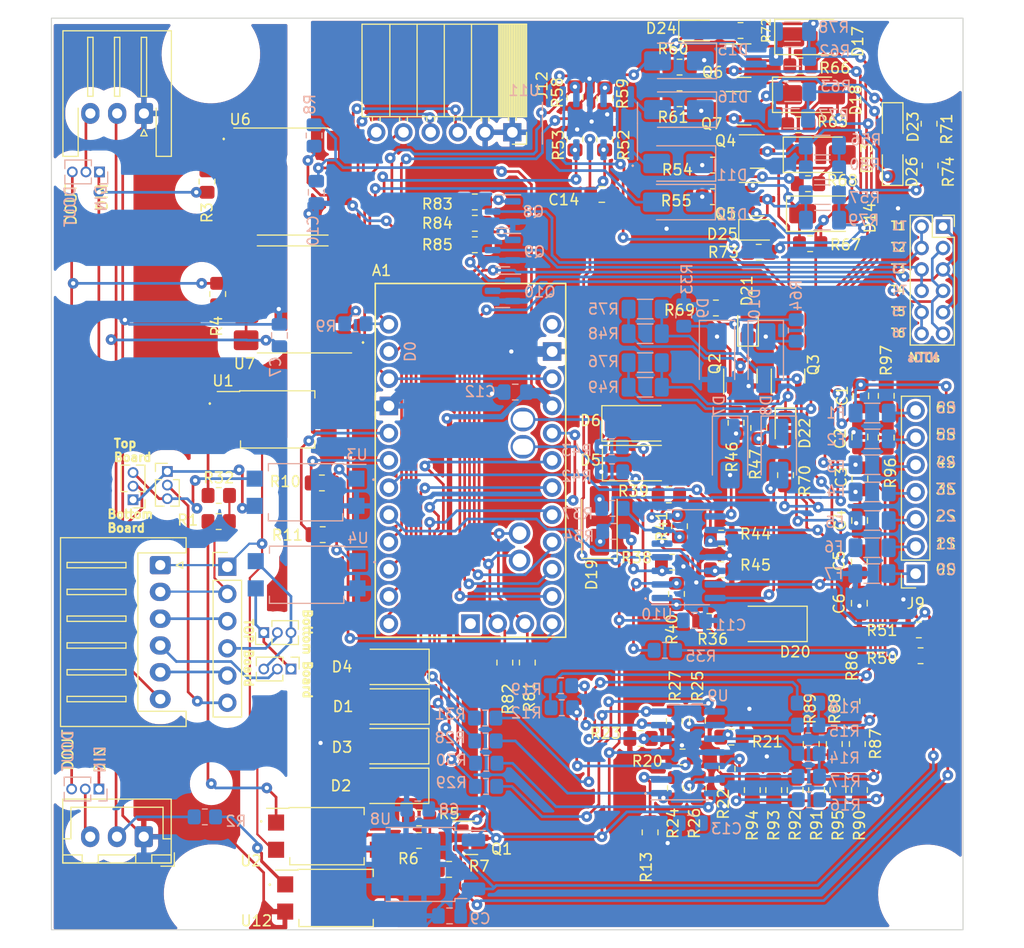
<source format=kicad_pcb>
(kicad_pcb (version 20221018) (generator pcbnew)
  (layers (0 "F.Cu" signal) (31 "B.Cu" signal) (34 "B.Paste" user) (35 "F.Paste" user) (36 "B.SilkS" user "B.Silkscreen") (37 "F.SilkS" user "F.Silkscreen") (38 "B.Mask" user) (39 "F.Mask" user) (44 "Edge.Cuts" user))
  (net 0 "")
  (net 1 "A0")
  (net 2 "A1")
  (net 3 "A2")
  (net 4 "A3")
  (net 5 "A4")
  (net 6 "A5")
  (net 7 "A6")
  (net 8 "A7")
  (net 9 "DRX")
  (net 10 "DTX")
  (net 11 "CHARGEALLOW")
  (net 12 "DISCHARGEALLOW")
  (net 13 "D0")
  (net 14 "D1")
  (net 15 "D2")
  (net 16 "D3")
  (net 17 "D4")
  (net 18 "DCHG")
  (net 19 "D5")
  (net 20 "B0")
  (net 22 "5V")
  (net 23 "B5")
  (net 24 "B6")
  (net 25 "B4")
  (net 26 "B3")
  (net 27 "B2")
  (net 28 "B1")
  (net 29 "DIN_VCC")
  (net 30 "DIN_GND")
  (net 31 "POW")
  (net 32 "Net-(U9A-+)")
  (net 33 "Net-(U9A--)")
  (net 34 "Net-(U9C-+)")
  (net 35 "Net-(U9C--)")
  (net 36 "Net-(U9D-+)")
  (net 37 "Net-(U9D--)")
  (net 38 "Net-(U9B-+)")
  (net 39 "Net-(J9-Pin_7)")
  (net 40 "Net-(J9-Pin_6)")
  (net 41 "Net-(J9-Pin_5)")
  (net 42 "Net-(J9-Pin_4)")
  (net 43 "Net-(J9-Pin_3)")
  (net 44 "Net-(J9-Pin_2)")
  (net 45 "Net-(J9-Pin_1)")
  (net 46 "CHGDT-")
  (net 47 "CHGDT+")
  (net 48 "Net-(J1-Pin_3)")
  (net 49 "Net-(J1-Pin_4)")
  (net 50 "Net-(J1-Pin_5)")
  (net 51 "Net-(J1-Pin_6)")
  (net 52 "Net-(J2-Pin_6)")
  (net 53 "Net-(J3-Pin_3)")
  (net 54 "Net-(J4-Pin_3)")
  (net 55 "DIN")
  (net 56 "DOUT")
  (net 57 "Net-(Q1-B)")
  (net 58 "Net-(R1-Pad1)")
  (net 59 "Net-(R2-Pad1)")
  (net 60 "Net-(U6-A)")
  (net 61 "Net-(R5-Pad1)")
  (net 62 "Net-(R6-Pad1)")
  (net 63 "Net-(U7-A)")
  (net 64 "Net-(R10-Pad1)")
  (net 65 "Net-(R11-Pad2)")
  (net 66 "Net-(U9B--)")
  (net 67 "Net-(R24-Pad2)")
  (net 68 "Net-(R25-Pad2)")
  (net 69 "Net-(R26-Pad2)")
  (net 70 "Net-(R27-Pad2)")
  (net 71 "Net-(U10A-+)")
  (net 72 "Net-(U10A--)")
  (net 73 "Net-(U10B-+)")
  (net 74 "Net-(U10B--)")
  (net 75 "Net-(R32-Pad1)")
  (net 76 "Net-(D21-A)")
  (net 79 "Net-(D7-K)")
  (net 80 "Net-(D7-A)")
  (net 81 "Net-(D8-K)")
  (net 82 "Net-(D8-A)")
  (net 83 "Net-(D22-A)")
  (net 84 "Net-(D23-A)")
  (net 85 "Net-(D21-K)")
  (net 86 "Net-(D22-K)")
  (net 87 "Vref")
  (net 88 "Net-(D11-K)")
  (net 89 "Net-(D24-A)")
  (net 90 "Net-(D12-K)")
  (net 91 "Net-(D25-A)")
  (net 92 "Net-(D13-K)")
  (net 93 "Net-(D14-K)")
  (net 94 "Net-(D23-K)")
  (net 95 "Net-(D24-K)")
  (net 96 "Net-(D15-K)")
  (net 97 "Net-(D15-A)")
  (net 98 "Net-(D16-K)")
  (net 99 "Net-(D16-A)")
  (net 100 "Net-(D17-K)")
  (net 101 "Net-(D18-K)")
  (net 102 "Net-(D25-K)")
  (net 103 "Net-(D26-K)")
  (net 104 "Net-(D26-A)")
  (net 105 "Net-(J7-Pin_1)")
  (net 106 "Net-(J7-Pin_3)")
  (net 107 "Net-(J10-Pin_1)")
  (net 108 "Net-(J10-Pin_3)")
  (net 109 "Net-(J11-Pin_2)")
  (net 110 "Net-(Q8-B)")
  (net 111 "Net-(Q9-B)")
  (net 112 "Net-(Q10-B)")
  (net 113 "DTEMP3")
  (net 114 "DTEMP2")
  (net 115 "DTEMP1")
  (net 116 "Net-(R41-Pad2)")
  (net 117 "Net-(R40-Pad2)")
  (net 118 "Net-(D9-K)")
  (net 119 "Net-(D20-A)")
  (net 120 "Net-(D19-A)")
  (net 121 "Net-(D12-A)")
  (net 122 "Net-(D11-A)")
  (net 123 "Net-(D10-K)")
  (net 124 "NTC_GND1")
  (net 125 "NTC_GND2")
  (net 126 "NTC_GND3")
  (net 127 "RST")
  (footprint "Resistor_SMD:R_0805_2012Metric_Pad1.20x1.40mm_HandSolder" (layer "F.Cu") (at 78.359 91.7448 90)
    (fp_text reference "R13")
    (fp_text value "47k")
  )
  (footprint "MountingHole:MountingHole_3.2mm_M3" (layer "F.Cu") (at 104.2162 19.1008)
    (fp_text reference "H1")
    (fp_text value "MountingHole")
  )
  (footprint "Resistor_SMD:R_0805_2012Metric_Pad1.20x1.40mm_HandSolder" (layer "F.Cu") (at 93.4 83.5 -90)
    (fp_text reference "R89")
    (fp_text value "47k")
  )
  (footprint "Resistor_SMD:R_0805_2012Metric_Pad1.20x1.40mm_HandSolder" (layer "F.Cu") (at 95.55 83.5 -90)
    (fp_text reference "R88")
    (fp_text value "47k")
  )
  (footprint "Resistor_SMD:R_0805_2012Metric_Pad1.20x1.40mm_HandSolder" (layer "F.Cu") (at 38.0906 62.738)
    (fp_text reference "R1")
    (fp_text value "470")
  )
  (footprint "Resistor_SMD:R_0805_2012Metric_Pad1.20x1.40mm_HandSolder" (layer "F.Cu") (at 81.111 20.3164)
    (fp_text reference "R60")
    (fp_text value "470")
  )
  (footprint "Resistor_SMD:R_0805_2012Metric_Pad1.20x1.40mm_HandSolder" (layer "F.Cu") (at 100.4 51 90)
    (fp_text reference "R97")
    (fp_text value "3.1k")
  )
  (footprint "Resistor_SMD:R_0805_2012Metric_Pad1.20x1.40mm_HandSolder" (layer "F.Cu") (at 66.9 75.9 90)
    (fp_text reference "R81")
    (fp_text value "4.7k")
  )
  (footprint "Connector_PinSocket_2.00mm:PinSocket_2x06_P2.00mm_Vertical" (layer "F.Cu") (at 105.7 35.2)
    (fp_text reference "J18" hide)
    (fp_text value "Conn_02x06_Odd_Even")
  )
  (footprint "Resistor_SMD:R_0805_2012Metric_Pad1.20x1.40mm_HandSolder" (layer "F.Cu") (at 59.6 95.2)
    (fp_text reference "R7")
    (fp_text value "4.7k")
  )
  (footprint "Resistor_SMD:R_0805_2012Metric_Pad1.20x1.40mm_HandSolder" (layer "F.Cu") (at 84.9884 64.2874)
    (fp_text reference "R44")
    (fp_text value "47K")
  )
  (footprint "Resistor_SMD:R_0805_2012Metric_Pad1.20x1.40mm_HandSolder" (layer "F.Cu") (at 38 41.5 90)
    (fp_text reference "R4")
    (fp_text value "470")
  )
  (footprint "Resistor_SMD:R_0805_2012Metric_Pad1.20x1.40mm_HandSolder" (layer "F.Cu") (at 82.8548 87.6046 -90)
    (fp_text reference "R26")
    (fp_text value "47K")
  )
  (footprint "Pro Mini:Clone_Pro_Mini_Socket_NoSPH" (layer "F.Cu") (at 61.595 57.023)
    (fp_text reference "A1")
    (fp_text value "Clone_Pro_Mini_Socket_NoSPH")
  )
  (footprint "Capacitor_SMD:C_0805_2012Metric_Pad1.18x1.45mm_HandSolder" (layer "F.Cu") (at 73.85 32.2)
    (fp_text reference "C14")
    (fp_text value "1uF 25V")
  )
  (footprint "Resistor_SMD:R_0805_2012Metric_Pad1.20x1.40mm_HandSolder" (layer "F.Cu") (at 93.1 31.2 180)
    (fp_text reference "R68")
    (fp_text value "47K")
  )
  (footprint "Connector_JST:JST_XH_S6B-XH-A_1x06_P2.50mm_Horizontal" (layer "F.Cu") (at 32.639 66.802 -90)
    (fp_text reference "J1" hide)
    (fp_text value "CHG/DSCHG CTRL")
  )
  (footprint "Connector_PinSocket_2.54mm:PinSocket_1x06_P2.54mm_Horizontal" (layer "F.Cu") (at 65.5 26.4 -90)
    (fp_text reference "J12")
    (fp_text value "FTDI")
  )
  (footprint "Resistor_SMD:R_0805_2012Metric_Pad1.20x1.40mm_HandSolder" (layer "F.Cu") (at 71.348 27.051 90)
    (fp_text reference "R53")
    (fp_text value "47K")
  )
  (footprint "Capacitor_SMD:C_0805_2012Metric_Pad1.18x1.45mm_HandSolder" (layer "F.Cu") (at 97.8916 66.4972 90)
    (fp_text reference "C5")
    (fp_text value "1uF 25V")
  )
  (footprint "Resistor_SMD:R_0805_2012Metric_Pad1.20x1.40mm_HandSolder" (layer "F.Cu") (at 97.7 83.5 -90)
    (fp_text reference "R87")
    (fp_text value "47k")
  )
  (footprint "Package_SO:SOP-8_6.605x9.655mm_P2.54mm" (layer "F.Cu") (at 45 31)
    (fp_text reference "U6")
    (fp_text value "6N137")
  )
  (footprint "Resistor_SMD:R_0805_2012Metric_Pad1.20x1.40mm_HandSolder" (layer "F.Cu") (at 81.1022 63.1698 90)
    (fp_text reference "R41")
    (fp_text value "47K")
  )
  (footprint "Package_TO_SOT_SMD:SOT-23" (layer "F.Cu") (at 87.1214 24.1604)
    (fp_text reference "Q7")
    (fp_text value "MMBT3904/AM2304/AO3400")
  )
  (footprint "Resistor_SMD:R_0805_2012Metric_Pad1.20x1.40mm_HandSolder" (layer "F.Cu") (at 80.8228 69.4944 -90)
    (fp_text reference "R40")
    (fp_text value "47K")
  )
  (footprint "Resistor_SMD:R_0805_2012Metric_Pad1.20x1.40mm_HandSolder" (layer "F.Cu") (at 47.8028 63.9572)
    (fp_text reference "R11")
    (fp_text value "470")
  )
  (footprint "Resistor_SMD:R_0805_2012Metric_Pad1.20x1.40mm_HandSolder" (layer "F.Cu") (at 38.1 60.3)
    (fp_text reference "R32")
    (fp_text value "470")
  )
  (footprint "Resistor_SMD:R_0805_2012Metric_Pad1.20x1.40mm_HandSolder" (layer "F.Cu") (at 80.7212 87.63 -90)
    (fp_text reference "R24")
    (fp_text value "47k")
  )
  (footprint "Resistor_SMD:R_0805_2012Metric_Pad1.20x1.40mm_HandSolder" (layer "F.Cu") (at 103.4448 72.8472)
    (fp_text reference "R51")
    (fp_text value "470")
  )
  (footprint "Resistor_SMD:R_0805_2012Metric_Pad1.20x1.40mm_HandSolder" (layer "F.Cu") (at 95.9 87.8 -90)
    (fp_text reference "R95")
    (fp_text value "47k")
  )
  (footprint "Resistor_SMD:R_0805_2012Metric_Pad1.20x1.40mm_HandSolder" (layer "F.Cu") (at 37 31 -90)
    (fp_text reference "R3")
    (fp_text value "470")
  )
  (footprint "Package_SO:SSO-4_6.7x5.1mm_P2.54mm_Clearance8mm" (layer "F.Cu") (at 43.6 53.2)
    (fp_text reference "U1")
    (fp_text value "PC817")
  )
  (footprint "Connector_JST:JST_XH_S3B-XH-A-1_1x03_P2.50mm_Horizontal" (layer "F.Cu") (at 31.115 24.638 180)
    (fp_text reference "J4" hide)
    (fp_text value "Data IN/OUT")
  )
  (footprint "Resistor_SMD:R_0805_2012Metric_Pad1.20x1.40mm_HandSolder" (layer "F.Cu") (at 84.2258 32.414)
    (fp_text reference "R55")
    (fp_text value "470")
  )
  (footprint "Resistor_SMD:R_0805_2012Metric_Pad1.20x1.40mm_HandSolder" (layer "F.Cu") (at 80.1116 60.2488)
    (fp_text reference "R39")
    (fp_text value "47K")
  )
  (footprint "Diode_SMD:D_SMA" (layer "F.Cu") (at 94.6 34)
    (fp_text reference "D14")
    (fp_text value "5V Z")
  )
  (footprint "Resistor_SMD:R_0805_2012Metric_Pad1.20x1.40mm_HandSolder" (layer "F.Cu") (at 64.8 75.9 90)
    (fp_text reference "R82")
    (fp_text value "4.7k")
  )
  (footprint "Resistor_SMD:R_0805_2012Metric_Pad1.20x1.40mm_HandSolder" (layer "F.Cu") (at 92.2 25.7 180)
    (fp_text reference "R65")
    (fp_text value "47K")
  )
  (footprint "Diode_SMD:D_0805_2012Metric_Pad1.15x1.40mm_HandSolder" (layer "F.Cu") (at 88.5 35.5)
    (fp_text reference "D25")
    (fp_text value "LED")
  )
  (footprint "Diode_SMD:D_SMA" (layer "F.Cu") (at 54.2 83.7 180)
    (fp_text reference "D3")
    (fp_text value "5.1V Z")
  )
  (footprint "Resistor_SMD:R_0805_2012Metric_Pad1.20x1.40mm_HandSolder" (layer "F.Cu") (at 86.3818 53.5178 90)
    (fp_text reference "R46")
    (fp_text value "470")
  )
  (footprint "Resistor_SMD:R_0805_2012Metric_Pad1.20x1.40mm_HandSolder" (layer "F.Cu") (at 71.348 23.1488 -90)
    (fp_text reference "R58")
    (fp_text value "47K")
  )
  (footprint "Package_TO_SOT_SMD:SOT-23" (layer "F.Cu") (at 61.6204 92.2528)
    (fp_text reference "Q1")
    (fp_text value "MMBT3906/FDN358P")
  )
  (footprint "Resistor_SMD:R_0805_2012Metric_Pad1.20x1.40mm_HandSolder" (layer "F.Cu") (at 93.3 36.8 180)
    (fp_text reference "R67")
    (fp_text value "47K")
  )
  (footprint "Resistor_SMD:R_0805_2012Metric_Pad1.20x1.40mm_HandSolder" (layer "F.Cu") (at 104.4 25.6 -90)
    (fp_text reference "R71")
    (fp_text value "470")
  )
  (footprint "Diode_SMD:D_SMA" (layer "F.Cu") (at 54.225 76.3 180)
    (fp_text reference "D4")
    (fp_text value "5.1V Z")
  )
  (footprint "Connector_PinHeader_1.27mm:PinHeader_1x03_P1.27mm_Vertical" (layer "F.Cu") (at 33.3 58.06)
    (fp_text reference "J8" hide)
    (fp_text value "Port Selector")
  )
  (footprint "Diode_SMD:D_0805_2012Metric_Pad1.15x1.40mm_HandSolder" (layer "F.Cu") (at 91 54 -90)
    (fp_text reference "D22")
    (fp_text value "LED")
  )
  (footprint "Resistor_SMD:R_0805_2012Metric_Pad1.20x1.40mm_HandSolder" (layer "F.Cu") (at 80.4164 66.5226 180)
    (fp_text reference "R38")
    (fp_text value "47K")
  )
  (footprint "Resistor_SMD:R_0805_2012Metric_Pad1.20x1.40mm_HandSolder" (layer "F.Cu") (at 83.8962 72.0598 180)
    (fp_text reference "R36")
    (fp_text value "47K")
  )
  (footprint "Package_TO_SOT_SMD:SOT-23" (layer "F.Cu") (at 91.2368 49.149 90)
    (fp_text reference "Q3")
    (fp_text value "MMBT3904/AM2304/AO3400")
  )
  (footprint "Capacitor_SMD:C_0805_2012Metric_Pad1.18x1.45mm_HandSolder" (layer "F.Cu") (at 97.917 62.6364 90)
    (fp_text reference "C4")
    (fp_text value "1uF 25V")
  )
  (footprint "Package_TO_SOT_SMD:SOT-23" (layer "F.Cu") (at 88.366 28.194)
    (fp_text reference "Q4")
    (fp_text value "MMBT3904/AM2304/AO3400")
  )
  (footprint "Diode_SMD:D_SMA" (layer "F.Cu") (at 94.3 28.5)
    (fp_text reference "D13")
    (fp_text value "5V Z")
  )
  (footprint "Package_TO_SOT_SMD:SOT-23" (layer "F.Cu") (at 88.366 32.644)
    (fp_text reference "Q5")
    (fp_text value "MMBT3904/AM2304/AO3400")
  )
  (footprint "Package_SO:SOP-8_6.605x9.655mm_P2.54mm" (layer "F.Cu") (at 45 42 180)
    (fp_text reference "U7")
    (fp_text value "6N137")
  )
  (footprint "Resistor_SMD:R_0805_2012Metric_Pad1.20x1.40mm_HandSolder" (layer "F.Cu") (at 88.5 37.6 180)
    (fp_text reference "R73")
    (fp_text value "470")
  )
  (footprint "Resistor_SMD:R_0805_2012Metric_Pad1.20x1.40mm_HandSolder" (layer "F.Cu") (at 85.9536 82.8548 180)
    (fp_text reference "R21")
    (fp_text value "47K")
  )
  (footprint "Resistor_SMD:R_0805_2012Metric_Pad1.20x1.40mm_HandSolder" (layer "F.Cu") (at 56.8 92.5)
    (fp_text reference "R6")
    (fp_text value "4.7k")
  )
  (footprint "Resistor_SMD:R_0805_2012Metric_Pad1.20x1.40mm_HandSolder" (layer "F.Cu") (at 84.9884 67.2374)
    (fp_text reference "R45")
    (fp_text value "47K")
  )
  (footprint "Resistor_SMD:R_0805_2012Metric_Pad1.20x1.40mm_HandSolder" (layer "F.Cu") (at 88.5 54 90)
    (fp_text reference "R47")
    (fp_text value "470")
  )
  (footprint "Resistor_SMD:R_0805_2012Metric_Pad1.20x1.40mm_HandSolder" (layer "F.Cu") (at 62 34.9)
    (fp_text reference "R84")
    (fp_text value "470")
  )
  (footprint "Connector_PinHeader_1.27mm:PinHeader_1x03_P1.27mm_Vertical" (layer "F.Cu") (at 42.3 73.1 90)
    (fp_text reference "J11" hide)
    (fp_text value "Port Selector")
  )
  (footprint "Diode_SMD:D_0805_2012Metric_Pad1.15x1.40mm_HandSolder" (layer "F.Cu") (at 101 25.5 -90)
    (fp_text reference "D23")
    (fp_text value "LED")
  )
  (footprint "Resistor_SMD:R_0805_2012Metric_Pad1.20x1.40mm_HandSolder" (layer "F.Cu") (at 91 58.4 90)
    (fp_text reference "R70")
    (fp_text value "470")
  )
  (footprint "Diode_SMD:D_SMA" (layer "F.Cu") (at 54.225 80 180)
    (fp_text reference "D1")
    (fp_text value "5.1V Z")
  )
  (footprint "Diode_SMD:D_SMA" (layer "F.Cu") (at 93.3 22.9)
    (fp_text reference "D18")
    (fp_text value "5V Z")
  )
  (footprint "Resistor_SMD:R_0805_2012Metric_Pad1.20x1.40mm_HandSolder" (layer "F.Cu") (at 91.9 87.8 -90)
    (fp_text reference "R92")
    (fp_text value "47k")
  )
  (footprint "Resistor_SMD:R_0805_2012Metric_Pad1.20x1.40mm_HandSolder" (layer "F.Cu") (at 74.142 23.2504 -90)
    (fp_text reference "R59")
    (fp_text value "47K")
  )
  (footprint "Package_TO_SOT_SMD:SOT-23" (layer "F.Cu") (at 87.1214 19.7104)
    (fp_text reference "Q6")
    (fp_text value "MMBT3904/AM2304/AO3400")
  )
  (footprint "Package_SO:SSO-4_6.7x5.1mm_P2.54mm_Clearance8mm" (layer "F.Cu") (at 49.05 97.87)
    (fp_text reference "U12")
    (fp_text value "PC817")
  )
  (footprint "Resistor_SMD:R_0805_2012Metric_Pad1.20x1.40mm_HandSolder" (layer "F.Cu") (at 97.2 79.5 -90)
    (fp_text reference "R86")
    (fp_text value "47K")
  )
  (footprint "Resistor_SMD:R_0805_2012Metric_Pad1.20x1.40mm_HandSolder" (layer "F.Cu") (at 62 36.9)
    (fp_text reference "R85")
    (fp_text value "470")
  )
  (footprint "Resistor_SMD:R_0805_2012Metric_Pad1.20x1.40mm_HandSolder" (layer "F.Cu") (at 84.2258 29.464)
    (fp_text reference "R54")
    (fp_text value "470")
  )
  (footprint "Capacitor_SMD:C_0805_2012Metric_Pad1.18x1.45mm_HandSolder" (layer "F.Cu") (at 98.0186 51.0032 90)
    (fp_text reference "C1")
    (fp_text value "1uF 25V")
  )
  (footprint "Capacitor_SMD:C_0805_2012Metric_Pad1.18x1.45mm_HandSolder" (layer "F.Cu") (at 97.9424 54.8386 90)
    (fp_text reference "C2")
    (fp_text value "1uF 25V")
  )
  (footprint "Connector_PinHeader_2.54mm:PinHeader_1x06_P2.54mm_Vertical" (layer "F.Cu") (at 38.9 66.95)
    (fp_text reference "J2" hide)
    (fp_text value "CHG/DSCHG CTRL CMP (SHORT DATA FOR STANDALONE)")
  )
  (footprint "Resistor_SMD:R_0805_2012Metric_Pad1.20x1.40mm_HandSolder" (layer "F.Cu") (at 77.47 82.9818)
    (fp_text reference "R23")
    (fp_text value "47K")
  )
  (footprint "Diode_SMD:D_SMA" (layer "F.Cu") (at 93.5 17.5)
    (fp_text reference "D17")
    (fp_text value "5V Z")
  )
  (footprint "Diode_SMD:D_0805_2012Metric_Pad1.15x1.40mm_HandSolder" (layer "F.Cu") (at 101 29.5 90)
    (fp_text reference "D26")
    (fp_text value "LED")
  )
  (footprint "Diode_SMD:D_SMA" (layer "F.Cu") (at 89.5096 72.2884 180)
    (fp_text reference "D20")
    (fp_text value "Short It Out")
  )
  (footprint "Resistor_SMD:R_0805_2012Metric_Pad1.20x1.40mm_HandSolder" (layer "F.Cu") (at 85.5472 85.8012 90)
    (fp_text reference "R22")
    (fp_text value "47K")
  )
  (footprint "Resistor_SMD:R_0805_2012Metric_Pad1.20x1.40mm_HandSolder" (layer "F.Cu") (at 100.4 54.9 90)
    (fp_text reference "R96")
    (fp_text value "4.7K")
  )
  (footprint "Resistor_SMD:R_0805_2012Metric_Pad1.20x1.40mm_HandSolder" (layer "F.Cu") (at 62 32.9)
    (fp_text reference "R83")
    (fp_text value "470")
  )
  (footprint "Diode_SMD:D_SMA" (layer "F.Cu") (at 77.3684 53.5686)
    (fp_text reference "D6")
    (fp_text value "5.1V Z")
  )
  (footprint "Resistor_SMD:R_0805_2012Metric_Pad1.20x1.40mm_HandSolder" (layer "F.Cu") (at 103.6066 75.2602)
    (fp_text reference "R50")
    (fp_text value "470")
  )
  (footprint "MountingHole:MountingHole_3.2mm_M3" (layer "F.Cu") (at 104.2416 97.4852)
    (fp_text reference "H2")
    (fp_text value "MountingHole")
  )
  (footprint "Resistor_SMD:R_0805_2012Metric_Pad1.20x1.40mm_HandSolder" (layer "F.Cu") (at 86.8 16.9 180)
    (fp_text reference "R72")
    (fp_text value "470")
  )
  (footprint "Capacitor_SMD:C_0805_2012Metric_Pad1.18x1.45mm_HandSolder" (layer "F.Cu") (at 97.8916 70.358 90)
    (fp_text reference "C6")
    (fp_text value "1uF 25V")
  )
  (footprint "Resistor_SMD:R_0805_2012Metric_Pad1.20x1.40mm_HandSolder" (layer "F.Cu") (at 87.9 87.8 -90)
    (fp_text reference "R94")
    (fp_text value "47k")
  )
  (footprint "Package_TO_SOT_SMD:SOT-23" (layer "F.Cu") (at 86.7868 49.149 90)
    (fp_text reference "Q2")
    (fp_text value "MMBT3904/AM2304/AO3400")
  )
  (footprint "Resistor_SMD:R_0805_2012Metric_Pad1.20x1.40mm_HandSolder" (layer "F.Cu") (at 92.4 20.2 180)
    (fp_text reference "R66")
    (fp_text value "47K")
  )
  (footprint "Resistor_SMD:R_0805_2012Metric_Pad1.20x1.40mm_HandSolder" (layer "F.Cu") (at 84.5 42.8)
    (fp_text reference "R69")
    (fp_text value "470")
  )
  (footprint "Diode_SMD:D_SMA" (layer "F.Cu") (at 54.2 87.4 180)
    (fp_text reference "D2")
    (fp_text value "5.1V Z")
  )
  (footprint "Diode_SMD:D_0805_2012Metric_Pad1.15x1.40mm_HandSolder" (layer "F.Cu") (at 82.9 16.9)
    (fp_text reference "D24")
    (fp_text value "LED")
  )
  (footprint "Connector_PinSocket_2.54mm:PinSocket_1x07_P2.54mm_Vertical" (layer "F.Cu") (at 103.1488 67.6034 180)
    (fp_text reference "J9")
    (fp_text value "Balance Connector")
  )
  (footprint "Package_SO:SSO-4_6.7x5.1mm_P2.54mm_Clearance8mm" (layer "F.Cu") (at 48.2 92.1)
    (fp_text reference "U2")
    (fp_text value "PC817")
  )
  (footprint "Resistor_SMD:R_0805_2012Metric_Pad1.20x1.40mm_HandSolder" (layer "F.Cu") (at 97.9 87.8 -90)
    (fp_text reference "R90")
    (fp_text value "47k")
  )
  (footprint "Resistor_SMD:R_0805_2012Metric_Pad1.20x1.40mm_HandSolder" (layer "F.Cu") (at 81.391 84.709)
    (fp_text reference "R20")
    (fp_text value "47k")
  )
  (footprint "Resistor_SMD:R_0805_2012Metric_Pad1.20x1.40mm_HandSolder" (layer "F.Cu") (at 80.6196 81.3562 90)
    (fp_text reference "R27")
    (fp_text value "47K")
  )
  (footprint "Resistor_SMD:R_0805_2012Metric_Pad1.20x1.40mm_HandSolder" (layer "F.Cu") (at 82.7786 81.3308 90)
    (fp_text reference "R25")
    (fp_text value "47K")
  )
  (footprint "Resistor_SMD:R_0805_2012Metric_Pad1.20x1.40mm_HandSolder" (layer "F.Cu") (at 89.9 87.8 -90)
    (fp_text reference "R93")
    (fp_text value "47k")
  )
  (footprint "Diode_SMD:D_SMA" (layer "F.Cu") (at 73.6346 62.6618 90)
    (fp_text reference "D19")
    (fp_text value "Short It Out")
  )
  (footprint "Resistor_SMD:R_0805_2012Metric_Pad1.20x1.40mm_HandSolder" (layer "F.Cu") (at 74.1166 27.051 90)
    (fp_text reference "R52")
    (fp_text value "47K")
  )
  (footprint "Diode_SMD:D_0805_2012Metric_Pad1.15x1.40mm_HandSolder" (layer "F.Cu") (at 87.5 44.5 90)
    (fp_text reference "D21")
    (fp_text value "LED")
  )
  (footprint "Capacitor_SMD:C_0805_2012Metric_Pad1.18x1.45mm_HandSolder" (layer "F.Cu") (at 97.9424 58.7502 90)
    (fp_text reference "C3")
    (fp_text value "1uF 25V")
  )
  (footprint "Connector_JST:JST_XH_B3B-XH-A_1x03_P2.50mm_Vertical" (layer "F.Cu") (at 31.1 92.15 180)
    (fp_text reference "J3" hide)
    (fp_text value "Data IN/OUT")
  )
  (footprint "Resistor_SMD:R_0805_2012Metric_Pad1.20x1.40mm_HandSolder" (layer "F.Cu") (at 104.5 29.5 90)
    (fp_text reference "R74")
    (fp_text value "470")
  )
  (footprint "Connector_PinHeader_1.27mm:PinHeader_1x03_P1.27mm_Vertical" (layer "F.Cu") (at 44.84 76.5 -90)
    (fp_text reference "J10" hide)
    (fp_text value "Port Selector")
  )
  (footprint "Connector_PinHeader_1.27mm:PinHeader_1x03_P1.27mm_Vertical" (layer "F.Cu") (at 30.1 60.7 180)
    (fp_text reference "J7" hide)
    (fp_text value "Port Selector")
  )
  (footprint "Resistor_SMD:R_0805_2012Metric_Pad1.20x1.40mm_HandSolder" (layer "F.Cu") (at 56.8 90.4)
    (fp_text reference "R5")
    (fp_text value "4.7k")
  )
  (footprint "Resistor_SMD:R_0805_2012Metric_Pad1.20x1.40mm_HandSolder" (layer "F.Cu") (at 81.111 23.2664)
    (fp_text reference "R61")
    (fp_text value "SHORT OUT")
  )
  (footprint "Resistor_SMD:R_0805_2012Metric_Pad1.20x1.40mm_HandSolder" (layer "F.Cu") (at 47.7266 59.1312 180)
    (fp_text reference "R10")
    (fp_text value "470")
  )
  (footprint "Diode_SMD:D_SMA" (layer "F.Cu") (at 77.4192 57.277)
    (fp_text reference "D5")
    (fp_text value "5.1V Z")
  )
  (footprint "Resistor_SMD:R_0805_2012Metric_Pad1.20x1.40mm_HandSolder" (layer "F.Cu") (at 93.9 87.8 -90)
    (fp_text reference "R91")
    (fp_text value "47k")
  )
  (footprint "Resistor_SMD:R_1206_3216Metric_Pad1.30x1.75mm_HandSolder" (layer "B.Cu") (at 91.668 22.6194 180)
    (fp_text reference "R63")
    (fp_text value "33")
  )
  (footprint "Package_SO:SSO-4_6.7x5.1mm_P2.54mm_Clearance8mm" (layer "B.Cu") (at 46.2 60 180)
    (fp_text reference "U3")
    (fp_text value "PC817")
  )
  (footprint "Resistor_SMD:R_1206_3216Metric_Pad1.30x1.75mm_HandSolder" (layer "B.Cu") (at 94.4366 32.2206 180)
    (fp_text reference "R57")
    (fp_text value "33")
  )
  (footprint "Resistor_SMD:R_0805_2012Metric_Pad1.20x1.40mm_HandSolder" (layer "B.Cu") (at 74.8538 61.508)
    (fp_text reference "R37")
    (fp_text value "47K")
  )
  (footprint "Package_SO:SOIC-14_3.9x8.7mm_P1.27mm" (layer "B.Cu") (at 72.745 25.5524 90)
    (fp_text reference "U11")
    (fp_text value "LM324")
  )
  (footprint "Connector_PinHeader_1.27mm:PinHeader_1x03_P1.27mm_Vertical" (layer "B.Cu") (at 26.908 87.7 90)
    (fp_text reference "J6" hide)
    (fp_text value "Port Selector")
  )
  (footprint "Package_TO_SOT_SMD:SOT-23" (layer "B.Cu") (at 64.6 41.2 180)
    (fp_text reference "Q10")
    (fp_text value "MMBT3904/AM2304/AO3400")
  )
  (footprint "Diode_SMD:D_SMA" (layer "B.Cu") (at 85.8232 56.3946 -90)
    (fp_text reference "D7")
    (fp_text value "M7")
  )
  (footprint "Diode_SMD:D_SMA" (layer "B.Cu") (at 89.1574 47.4726 -90)
    (fp_text reference "D10")
    (fp_text value "5V Z")
  )
  (footprint "Package_SO:SOIC-14_3.9x8.7mm_P1.27mm" (layer "B.Cu") (at 81.9516 66.0654)
    (fp_text reference "U10")
    (fp_text value "LM324")
  )
  (footprint "Resistor_SMD:R_0805_2012Metric_Pad1.20x1.40mm_HandSolder" (layer "B.Cu") (at 93.1164 81.7372 180)
    (fp_text reference "R15")
    (fp_text value "47K")
  )
  (footprint "Resistor_SMD:R_0805_2012Metric_Pad1.20x1.40mm_HandSolder" (layer "B.Cu") (at 70.12 80.1116)
    (fp_text reference "R12")
    (fp_text value "47K")
  )
  (footprint "Resistor_SMD:R_0805_2012Metric_Pad1.20x1.40mm_HandSolder" (layer "B.Cu") (at 74.803 58.0898 180)
    (fp_text reference "R42")
    (fp_text value "470")
  )
  (footprint "Resistor_SMD:R_0805_2012Metric_Pad1.20x1.40mm_HandSolder" (layer "B.Cu") (at 92 44.9 -90)
    (fp_text reference "R64")
    (fp_text value "47K")
  )
  (footprint "Resistor_SMD:R_0805_2012Metric_Pad1.20x1.40mm_HandSolder" (layer "B.Cu") (at 70.0438 78.0542)
    (fp_text reference "R19")
    (fp_text value "47K")
  )
  (footprint "Resistor_SMD:R_1206_3216Metric_Pad1.30x1.75mm_HandSolder" (layer "B.Cu") (at 99.0848 55.0164)
    (fp_text reference "F2")
    (fp_text value "Polyfuse_Small")
  )
  (footprint "Resistor_SMD:R_1206_3216Metric_Pad1.30x1.75mm_HandSolder" (layer "B.Cu") (at 77.9 47.9)
    (fp_text reference "R76")
    (fp_text value "33")
  )
  (footprint "Diode_SMD:D_SMA" (layer "B.Cu") (at 81.0508 24.2858 180)
    (fp_text reference "D16")
    (fp_text value "M7")
  )
  (footprint "Resistor_SMD:R_0805_2012Metric_Pad1.20x1.40mm_HandSolder" (layer "B.Cu") (at 50.8508 44.2722)
    (fp_text reference "R9")
    (fp_text value "470")
  )
  (footprint "Resistor_SMD:R_1206_3216Metric_Pad1.30x1.75mm_HandSolder" (layer "B.Cu") (at 77.9 42.9 180)
    (fp_text reference "R75")
    (fp_text value "33")
  )
  (footprint "Capacitor_SMD:C_0805_2012Metric_Pad1.18x1.45mm_HandSolder" (layer "B.Cu") (at 43.7642 45.3644 90)
    (fp_text reference "C7")
    (fp_text value "1uF 25V")
  )
  (footprint "Package_SO:SSO-4_6.7x5.1mm_P2.54mm_Clearance8mm" (layer "B.Cu") (at 46.3 67.7 180)
    (fp_text reference "U4")
    (fp_text value "PC817")
  )
  (footprint "Resistor_SMD:R_1206_3216Metric_Pad1.30x1.75mm_HandSolder" (layer "B.Cu") (at 94.45 29.9 180)
    (fp_text reference "R80")
    (fp_text value "33")
  )
  (footprint "Diode_SMD:D_SMA" (layer "B.Cu") (at 80.9746 29.3116 180)
    (fp_text reference "D11")
    (fp_text value "M7")
  )
  (footprint "Resistor_SMD:R_1206_3216Metric_Pad1.30x1.75mm_HandSolder" (layer "B.Cu") (at 91.668 19.3294 180)
    (fp_text reference "R62")
    (fp_text value "33")
  )
  (footprint "Capacitor_SMD:C_0805_2012Metric_Pad1.18x1.45mm_HandSolder" (layer "B.Cu") (at 59.6392 99.5426 180)
    (fp_text reference "C9")
    (fp_text value "1uF 25V")
  )
  (footprint "Resistor_SMD:R_0805_2012Metric_Pad1.20x1.40mm_HandSolder" (layer "B.Cu") (at 63.0428 87.4522 180)
    (fp_text reference "R29")
    (fp_text value "470")
  )
  (footprint "Resistor_SMD:R_1206_3216Metric_Pad1.30x1.75mm_HandSolder" (layer "B.Cu") (at 91.55 25.1 180)
    (fp_text reference "R77")
    (fp_text value "33")
  )
  (footprint "Capacitor_SMD:C_0805_2012Metric_Pad1.18x1.45mm_HandSolder" (layer "B.Cu") (at 47.2 32 -90)
    (fp_text reference "C10")
    (fp_text value "1uF 25V")
  )
  (footprint "Resistor_SMD:R_1206_3216Metric_Pad1.30x1.75mm_HandSolder" (layer "B.Cu") (at 99.0848 59.9694)
    (fp_text reference "F4")
    (fp_text value "Polyfuse_Small")
  )
  (footprint "Resistor_SMD:R_0805_2012Metric_Pad1.20x1.40mm_HandSolder" (layer "B.Cu") (at 62.9666 81.0768 180)
    (fp_text reference "R31")
    (fp_text value "470")
  )
  (footprint "Resistor_SMD:R_0805_2012Metric_Pad1.20x1.40mm_HandSolder" (layer "B.Cu") (at 47 26.7 -90)
    (fp_text reference "R8")
    (fp_text value "470")
  )
  (footprint "Package_TO_SOT_SMD:SOT-23" (layer "B.Cu") (at 64.6 33.8 180)
    (fp_text reference "Q8")
    (fp_text value "MMBT3904/AM2304/AO3400")
  )
  (footprint "Resistor_SMD:R_1206_3216Metric_Pad1.30x1.75mm_HandSolder" (layer "B.Cu") (at 77.9 45.2 180)
    (fp_text reference "R48")
    (fp_text value "33")
  )
  (footprint "Resistor_SMD:R_1206_3216Metric_Pad1.30x1.75mm_HandSolder" (layer "B.Cu") (at 77.9 50.2)
    (fp_text reference "R49")
    (fp_text value "33")
  )
  (footprint "Resistor_SMD:R_0805_2012Metric_Pad1.20x1.40mm_HandSolder" (layer "B.Cu") (at 36.8 90.3 180)
    (fp_text reference "R2")
    (fp_text value "470")
  )
  (footprint "Resistor_SMD:R_0805_2012Metric_Pad1.20x1.40mm_HandSolder" (layer "B.Cu") (at 93.1926 88.6968 180)
    (fp_text reference "R16")
    (fp_text value "47K")
  )
  (footprint "Capacitor_SMD:C_0805_2012Metric_Pad1.18x1.45mm_HandSolder" (layer "B.Cu") (at 56.6674 89.5604 180)
    (fp_text reference "C8")
    (fp_text value "1uF 25V")
  )
  (footprint "Resistor_SMD:R_0805_2012Metric_Pad1.20x1.40mm_HandSolder" (layer "B.Cu") (at 79.74 74.7522 180)
    (fp_text reference "R35")
    (fp_text value "47K")
  )
  (footprint "Diode_SMD:D_SMA" (layer "B.Cu") (at 80.9492 32.9184 180)
    (fp_text reference "D12")
    (fp_text value "M7")
  )
  (footprint "Resistor_SMD:R_1206_3216Metric_Pad1.30x1.75mm_HandSolder" (layer "B.Cu") (at 99.0848 52.6034)
    (fp_text reference "F1")
    (fp_text value "Polyfuse_Small")
  )
  (footprint "Package_SO:SOIC-14_3.9x8.7mm_P1.27mm" (layer "B.Cu") (at 81.8896 84.2772)
    (fp_text reference "U9")
    (fp_text value "LM324")
  )
  (footprint "Resistor_SMD:R_1206_3216Metric_Pad1.30x1.75mm_HandSolder" (layer "B.Cu") (at 94.4366 27.6 180)
    (fp_text reference "R56")
    (fp_text value "33")
  )
  (footprint "Package_TO_SOT_SMD:TO-252-2" (layer "B.Cu") (at 56.8352 94.742 180)
    (fp_text reference "U8")
    (fp_text value "LM78M05_TO252")
  )
  (footprint "Resistor_SMD:R_0805_2012Metric_Pad1.20x1.40mm_HandSolder" (layer "B.Cu") (at 81.5 43.5 -90)
    (fp_text reference "R33")
    (fp_text value "47K")
  )
  (footprint "Resistor_SMD:R_1206_3216Metric_Pad1.30x1.75mm_HandSolder" (layer "B.Cu") (at 91.65 17 180)
    (fp_text reference "R78")
    (fp_text value "33")
  )
  (footprint "MountingHole:MountingHole_3.2mm_M3" (layer "B.Cu") (at 37.5666 97.4598 180)
    (fp_text reference "H4")
    (fp_text value "MountingHole")
  )
  (footprint "Resistor_SMD:R_0805_2012Metric_Pad1.20x1.40mm_HandSolder" (layer "B.Cu") (at 62.992 83.2104 180)
    (fp_text reference "R28")
    (fp_text value "470")
  )
  (footprint "Resistor_SMD:R_0805_2012Metric_Pad1.20x1.40mm_HandSolder" (layer "B.Cu") (at 93.091 79.6798 180)
    (fp_text reference "R18")
    (fp_text value "47K")
  )
  (footprint "Connector_PinHeader_1.27mm:PinHeader_1x03_P1.27mm_Vertical" (layer "B.Cu") (at 26.97 30.1 90)
    (fp_text reference "J5" hide)
    (fp_text value "Port Selector")
  )
  (footprint "Diode_SMD:D_SMA" (layer "B.Cu") (at 84.6074 47.4726 -90)
    (fp_text reference "D9")
    (fp_text value "5V Z")
  )
  (footprint "Resistor_SMD:R_0805_2012Metric_Pad1.20x1.40mm_HandSolder" (layer "B.Cu") (at 63.0682 85.2932 180)
    (fp_text reference "R30")
    (fp_text value "470")
  )
  (footprint "Resistor_SMD:R_1206_3216Metric_Pad1.30x1.75mm_HandSolder" (layer "B.Cu") (at 99.0588 67.5894)
    (fp_text reference "F7")
    (fp_text value "Polyfuse_Small")
  )
  (footprint "Diode_SMD:D_SMA" (layer "B.Cu") (at 90.3732 56.3946 -90)
    (fp_text reference "D8")
    (fp_text value "M7")
  )
  (footprint "Resistor_SMD:R_0805_2012Metric_Pad1.20x1.40mm_HandSolder" (layer "B.Cu") (at 93.1672 86.5124 180)
    (fp_text reference "R17")
    (fp_text value "47K")
  )
  (footprint "Resistor_SMD:R_1206_3216Metric_Pad1.30x1.75mm_HandSolder" (layer "B.Cu") (at 94.45 34.6 180)
    (fp_text reference "R79")
    (fp_text value "33")
  )
  (footprint "Package_TO_SOT_SMD:SOT-23" (layer "B.Cu") (at 64.6 37.4 180)
    (fp_text reference "Q9")
    (fp_text value "MMBT3904/AM2304/AO3400")
  )
  (footprint "Resistor_SMD:R_1206_3216Metric_Pad1.30x1.75mm_HandSolder" (layer "B.Cu") (at 99.0848 57.4294)
    (fp_text reference "F3")
    (fp_text value "Polyfuse_Small")
  )
  (footprint "Resistor_SMD:R_1206_3216Metric_Pad1.30x1.75mm_HandSolder" (layer "B.Cu") (at 99.0848 62.6364)
    (fp_text reference "F5")
    (fp_text value "Polyfuse_Small")
  )
  (footprint "Resistor_SMD:R_0805_2012Metric_Pad1.20x1.40mm_HandSolder" (layer "B.Cu") (at 74.93 63.6524)
    (fp_text reference "R34")
    (fp_text value "47K")
  )
  (footprint "Capacitor_SMD:C_0805_2012Metric_Pad1.18x1.45mm_HandSolder" (layer "B.Cu") (at 82.1182 90.8812 180)
    (fp_text reference "C13")
    (fp_text value "1uF 25V")
  )
  (footprint "Resistor_SMD:R_0805_2012Metric_Pad1.20x1.40mm_HandSolder" (layer "B.Cu") (at 74.7776 55.753 180)
    (fp_text reference "R43")
    (fp_text value "470")
  )
  (footprint "Resistor_SMD:R_1206_3216Metric_Pad1.30x1.75mm_HandSolder" (layer "B.Cu") (at 99.0848 65.1764)
    (fp_text reference "F6")
    (fp_text value "Polyfuse_Small")
  )
  (footprint "Capacitor_SMD:C_0805_2012Metric_Pad1.18x1.45mm_HandSolder" (layer "B.Cu") (at 82.4992 71.9582)
    (fp_text reference "C11")
    (fp_text value "1uF 25V")
  )
  (footprint "Capacitor_SMD:C_0805_2012Metric_Pad1.18x1.45mm_HandSolder" (layer "B.Cu") (at 65.775 50.65 180)
    (fp_text reference "C12")
    (fp_text value "1uF 25V")
  )
  (footprint "Diode_SMD:D_SMA" (layer "B.Cu") (at 81.0508 19.7358 180)
    (fp_text reference "D15")
    (fp_text value "M7")
  )
  (footprint "MountingHole:MountingHole_3.2mm_M3" (layer "B.Cu") (at 37.3634 19.1008 180)
    (fp_text reference "H3")
    (fp_text value "MountingHole")
  )
  (footprint "Resistor_SMD:R_0805_2012Metric_Pad1.20x1.40mm_HandSolder" (layer "B.Cu") (at 93.1418 84.3788 180)
    (fp_text reference "R14")
    (fp_text value "47K")
  )
  (gr_rect (start 22.479 15.748) (end 107.569 100.838) (stroke (width 0.1)) (fill none) (layer "Edge.Cuts"))
  (gr_text "." (at 76.4 29.7) (layer "B.SilkS") (effects (font (size 1 1)) (justify left bottom)))
  (gr_text "1S" (at 107.054762 65.4) (layer "B.SilkS") (effects (font (size 1 1)) (justify left bottom mirror)))
  (gr_text "." (at 77.6 88.3) (layer "B.SilkS") (effects (font (size 1 1)) (justify left bottom)))
  (gr_text "T5" (at 102.4 43.6) (layer "B.SilkS") (effects (font (size 0.8 0.8)) (justify left bottom mirror)))
  (gr_text "2S" (at 107.054762 62.8) (layer "B.SilkS") (effects (font (size 1 1)) (justify left bottom mirror)))
  (gr_text "5S" (at 107.054762 55.2) (layer "B.SilkS") (effects (font (size 1 1)) (justify left bottom mirror)))
  (gr_text "DIN" (at 27.6 83.6 90) (layer "B.SilkS") (effects (font (size 1 1)) (justify left bottom mirror)))
  (gr_text "DOUT" (at 24.6 82.1 90) (layer "B.SilkS") (effects (font (size 1 1)) (justify left bottom mirror)))
  (gr_text "6S" (at 107.054762 52.7) (layer "B.SilkS") (effects (font (size 1 1)) (justify left bottom mirror)))
  (gr_text "T6" (at 102.4 45.6) (layer "B.SilkS") (effects (font (size 0.8 0.8)) (justify left bottom mirror)))
  (gr_text "T1" (at 102.4 35.6) (layer "B.SilkS") (effects (font (size 0.8 0.8)) (justify left bottom mirror)))
  (gr_text "." (at 52.2 59) (layer "B.SilkS") (effects (font (size 1 1)) (justify left bottom)))
  (gr_text "NTCs" (at 105.4 47.9) (layer "B.SilkS") (effects (font (size 0.8 0.8) (thickness 0.2) bold) (justify left bottom mirror)))
  (gr_text "T3" (at 102.4 39.6) (layer "B.SilkS") (effects (font (size 0.8 0.8)) (justify left bottom mirror)))
  (gr_text "3S" (at 107.054762 60.3) (layer "B.SilkS") (effects (font (size 1 1)) (justify left bottom mirror)))
  (gr_text "4S" (at 107.054762 57.8) (layer "B.SilkS") (effects (font (size 1 1)) (justify left bottom mirror)))
  (gr_text "." (at 77.6 70.1) (layer "B.SilkS") (effects (font (size 1 1)) (justify left bottom)))
  (gr_text "T4" (at 102.4 41.6) (layer "B.SilkS") (effects (font (size 0.8 0.8)) (justify left bottom mirror)))
  (gr_text "T2" (at 102.4 37.6) (layer "B.SilkS") (effects (font (size 0.8 0.8)) (justify left bottom mirror)))
  (gr_text "." (at 52.3 66.7) (layer "B.SilkS") (effects (font (size 1 1)) (justify left bottom)))
  (gr_text "DIN" (at 27.7 31.2 90) (layer "B.SilkS") (effects (font (size 1 1)) (justify left bottom mirror)))
  (gr_text "DOUT" (at 24.8 31.3 90) (layer "B.SilkS") (effects (font (size 1 1)) (justify left bottom mirror)))
  (gr_text "0S" (at 107.054762 67.8) (layer "B.SilkS") (effects (font (size 1 1)) (justify left bottom mirror)))
  (gr_text "." (at 43.2 96.8) (layer "F.SilkS") (effects (font (size 1 1)) (justify left bottom mirror)))
  (gr_text "0S" (at 104.9 67.8) (layer "F.SilkS") (effects (font (size 1 1)) (justify left bottom)))
  (gr_text "T3" (at 100.73857 39.6) (layer "F.SilkS") (effects (font (size 0.8 0.8)) (justify left bottom)))
  (gr_text "T2" (at 100.73857 37.6) (layer "F.SilkS") (effects (font (size 0.8 0.8)) (justify left bottom)))
  (gr_text "." (at 51.9 46.2) (layer "F.SilkS") (effects (font (size 1 1)) (justify left bottom mirror)))
  (gr_text "Top\nBoard" (at 28.2 57.2) (layer "F.SilkS") (effects (font (size 0.8 0.8) (thickness 0.2) bold) (justify left bottom)))
  (gr_text "4S" (at 104.9 57.8) (layer "F.SilkS") (effects (font (size 1 1)) (justify left bottom)))
  (gr_text "6S" (at 104.9 52.7) (layer "F.SilkS") (effects (font (size 1 1)) (justify left bottom)))
  (gr_text "." (at 38.9 27.2) (layer "F.SilkS") (effects (font (size 1 1)) (justify left bottom mirror)))
  (gr_text "5S" (at 104.9 55.2) (layer "F.SilkS") (effects (font (size 1 1)) (justify left bottom)))
  (gr_text "DOUT" (at 24.9 35.2 90) (layer "F.SilkS") (effects (font (size 1 1)) (justify left bottom)))
  (gr_text "T1" (at 100.73857 35.6) (layer "F.SilkS") (effects (font (size 0.8 0.8)) (justify left bottom)))
  (gr_text "DIN" (at 27.8 33.8 90) (layer "F.SilkS") (effects (font (size 1 1)) (justify left bottom)))
  (gr_text "." (at 42.4 90.9) (layer "F.SilkS") (effects (font (size 1 1)) (justify left bottom mirror)))
  (gr_text "DIN" (at 27.6 86.3 90) (layer "F.SilkS") (effects (font (size 1 1)) (justify left bottom)))
  (gr_text "DOUT" (at 24.6 86.1 90) (layer "F.SilkS") (effects (font (size 1 1)) (justify left bottom)))
  (gr_text "3S" (at 104.9 60.3) (layer "F.SilkS") (effects (font (size 1 1)) (justify left bottom)))
  (gr_text "T5" (at 100.73857 43.6) (layer "F.SilkS") (effects (font (size 0.8 0.8)) (justify left bottom)))
  (gr_text "T6" (at 100.73857 45.6) (layer "F.SilkS") (effects (font (size 0.8 0.8)) (justify left bottom)))
  (gr_text "2S" (at 104.9 62.8) (layer "F.SilkS") (effects (font (size 1 1)) (justify left bottom)))
  (gr_text "1S" (at 104.9 65.4) (layer "F.SilkS") (effects (font (size 1 1)) (justify left bottom)))
  (gr_text "Bottom Board" (at 45.9 70.8 270) (layer "F.SilkS") (effects (font (size 0.8 0.8) (thickness 0.2) bold) (justify left bottom)))
  (gr_text "TOP Board" (at 40.4 71.7 270) (layer "F.SilkS") (effects (font (size 0.8 0.8) (thickness 0.2) bold) (justify left bottom)))
  (gr_text "T4" (at 100.73857 41.6) (layer "F.SilkS") (effects (font (size 0.8 0.8)) (justify left bottom)))
  (gr_text "." (at 37.6 51.9) (layer "F.SilkS") (effects (font (size 1 1)) (justify left bottom mirror)))
  (gr_text "NTCs" (at 102.4 47.9) (layer "F.SilkS") (effects (font (size 0.8 0.8) (thickness 0.2) bold) (justify left bottom)))
  (gr_text "Bottom\nBoard" (at 27.6 63.8) (layer "F.SilkS") (effects (font (size 0.8 0.8) (thickness 0.2) bold) (justify left bottom)))
  (segment (start 58.2639 80) (end 58.58195 79.68195) (width 0.25) (layer "F.Cu") (net 1))
  (segment (start 58.8639 76.8) (end 58.8639 76.5639) (width 0.25) (layer "F.Cu") (net 1))
  (segment (start 58.8639 76.5639) (end 57.9 75.6) (width 0.25) (layer "F.Cu") (net 1))
  (segment (start 57.9 75.6) (end 57.7881 75.4881) (width 0.25) (layer "F.Cu") (net 1))
  (segment (start 58.8639 76.8) (end 58.8639 79.4) (width 0.25) (layer "F.Cu") (net 1))
  (segment (start 56.225 80) (end 58.2639 80) (width 0.25) (layer "F.Cu") (net 1))
  (segment (start 58.8639 79.4) (end 58.58195 79.68195) (width 0.25) (layer "F.Cu") (net 1))
  (segment (start 57.7881 75.4881) (end 57.7881 62.8) (width 0.25) (layer "F.Cu") (net 1))
  (via (at 58.58195 79.68195) (size 1) (drill 0.4) (layers "F.Cu" "B.Cu") (net 1))
  (via (at 57.7881 62.8) (size 1) (drill 0.4) (layers "F.Cu" "B.Cu") (net 1))
  (segment (start 61.992 83.2104) (end 61.992 83.092) (width 0.25) (layer "B.Cu") (net 1))
  (segment (start 68.836 61.724) (end 69.215 62.103) (width 0.25) (layer "B.Cu") (net 1))
  (segment (start 57.7881 62.8) (end 58.9634 62.8) (width 0.25) (layer "B.Cu") (net 1))
  (segment (start 59.248627 62.8) (end 60.324627 61.724) (width 0.25) (layer "B.Cu") (net 1))
  (segment (start 60.324627 61.724) (end 68.836 61.724) (width 0.25) (layer "B.Cu") (net 1))
  (segment (start 58.9634 62.8) (end 59.248627 62.8) (width 0.25) (layer "B.Cu") (net 1))
  (segment (start 61.992 83.092) (end 58.58195 79.68195) (width 0.25) (layer "B.Cu") (net 1))
  (segment (start 56.225 76.3) (end 57.1394 76.3) (width 0.25) (layer "F.Cu") (net 2))
  (segment (start 56.9636 59.9745) (end 57.3381 59.6) (width 0.25) (layer "F.Cu") (net 2))
  (segment (start 56.225 76.3) (end 56.9636 75.5614) (width 0.25) (layer "F.Cu") (net 2))
  (segment (start 56.9636 68.2) (end 56.9636 59.9745) (width 0.25) (layer "F.Cu") (net 2))
  (segment (start 56.9636 75.5614) (end 56.9636 68.2) (width 0.25) (layer "F.Cu") (net 2))
  (segment (start 57.1394 76.3) (end 58.0394 77.2) (width 0.25) (layer "F.Cu") (net 2))
  (via (at 57.3381 59.6) (size 1) (drill 0.4) (layers "F.Cu" "B.Cu") (net 2))
  (via (at 58.0394 77.2) (size 1) (drill 0.4) (layers "F.Cu" "B.Cu") (net 2))
  (segment (start 61.9666 81.0768) (end 58.0898 77.2) (width 0.25) (layer "B.Cu") (net 2))
  (segment (start 57.3751 59.563) (end 57.3381 59.6) (width 0.25) (layer "B.Cu") (net 2))
  (segment (start 69.215 59.563) (end 57.3751 59.563) (width 0.25) (layer "B.Cu") (net 2))
  (segment (start 58.0898 77.2) (end 58.0394 77.2) (width 0.25) (layer "B.Cu") (net 2))
  (segment (start 59.0631 63.625) (end 59.0631 59.2749) (width 0.25) (layer "F.Cu") (net 3))
  (segment (start 58.6881 64) (end 59.0631 63.625) (width 0.25) (layer "F.Cu") (net 3))
  (segment (start 58.6881 74.663304) (end 58.6881 64) (width 0.25) (layer "F.Cu") (net 3))
  (segment (start 56.2 87.4) (end 57.3064 87.4) (width 0.25) (layer "F.Cu") (net 3))
  (segment (start 60.4064 84.3) (end 59.8032 84.9032) (width 0.25) (layer "F.Cu") (net 3))
  (segment (start 60.4064 77) (end 60.4064 76.381604) (width 0.25) (layer "F.Cu") (net 3))
  (segment (start 57.3064 87.4) (end 59.8032 84.9032) (width 0.25) (layer "F.Cu") (net 3))
  (segment (start 58.712398 74.687602) (end 58.6881 74.663304) (width 0.25) (layer "F.Cu") (net 3))
  (segment (start 59.0631 59.2749) (end 57.3381 57.5499) (width 0.25) (layer "F.Cu") (net 3))
  (segment (start 60.4064 77) (end 60.4064 84.3) (width 0.25) (layer "F.Cu") (net 3))
  (segment (start 60.4064 76.381604) (end 58.712398 74.687602) (width 0.25) (layer "F.Cu") (net 3))
  (via (at 59.8032 84.9032) (size 1) (drill 0.4) (layers "F.Cu" "B.Cu") (net 3))
  (via (at 57.3381 57.5499) (size 1) (drill 0.4) (layers "F.Cu" "B.Cu") (net 3))
  (segment (start 62.0428 87.1428) (end 59.8032 84.9032) (width 0.25) (layer "B.Cu") (net 3))
  (segment (start 57.71 57.178) (end 57.3381 57.5499) (width 0.25) (layer "B.Cu") (net 3))
  (segment (start 62.0428 87.4522) (end 62.0428 87.1428) (width 0.25) (layer "B.Cu") (net 3))
  (segment (start 69.06 57.178) (end 57.71 57.178) (width 0.25) (layer "B.Cu") (net 3))
  (segment (start 69.215 57.023) (end 69.06 57.178) (width 0.25) (layer "B.Cu") (net 3))
  (segment (start 58.6131 63.325) (end 58.6131 62.225) (width 0.25) (layer "F.Cu") (net 4))
  (segment (start 58.2381 74.8497) (end 58.2381 63.7) (width 0.25) (layer "F.Cu") (net 4))
  (segment (start 57.5884 83.7) (end 59.2942 81.9942) (width 0.25) (layer "F.Cu") (net 4))
  (segment (start 58.2381 63.7) (end 58.6131 63.325) (width 0.25) (layer "F.Cu") (net 4))
  (segment (start 59.5884 81.7) (end 59.5884 76.2) (width 0.25) (layer "F.Cu") (net 4))
  (segment (start 71.3369 60.603487) (end 71.182697 60.75769) (width 0.25) (layer "F.Cu") (net 4))
  (segment (start 71.3369 54.65) (end 71.3369 60.603487) (width 0.25) (layer "F.Cu") (net 4))
  (segment (start 59.5884 76.2) (end 58.2381 74.8497) (width 0.25) (layer "F.Cu") (net 4))
  (segment (start 58.6131 62.225) (end 57.7881 61.4) (width 0.25) (layer "F.Cu") (net 4))
  (segment (start 59.2942 81.9942) (end 59.5884 81.7) (width 0.25) (layer "F.Cu") (net 4))
  (segment (start 56.2 83.7) (end 57.5884 83.7) (width 0.25) (layer "F.Cu") (net 4))
  (via (at 59.2942 81.9942) (size 1) (drill 0.4) (layers "F.Cu" "B.Cu") (net 4))
  (via (at 71.3369 54.65) (size 1) (drill 0.4) (layers "F.Cu" "B.Cu") (net 4))
  (via (at 57.7881 61.4) (size 1) (drill 0.4) (layers "F.Cu" "B.Cu") (net 4))
  (via (at 71.182697 60.75769) (size 1) (drill 0.4) (layers "F.Cu" "B.Cu") (net 4))
  (segment (start 69.215 54.483) (end 71.1699 54.483) (width 0.25) (layer "B.Cu") (net 4))
  (segment (start 71.1699 54.483) (end 71.3369 54.65) (width 0.25) (layer "B.Cu") (net 4))
  (segment (start 60.4 60.75769) (end 71.182697 60.75769) (width 0.25) (layer "B.Cu") (net 4))
  (segment (start 58.43041 60.75769) (end 60.4 60.75769) (width 0.25) (layer "B.Cu") (net 4))
  (segment (start 59.2942 82.5192) (end 59.2942 81.9942) (width 0.25) (layer "B.Cu") (net 4))
  (segment (start 57.7881 61.4) (end 58.43041 60.75769) (width 0.25) (layer "B.Cu") (net 4))
  (segment (start 62.0682 85.2932) (end 59.2942 82.5192) (width 0.25) (layer "B.Cu") (net 4))
  (segment (start 74.6158 57.277) (end 73.803 58.0898) (width 0.25) (layer "F.Cu") (net 5))
  (segment (start 75.4192 57.277) (end 74.6158 57.277) (width 0.25) (layer "F.Cu") (net 5))
  (via (at 73.803 58.0898) (size 1) (drill 0.4) (layers "F.Cu" "B.Cu") (net 5))
  (segment (start 66.675 55.753) (end 71.4662 55.753) (width 0.25) (layer "B.Cu") (net 5))
  (segment (start 71.4662 55.753) (end 73.803 58.0898) (width 0.25) (layer "B.Cu") (net 5))
  (segment (start 75.3684 54.1622) (end 73.7776 55.753) (width 0.25) (layer "F.Cu") (net 6))
  (segment (start 75.3684 53.5686) (end 75.3684 54.1622) (width 0.25) (layer "F.Cu") (net 6))
  (via (at 73.7776 55.753) (size 1) (drill 0.4) (layers "F.Cu" "B.Cu") (net 6))
  (segment (start 73.4568 53.213) (end 66.675 53.213) (width 0.25) (layer "B.Cu") (net 6))
  (segment (start 73.7776 53.5338) (end 73.4568 53.213) (width 0.25) (layer "B.Cu") (net 6))
  (segment (start 73.7776 55.753) (end 73.7776 53.5338) (width 0.25) (layer "B.Cu") (net 6))
  (segment (start 64.8 74.9) (end 64.8 72.928) (width 0.25) (layer "F.Cu") (net 7))
  (segment (start 61.95 40.086396) (end 62.318198 39.718198) (width 0.25) (layer "F.Cu") (net 7))
  (segment (start 62.761896 39.2745) (end 63.7 39.2745) (width 0.25) (layer "F.Cu") (net 7))
  (segment (start 63.271401 66.7) (end 63.4 66.828599) (width 0.25) (layer "F.Cu") (net 7))
  (segment (start 63.4 71.528) (end 64.135 72.263) (width 0.25) (layer "F.Cu") (net 7))
  (segment (start 64.8 72.928) (end 64.135 72.263) (width 0.25) (layer "F.Cu") (net 7))
  (segment (start 62.318198 39.718198) (end 62.761896 39.2745) (width 0.25) (layer "F.Cu") (net 7))
  (segment (start 104.7 40.2) (end 105.7 39.2) (width 0.25) (layer "F.Cu") (net 7))
  (segment (start 102.402416 40.2) (end 104.7 40.2) (width 0.25) (layer "F.Cu") (net 7))
  (segment (start 63.271401 66.7) (end 61.95 65.378599) (width 0.25) (layer "F.Cu") (net 7))
  (segment (start 63.4 66.828599) (end 63.4 71.528) (width 0.25) (layer "F.Cu") (net 7))
  (segment (start 102.051208 39.848792) (end 102.402416 40.2) (width 0.25) (layer "F.Cu") (net 7))
  (segment (start 61.95 65.378599) (end 61.95 40.086396) (width 0.25) (layer "F.Cu") (net 7))
  (via (at 63.271401 66.7) (size 1) (drill 0.4) (layers "F.Cu" "B.Cu") (net 7))
  (via (at 63.7 39.2745) (size 1) (drill 0.4) (layers "F.Cu" "B.Cu") (net 7))
  (via (at 102.051208 39.848792) (size 1) (drill 0.4) (layers "F.Cu" "B.Cu") (net 7))
  (segment (start 63.271401 66.7) (end 64.058401 65.913) (width 0.25) (layer "B.Cu") (net 7))
  (segment (start 101.4 39.6) (end 101.648792 39.848792) (width 0.25) (layer "B.Cu") (net 7))
  (segment (start 64.058401 65.913) (end 66.175 65.913) (width 0.25) (layer "B.Cu") (net 7))
  (segment (start 65.7 39.2745) (end 65.8755 39.45) (width 0.25) (layer "B.Cu") (net 7))
  (segment (start 64.0298 72.1578) (end 64.135 72.263) (width 0.25) (layer "B.Cu") (net 7))
  (segment (start 106.7 36.2) (end 106.7 38.2) (width 0.25) (layer "B.Cu") (net 7))
  (segment (start 63.7 39.2745) (end 65.7 39.2745) (width 0.25) (layer "B.Cu") (net 7))
  (segment (start 81.1 39.45) (end 101.25 39.45) (width 0.25) (layer "B.Cu") (net 7))
  (segment (start 106.7 42.2) (end 105.7 43.2) (width 0.25) (layer "B.Cu") (net 7))
  (segment (start 101.648792 39.848792) (end 102.051208 39.848792) (width 0.25) (layer "B.Cu") (net 7))
  (segment (start 105.7 39.2) (end 106.7 40.2) (width 0.25) (layer "B.Cu") (net 7))
  (segment (start 101.25 39.45) (end 101.4 39.6) (width 0.25) (layer "B.Cu") (net 7))
  (segment (start 106.7 40.2) (end 106.7 42.2) (width 0.25) (layer "B.Cu") (net 7))
  (segment (start 65.8755 39.45) (end 81.1 39.45) (width 0.25) (layer "B.Cu") (net 7))
  (segment (start 106.7 38.2) (end 105.7 39.2) (width 0.25) (layer "B.Cu") (net 7))
  (segment (start 105.7 35.2) (end 106.7 36.2) (width 0.25) (layer "B.Cu") (net 7))
  (segment (start 66.675 72.263) (end 64.209898 69.797898) (width 0.25) (layer "F.Cu") (net 8))
  (segment (start 104.7 42.2) (end 105.7 41.2) (width 0.25) (layer "F.Cu") (net 8))
  (segment (start 62.4 63.2) (end 62.4 43.662628) (width 0.25) (layer "F.Cu") (net 8))
  (segment (start 66.9 74.9) (end 66.9 72.488) (width 0.25) (layer "F.Cu") (net 8))
  (segment (start 62.4 43.662628) (end 63.088128 42.9745) (width 0.25) (layer "F.Cu") (net 8))
  (segment (start 63.05 63.85) (end 62.4 63.2) (width 0.25) (layer "F.Cu") (net 8))
  (segment (start 64.275 63.85) (end 64.25 63.825) (width 0.25) (layer "F.Cu") (net 8))
  (segment (start 101.035188 41.164812) (end 102.070376 42.2) (width 0.25) (layer "F.Cu") (net 8))
  (segment (start 64.2 63.925) (end 64.2 69.380204) (width 0.25) (layer "F.Cu") (net 8))
  (segment (start 64.2 69.380204) (end 64.209898 69.390102) (width 0.25) (layer "F.Cu") (net 8))
  (segment (start 64.275 63.85) (end 63.05 63.85) (width 0.25) (layer "F.Cu") (net 8))
  (segment (start 64.209898 69.797898) (end 64.209898 69.390102) (width 0.25) (layer "F.Cu") (net 8))
  (segment (start 64.275 63.85) (end 64.2 63.925) (width 0.25) (layer "F.Cu") (net 8))
  (segment (start 102.070376 42.2) (end 104.7 42.2) (width 0.25) (layer "F.Cu") (net 8))
  (segment (start 66.9 72.488) (end 66.675 72.263) (width 0.25) (layer "F.Cu") (net 8))
  (via (at 63.088128 42.9745) (size 1) (drill 0.4) (layers "F.Cu" "B.Cu") (net 8))
  (via (at 64.275 63.85) (size 1) (drill 0.4) (layers "F.Cu" "B.Cu") (net 8))
  (via (at 101.035188 41.164812) (size 1) (drill 0.4) (layers "F.Cu" "B.Cu") (net 8))
  (segment (start 105.7 41.2) (end 104.7 42.2) (width 0.25) (layer "B.Cu") (net 8))
  (segment (start 104.7 44.2) (end 105.7 45.2) (width 0.25) (layer "B.Cu") (net 8))
  (segment (start 100.75 40.35) (end 101.035188 40.635188) (width 0.25) (layer "B.Cu") (net 8))
  (segment (start 105.7 37.2) (end 104.7 38.2) (width 0.25) (layer "B.Cu") (net 8))
  (segment (start 104.7 38.2) (end 104.7 40.2) (width 0.25) (layer "B.Cu") (net 8))
  (segment (start 69.45 40.35) (end 80.9 40.35) (width 0.25) (layer "B.Cu") (net 8))
  (segment (start 66.8255 42.9745) (end 67.8 42) (width 0.25) (layer "B.Cu") (net 8))
  (segment (start 67.8 42) (end 69.45 40.35) (width 0.25) (layer "B.Cu") (net 8))
  (segment (start 104.7 40.2) (end 105.7 41.2) (width 0.25) (layer "B.Cu") (net 8))
  (segment (start 101.035188 40.635188) (end 101.035188 41.164812) (width 0.25) (layer "B.Cu") (net 8))
  (segment (start 65.657 63.373) (end 66.675 63.373) (width 0.25) (layer "B.Cu") (net 8))
  (segment (start 63.088128 42.9745) (end 66.8255 42.9745) (width 0.25) (layer "B.Cu") (net 8))
  (segment (start 64.275 63.85) (end 65.18 63.85) (width 0.25) (layer "B.Cu") (net 8))
  (segment (start 66.9798 71.9582) (end 66.675 72.263) (width 0.25) (layer "B.Cu") (net 8))
  (segment (start 80.9 40.35) (end 100.75 40.35) (width 0.25) (layer "B.Cu") (net 8))
  (segment (start 104.7 42.2) (end 104.7 44.2) (width 0.25) (layer "B.Cu") (net 8))
  (segment (start 65.18 63.85) (end 65.657 63.373) (width 0.25) (layer "B.Cu") (net 8))
  (segment (start 46.425024 29.031267) (end 46.425024 31.091751) (width 0.25) (layer "F.Cu") (net 9))
  (segment (start 57.8 26.32) (end 57.88 26.4) (width 0.25) (layer "F.Cu") (net 9))
  (segment (start 50.590848 33.243681) (end 50.323681 33.243681) (width 0.25) (layer "F.Cu") (net 9))
  (segment (start 55.5 36.42222) (end 53.73889 34.66111) (width 0.25) (layer "F.Cu") (net 9))
  (segment (start 55.5 36.5) (end 55.5 36.42222) (width 0.25) (layer "F.Cu") (net 9))
  (segment (start 55.5 46) (end 55.5 36.5) (width 0.25) (layer "F.Cu") (net 9))
  (segment (start 53.975 46.863) (end 54.637 46.863) (width 0.25) (layer "F.Cu") (net 9))
  (segment (start 46.425024 31.091751) (end 47.603273 32.27) (width 0.25) (layer "F.Cu") (net 9))
  (segment (start 50.323681 33.243681) (end 49.35 32.27) (width 0.25) (layer "F.Cu") (net 9))
  (segment (start 54.637 46.863) (end 55.5 46) (width 0.25) (layer "F.Cu") (net 9))
  (segment (start 49.35 32.27) (end 50.894086 30.725914) (width 0.25) (layer "F.Cu") (net 9))
  (segment (start 47.603273 32.27) (end 49.35 32.27) (width 0.25) (layer "F.Cu") (net 9))
  (segment (start 50.894086 30.433122) (end 51.1 30.227208) (width 0.25) (layer "F.Cu") (net 9))
  (segment (start 50.894086 30.725914) (end 50.894086 30.433122) (width 0.25) (layer "F.Cu") (net 9))
  (segment (start 51.1 25.745439) (end 51.4745 25.370939) (width 0.25) (layer "F.Cu") (net 9))
  (segment (start 57.8 25.0245) (end 57.8 26.32) (width 0.25) (layer "F.Cu") (net 9))
  (segment (start 51.1 30.227208) (end 51.1 25.745439) (width 0.25) (layer "F.Cu") (net 9))
  (via (at 53.73889 34.66111) (size 1) (drill 0.4) (layers "F.Cu" "B.Cu") (net 9))
  (via (at 51.4745 25.370939) (size 1) (drill 0.4) (layers "F.Cu" "B.Cu") (net 9))
  (via (at 57.8 25.0245) (size 1) (drill 0.4) (layers "F.Cu" "B.Cu") (net 9))
  (via (at 50.590848 33.243681) (size 1) (drill 0.4) (layers "F.Cu" "B.Cu") (net 9))
  (via (at 46.425024 29.031267) (size 1) (drill 0.4) (layers "F.Cu" "B.Cu") (net 9))
  (segment (start 46.425024 29.031267) (end 47 28.456291) (width 0.25) (layer "B.Cu") (net 9))
  (segment (start 53.73889 34.66111) (end 52.008277 34.66111) (width 0.25) (layer "B.Cu") (net 9))
  (segment (start 51.4745 25.370939) (end 52.145439 24.7) (width 0.25) (layer "B.Cu") (net 9))
  (segment (start 52.145439 24.7) (end 53.6 24.7) (width 0.25) (layer "B.Cu") (net 9))
  (segment (start 47 28.456291) (end 47 27.7) (width 0.25) (layer "B.Cu") (net 9))
  (segment (start 52.008277 34.66111) (end 50.590848 33.243681) (width 0.25) (layer "B.Cu") (net 9))
  (segment (start 53.6 24.7) (end 57.4755 24.7) (width 0.25) (layer "B.Cu") (net 9))
  (segment (start 57.4755 24.7) (end 57.8 25.0245) (width 0.25) (layer "B.Cu") (net 9))
  (segment (start 52.2 42.548) (end 52.2 32.308627) (width 0.25) (layer "F.Cu") (net 10))
  (segment (start 54.9 26.4) (end 55.34 26.4) (width 0.25) (layer "F.Cu") (net 10))
  (segment (start 52.9 29.7) (end 52.9 28.4) (width 0.25) (layer "F.Cu") (net 10))
  (segment (start 52.9 28.4) (end 54.9 26.4) (width 0.25) (layer "F.Cu") (net 10))
  (segment (start 53.975 44.323) (end 52.2 42.548) (width 0.25) (layer "F.Cu") (net 10))
  (segment (start 51.794086 31.902713) (end 51.794086 30.805914) (width 0.25) (layer "F.Cu") (net 10))
  (segment (start 51.794086 30.805914) (end 52.9 29.7) (width 0.25) (layer "F.Cu") (net 10))
  (segment (start 52.2 32.308627) (end 51.794086 31.902713) (width 0.25) (layer "F.Cu") (net 10))
  (segment (start 51.8508 44.2722) (end 53.9242 44.2722) (width 0.25) (layer "B.Cu") (net 10))
  (segment (start 53.9242 44.2722) (end 53.975 44.323) (width 0.25) (layer "B.Cu") (net 10))
  (segment (start 46.5 55.2) (end 45.8016 55.8984) (width 0.25) (layer "F.Cu") (net 11))
  (segment (start 45.8016 62.956) (end 46.8028 63.9572) (width 0.25) (layer "F.Cu") (net 11))
  (segment (start 45.8016 55.8984) (end 45.8016 62.956) (width 0.25) (layer "F.Cu") (net 11))
  (via (at 46.5 55.2) (size 1) (drill 0.4) (layers "F.Cu" "B.Cu") (net 11))
  (segment (start 47.217 54.483) (end 53.975 54.483) (width 0.25) (layer "B.Cu") (net 11))
  (segment (start 46.5 55.2) (end 47.217 54.483) (width 0.25) (layer "B.Cu") (net 11))
  (segment (start 46.7266 57.2356) (end 46.863 57.0992) (width 0.25) (layer "F.Cu") (net 12))
  (segment (start 46.7266 59.1312) (end 46.7266 57.2356) (width 0.25) (layer "F.Cu") (net 12))
  (via (at 46.863 57.0992) (size 1) (drill 0.4) (layers "F.Cu" "B.Cu") (net 12))
  (segment (start 46.863 57.0992) (end 46.9392 57.023) (width 0.25) (layer "B.Cu") (net 12))
  (segment (start 46.9392 57.023) (end 53.975 57.023) (width 0.25) (layer "B.Cu") (net 12))
  (segment (start 82.7278 59.7585) (end 83.9884 61.0191) (width 0.25) (layer "F.Cu") (net 13))
  (segment (start 83.9884 61.0191) (end 83.9884 64.2874) (width 0.25) (layer "F.Cu") (net 13))
  (via (at 82.7278 59.7585) (size 1) (drill 0.4) (layers "F.Cu" "B.Cu") (net 13))
  (via (at 83.9884 64.5249) (size 1) (drill 0.4) (layers "F.Cu" "B.Cu") (net 13))
  (segment (start 55.1636 58.3744) (end 72.247335 58.3744) (width 0.25) (layer "B.Cu") (net 13))
  (segment (start 72.247335 58.3744) (end 73.631435 59.7585) (width 0.25) (layer "B.Cu") (net 13))
  (segment (start 83.9884 64.5249) (end 84.2589 64.7954) (width 0.25) (layer "B.Cu") (net 13))
  (segment (start 84.2589 64.7954) (end 84.4266 64.7954) (width 0.25) (layer "B.Cu") (net 13))
  (segment (start 73.631435 59.7585) (end 82.7278 59.7585) (width 0.25) (layer "B.Cu") (net 13))
  (segment (start 53.975 59.563) (end 55.1636 58.3744) (width 0.25) (layer "B.Cu") (net 13))
  (via (at 84.4266 67.3354) (size 1) (drill 0.4) (layers "F.Cu" "B.Cu") (net 14))
  (segment (start 55.497 63.625) (end 60.175 63.625) (width 0.25) (layer "B.Cu") (net 14))
  (segment (start 81.155613 65.4404) (end 83.050613 67.3354) (width 0.25) (layer "B.Cu") (net 14))
  (segment (start 72.7 65.086903) (end 72.996503 65.086903) (width 0.25) (layer "B.Cu") (net 14))
  (segment (start 73.35 65.4404) (end 81.155613 65.4404) (width 0.25) (layer "B.Cu") (net 14))
  (segment (start 68.722665 63.4544) (end 71.067497 63.4544) (width 0.25) (layer "B.Cu") (net 14))
  (segment (start 61.302 62.498) (end 67.766265 62.498) (width 0.25) (layer "B.Cu") (net 14))
  (segment (start 72.996503 65.086903) (end 73.35 65.4404) (width 0.25) (layer "B.Cu") (net 14))
  (segment (start 71.067497 63.4544) (end 72.7 65.086903) (width 0.25) (layer "B.Cu") (net 14))
  (segment (start 83.050613 67.3354) (end 84.4266 67.3354) (width 0.25) (layer "B.Cu") (net 14))
  (segment (start 60.175 63.625) (end 61.302 62.498) (width 0.25) (layer "B.Cu") (net 14))
  (segment (start 53.975 62.103) (end 55.497 63.625) (width 0.25) (layer "B.Cu") (net 14))
  (segment (start 67.766265 62.498) (end 68.722665 63.4544) (width 0.25) (layer "B.Cu") (net 14))
  (segment (start 55.1636 63.4544) (end 53.975 64.643) (width 0.25) (layer "F.Cu") (net 15))
  (segment (start 73.97297 30.968688) (end 74.1166 30.825058) (width 0.25) (layer "F.Cu") (net 15))
  (segment (start 56.0578 35.814) (end 56.0578 46.1) (width 0.25) (layer "F.Cu") (net 15))
  (segment (start 74.1166 30.825058) (end 74.1166 28.051) (width 0.25) (layer "F.Cu") (net 15))
  (segment (start 52.7065 31.6484) (end 52.7065 32.4627) (width 0.25) (layer "F.Cu") (net 15))
  (segment (start 56.0578 46.1) (end 55.1636 46.9942) (width 0.25) (layer "F.Cu") (net 15))
  (segment (start 55.1636 46.9942) (end 55.1636 63.4544) (width 0.25) (layer "F.Cu") (net 15))
  (segment (start 74.015 28.051) (end 74.015 28.0274) (width 0.25) (layer "F.Cu") (net 15))
  (segment (start 52.7065 32.4627) (end 56.0578 35.814) (width 0.25) (layer "F.Cu") (net 15))
  (via (at 74.015 28.0274) (size 1) (drill 0.4) (layers "F.Cu" "B.Cu") (net 15))
  (via (at 52.7065 31.6484) (size 1) (drill 0.4) (layers "F.Cu" "B.Cu") (net 15))
  (via (at 73.97297 30.968688) (size 1) (drill 0.4) (layers "F.Cu" "B.Cu") (net 15))
  (segment (start 73.293258 31.6484) (end 73.97297 30.968688) (width 0.25) (layer "B.Cu") (net 15))
  (segment (start 52.7065 31.6484) (end 73.293258 31.6484) (width 0.25) (layer "B.Cu") (net 15))
  (segment (start 71.348 28.051) (end 71.45 28.153) (width 0.25) (layer "F.Cu") (net 16))
  (segment (start 56.5404 46.253796) (end 56.5404 35.660204) (width 0.25) (layer "F.Cu") (net 16))
  (segment (start 55.6136 47.180596) (end 56.5404 46.253796) (width 0.25) (layer "F.Cu") (net 16))
  (segment (start 55.6136 65.5444) (end 55.6136 47.180596) (width 0.25) (layer "F.Cu") (net 16))
  (segment (start 53.531 32.650804) (end 53.531 30.681) (width 0.25) (layer "F.Cu") (net 16))
  (segment (start 53.531 30.681) (end 53.4 30.55) (width 0.25) (layer "F.Cu") (net 16))
  (segment (start 71.45 28.153) (end 71.45 30.8) (width 0.25) (layer "F.Cu") (net 16))
  (segment (start 53.975 67.183) (end 55.6136 65.5444) (width 0.25) (layer "F.Cu") (net 16))
  (segment (start 56.5404 35.660204) (end 53.531 32.650804) (width 0.25) (layer "F.Cu") (net 16))
  (via (at 53.4 30.55) (size 1) (drill 0.4) (layers "F.Cu" "B.Cu") (net 16))
  (via (at 71.45 30.8) (size 1) (drill 0.4) (layers "F.Cu" "B.Cu") (net 16))
  (via (at 71.348 28.051) (size 1) (drill 0.4) (layers "F.Cu" "B.Cu") (net 16))
  (segment (start 71.45 30.8) (end 71.3636 30.8864) (width 0.25) (layer "B.Cu") (net 16))
  (segment (start 71.3636 30.8864) (end 53.7364 30.8864) (width 0.25) (layer "B.Cu") (net 16))
  (segment (start 53.7364 30.8864) (end 53.4 30.55) (width 0.25) (layer "B.Cu") (net 16))
  (segment (start 56.0636 47.366992) (end 56.0636 67.6344) (width 0.25) (layer "F.Cu") (net 17))
  (segment (start 68.2238 24.5739) (end 68.9229 24.5739) (width 0.25) (layer "F.Cu") (net 17))
  (segment (start 56.9904 46.440192) (end 56.0636 47.366992) (width 0.25) (layer "F.Cu") (net 17))
  (segment (start 54.256 32.6914) (end 56.9904 35.4258) (width 0.25) (layer "F.Cu") (net 17))
  (segment (start 56.9904 35.4258) (end 56.9904 46.440192) (width 0.25) (layer "F.Cu") (net 17))
  (segment (start 68.9229 24.5739) (end 71.348 22.1488) (width 0.25) (layer "F.Cu") (net 17))
  (segment (start 56.0636 67.6344) (end 53.975 69.723) (width 0.25) (layer "F.Cu") (net 17))
  (segment (start 54.1 28.8) (end 54.256 28.956) (width 0.25) (layer "F.Cu") (net 17))
  (segment (start 54.256 28.956) (end 54.256 32.6914) (width 0.25) (layer "F.Cu") (net 17))
  (via (at 71.348 22.1488) (size 1) (drill 0.4) (layers "F.Cu" "B.Cu") (net 17))
  (via (at 54.1 28.8) (size 1) (drill 0.4) (layers "F.Cu" "B.Cu") (net 17))
  (via (at 68.2238 24.5739) (size 1) (drill 0.4) (layers "F.Cu" "B.Cu") (net 17))
  (segment (start 71.475 23.0774) (end 71.475 22.2758) (width 0.25) (layer "B.Cu") (net 17))
  (segment (start 67.4895 28.4255) (end 67.7575 28.1575) (width 0.25) (layer "B.Cu") (net 17))
  (segment (start 55.941727 28.0505) (end 56.316727 28.4255) (width 0.25) (layer "B.Cu") (net 17))
  (segment (start 54.8495 28.0505) (end 55.941727 28.0505) (width 0.25) (layer "B.Cu") (net 17))
  (segment (start 71.475 22.2758) (end 71.348 22.1488) (width 0.25) (layer "B.Cu") (net 17))
  (segment (start 54.1 28.8) (end 54.8495 28.0505) (width 0.25) (layer "B.Cu") (net 17))
  (segment (start 67.7575 28.1575) (end 67.7575 26.1663) (width 0.25) (layer "B.Cu") (net 17))
  (segment (start 68.2238 25.7) (end 68.2238 24.5739) (width 0.25) (layer "B.Cu") (net 17))
  (segment (start 56.316727 28.4255) (end 67.4895 28.4255) (width 0.25) (layer "B.Cu") (net 17))
  (segment (start 67.7575 26.1663) (end 68.2238 25.7) (width 0.25) (layer "B.Cu") (net 17))
  (segment (start 49.9872 51.9684) (end 50.165 52.1462) (width 0.25) (layer "F.Cu") (net 18))
  (segment (start 50.165 73.4568) (end 50.3428 73.6346) (width 0.25) (layer "F.Cu") (net 18))
  (segment (start 50.165 71.6788) (end 50.165 73.4568) (width 0.25) (layer "F.Cu") (net 18))
  (segment (start 48.641 51.9684) (end 49.9872 51.9684) (width 0.25) (layer "F.Cu") (net 18))
  (segment (start 50.165 52.1462) (end 50.165 71.6788) (width 0.25) (layer "F.Cu") (net 18))
  (via (at 50.3428 73.6346) (size 1) (drill 0.4) (layers "F.Cu" "B.Cu") (net 18))
  (segment (start 68.6308 73.6346) (end 68.6562 73.66) (width 0.25) (layer "B.Cu") (net 18))
  (segment (start 68.6562 73.66) (end 69.215 73.1012) (width 0.25) (layer "B.Cu") (net 18))
  (segment (start 69.215 73.1012) (end 69.215 72.263) (width 0.25) (layer "B.Cu") (net 18))
  (segment (start 50.3428 73.6346) (end 68.6308 73.6346) (width 0.25) (layer "B.Cu") (net 18))
  (segment (start 71.994 25.126) (end 73.117 24.003) (width 0.25) (layer "F.Cu") (net 19))
  (segment (start 55.6 28.8755) (end 55.1428 29.3327) (width 0.25) (layer "F.Cu") (net 19))
  (segment (start 56.5136 68.865335) (end 53.975 71.403935) (width 0.25) (layer "F.Cu") (net 19))
  (segment (start 69.4805 25.2984) (end 69.6529 25.126) (width 0.25) (layer "F.Cu") (net 19))
  (segment (start 73.117 23.2754) (end 74.142 22.2504) (width 0.25) (layer "F.Cu") (net 19))
  (segment (start 73.117 24.003) (end 73.117 23.2754) (width 0.25) (layer "F.Cu") (net 19))
  (segment (start 57.6834 46.383588) (end 56.5136 47.553388) (width 0.25) (layer "F.Cu") (net 19))
  (segment (start 53.975 71.403935) (end 53.975 72.263) (width 0.25) (layer "F.Cu") (net 19))
  (segment (start 55.1428 32.941804) (end 57.6834 35.482404) (width 0.25) (layer "F.Cu") (net 19))
  (segment (start 69.6529 25.126) (end 71.994 25.126) (width 0.25) (layer "F.Cu") (net 19))
  (segment (start 55.1428 29.3327) (end 55.1428 32.941804) (width 0.25) (layer "F.Cu") (net 19))
  (segment (start 56.5136 47.553388) (end 56.5136 68.865335) (width 0.25) (layer "F.Cu") (net 19))
  (segment (start 57.6834 35.482404) (end 57.6834 46.383588) (width 0.25) (layer "F.Cu") (net 19))
  (via (at 74.142 22.2504) (size 1) (drill 0.4) (layers "F.Cu" "B.Cu") (net 19))
  (via (at 69.4805 25.2984) (size 1) (drill 0.4) (layers "F.Cu" "B.Cu") (net 19))
  (via (at 55.6 28.8755) (size 1) (drill 0.4) (layers "F.Cu" "B.Cu") (net 19))
  (segment (start 68.31 26.4689) (end 69.4805 25.2984) (width 0.25) (layer "B.Cu") (net 19))
  (segment (start 74.015 22.3774) (end 74.142 22.2504) (width 0.25) (layer "B.Cu") (net 19))
  (segment (start 67.7245 28.8755) (end 68.31 28.29) (width 0.25) (layer "B.Cu") (net 19))
  (segment (start 68.31 28.29) (end 68.31 26.4689) (width 0.25) (layer "B.Cu") (net 19))
  (segment (start 74.015 23.0774) (end 74.015 22.3774) (width 0.25) (layer "B.Cu") (net 19))
  (segment (start 55.6 28.8755) (end 67.7245 28.8755) (width 0.25) (layer "B.Cu") (net 19))
  (segment (start 76.47 82.9818) (end 76.47 84) (width 0.25) (layer "F.Cu") (net 20))
  (segment (start 86.9511 53.5686) (end 79.3684 53.5686) (width 0.25) (layer "F.Cu") (net 20))
  (segment (start 75.899 26.051) (end 75.95 26) (width 0.25) (layer "F.Cu") (net 20))
  (segment (start 83.7057 65.9) (end 85.8 65.9) (width 0.25) (layer "F.Cu") (net 20))
  (segment (start 89.4 74.9) (end 89.1 75.2) (width 0.25) (layer "F.Cu") (net 20))
  (segment (start 74.142 24.2504) (end 75.7742 24.2504) (width 0.25) (layer "F.Cu") (net 20))
  (segment (start 80.391 84.709) (end 79.1464 84.709) (width 0.25) (layer "F.Cu") (net 20))
  (segment (start 49.35 34.81) (end 51.1 36.56) (width 0.25) (layer "F.Cu") (net 20))
  (segment (start 74.1166 26.051) (end 73.551 26.051) (width 0.25) (layer "F.Cu") (net 20))
  (segment (start 79.4192 58.4078) (end 79.4192 57.277) (width 0.25) (layer "F.Cu") (net 20))
  (segment (start 85.5472 89.0528) (end 85.5472 86.8012) (width 0.25) (layer "F.Cu") (net 20))
  (segment (start 85.5472 86.8012) (end 84.5222 85.7762) (width 0.25) (layer "F.Cu") (net 20))
  (segment (start 80.391 84.709) (end 77.179 84.709) (width 0.25) (layer "F.Cu") (net 20))
  (segment (start 72.7 22.7968) (end 71.348 24.1488) (width 0.25) (layer "F.Cu") (net 20))
  (segment (start 79.1116 58.7154) (end 79.0956 58.6994) (width 0.25) (layer "F.Cu") (net 20))
  (segment (start 82.923583 83.621483) (end 81.332036 83.621483) (width 0.25) (layer "F.Cu") (net 20))
  (segment (start 73.551 26.051) (end 72.9 25.4) (width 0.25) (layer "F.Cu") (net 20))
  (segment (start 85.3 89.3) (end 85.5472 89.0528) (width 0.25) (layer "F.Cu") (net 20))
  (segment (start 74.8747 31.8262) (end 74.8747 32.8715) (width 0.25) (layer "F.Cu") (net 20))
  (segment (start 82.7914 67.404096) (end 82.7914 66.8143) (width 0.25) (layer "F.Cu") (net 20))
  (segment (start 84.5222 85.7762) (end 84.5222 85.2201) (width 0.25) (layer "F.Cu") (net 20))
  (segment (start 82.6723 68.418844) (end 82.6723 67.523196) (width 0.25) (layer "F.Cu") (net 20))
  (segment (start 82.6723 67.523196) (end 82.7914 67.404096) (width 0.25) (layer "F.Cu") (net 20))
  (segment (start 49.35 40.73) (end 47.03 40.73) (width 0.25) (layer "F.Cu") (net 20))
  (segment (start 97.896993 70.6075) (end 97.896993 71.390107) (width 0.25) (layer "F.Cu") (net 20))
  (segment (start 87.4068 50.4165) (end 87.4068 53.1129) (width 0.25) (layer "F.Cu") (net 20))
  (segment (start 47.03 40.73) (end 47 40.7) (width 0.25) (layer "F.Cu") (net 20))
  (segment (start 87.4068 53.1129) (end 86.9511 53.5686) (width 0.25) (layer "F.Cu") (net 20))
  (segment (start 65.405 48.995) (end 65.405 46.863) (width 0.25) (layer "F.Cu") (net 20))
  (segment (start 63.6 50.8) (end 65.405 48.995) (width 0.25) (layer "F.Cu") (net 20))
  (segment (start 48.35 54.47) (end 47.77 54.47) (width 0.25) (layer "F.Cu") (net 20))
  (segment (start 72.7 21.4) (end 72.7 22.7968) (width 0.25) (layer "F.Cu") (net 20))
  (segment (start 47.31 34.81) (end 46.5 34) (width 0.25) (layer "F.Cu") (net 20))
  (segment (start 89.4 70.649) (end 89.4 74.9) (width 0.25) (layer "F.Cu") (net 20))
  (segment (start 49.35 34.81) (end 47.31 34.81) (width 0.25) (layer "F.Cu") (net 20))
  (segment (start 79.1116 60.2488) (end 79.1116 58.7154) (width 0.25) (layer "F.Cu") (net 20))
  (segment (start 84.5222 85.2201) (end 82.923583 83.621483) (width 0.25) (layer "F.Cu") (net 20))
  (segment (start 102.4448 70.4448) (end 102 70) (width 0.25) (layer "F.Cu") (net 20))
  (segment (start 87.7368 50.0865) (end 87.4068 50.4165) (width 0.25) (layer "F.Cu") (net 20))
  (segment (start 79.1464 84.709) (end 79.0448 84.8106) (width 0.25) (layer "F.Cu") (net 20))
  (segment (start 102.4448 72.8472) (end 102.4448 70.4448) (width 0.25) (layer "F.Cu") (net 20))
  (segment (start 85.9884 67.2374) (end 89.4 70.649) (width 0.25) (layer "F.Cu") (net 20))
  (segment (start 51.1 36.56) (end 51.1 38.98) (width 0.25) (layer "F.Cu") (net 20))
  (segment (start 74.1166 26.051) (end 75.899 26.051) (width 0.25) (layer "F.Cu") (net 20))
  (segment (start 97.896993 71.390107) (end 97.8916 71.3955) (width 0.25) (layer "F.Cu") (net 20))
  (segment (start 79.1116 58.7154) (end 79.4192 58.4078) (width 0.25) (layer "F.Cu") (net 20))
  (segment (start 82.7914 66.8143) (end 83.7057 65.9) (width 0.25) (layer "F.Cu") (net 20))
  (segment (start 77.179 84.709) (end 76.47 84) (width 0.25) (layer "F.Cu") (net 20))
  (segment (start 51.1 38.98) (end 49.35 40.73) (width 0.25) (layer "F.Cu") (net 20))
  (segment (start 75.7742 24.2504) (end 75.8184 24.2062) (width 0.25) (layer "F.Cu") (net 20))
  (segment (start 74.8747 32.8715) (end 74.396 33.3502) (width 0.25) (layer "F.Cu") (net 20))
  (via (at 47.6 83.4) (size 1) (drill 0.4) (layers "F.Cu" "B.Cu") (net 20))
  (via (at 81.470783 66.922297) (size 1) (drill 0.4) (layers "F.Cu" "B.Cu") (net 20))
  (via (at 87.5579 50.0865) (size 1) (drill 0.4) (layers "F.Cu" "B.Cu") (net 20))
  (via (at 72.9 25.4) (size 1) (drill 0.4) (layers "F.Cu" "B.Cu") (net 20))
  (via (at 85.8 65.9) (size 1) (drill 0.4) (layers "F.Cu" "B.Cu") (net 20))
  (via (at 97.896993 70.6075) (size 1) (drill 0.4) (layers "F.Cu" "B.Cu") (net 20))
  (via (at 81.332036 83.621483) (size 1) (drill 0.4) (layers "F.Cu" "B.Cu") (net 20))
  (via (at 89.2556 84.6582) (size 1) (drill 0.4) (layers "F.Cu" "B.Cu") (net 20))
  (via (at 85.3 89.3) (size 1) (drill 0.4) (layers "F.Cu" "B.Cu") (net 20))
  (via (at 101.5 33.5) (size 1) (drill 0.4) (layers "F.Cu" "B.Cu") (net 20))
  (via (at 74.355235 24.730703) (size 1) (drill 0.4) (layers "F.Cu" "B.Cu") (net 20))
  (via (at 87.628682 80.218741) (size 1) (drill 0.4) (layers "F.Cu" "B.Cu") (net 20))
  (via (at 63.6 50.8) (size 1) (drill 0.4) (layers "F.Cu" "B.Cu") (net 20))
  (via (at 65.405 46.863) (size 1) (drill 0.4) (layers "F.Cu" "B.Cu") (net 20))
  (via (at 46.5 34) (size 1) (drill 0.4) (layers "F.Cu" "B.Cu") (net 20))
  (via (at 80 92.7448) (size 1) (drill 0.4) (layers "F.Cu" "B.Cu") (net 20))
  (via (at 102 70) (size 1) (drill 0.4) (layers "F.Cu" "B.Cu") (net 20))
  (via (at 82.6723 68.418844) (size 1) (drill 0.4) (layers "F.Cu" "B.Cu") (net 20))
  (via (at 79.9 35.4) (size 1) (drill 0.4) (layers "F.Cu" "B.Cu") (net 20))
  (via (at 71.5512 26.1366) (size 1) (drill 0.4) (layers "F.Cu" "B.Cu") (net 20))
  (via (at 72.7 21.4) (size 1) (drill 0.4) (layers "F.Cu" "B.Cu") (net 20))
  (segment (start 58.6017 99.5426) (end 58.6017 98.7983) (width 0.25) (layer "B.Cu") (net 20))
  (segment (start 61.6 36.837353) (end 61.6 36.6) (width 0.25) (layer "B.Cu") (net 20))
  (segment (start 83.5367 72.6147) (end 84.2772 73.3552) (width 0.25) (layer "B.Cu") (net 20))
  (segment (start 63.75 50.65) (end 63.6 50.8) (width 0.25) (layer "B.Cu") (net 20))
  (segment (start 53.975 51.943) (end 52.143 51.943) (width 1) (layer "B.Cu") (net 20))
  (segment (start 83.5367 71.9582) (end 83.5367 72.6147) (width 0.25) (layer "B.Cu") (net 20))
  (segment (start 81.470783 66.922297) (end 81.470783 67.217327) (width 0.25) (layer "B.Cu") (net 20))
  (segment (start 72.7 21.4) (end 72.745 21.445) (width 0.25) (layer "B.Cu") (net 20))
  (segment (start 80 92.7448) (end 80 91.9619) (width 0.25) (layer "B.Cu") (net 20))
  (segment (start 66.85 38.35) (end 66.9 38.3) (width 0.25) (layer "B.Cu") (net 20))
  (segment (start 82.6723 71.0938) (end 83.5367 71.9582) (width 0.25) (layer "B.Cu") (net 20))
  (segment (start 84.4266 66.0654) (end 86.4616 66.0654) (width 0.25) (layer "B.Cu") (net 20))
  (segment (start 65.5375 34.75) (end 62.35 34.75) (width 0.25) (layer "B.Cu") (net 20))
  (segment (start 72.745 21.445) (end 72.745 23.0774) (width 0.25) (layer "B.Cu") (net 20))
  (segment (start 62.35 34.75) (end 62.2 34.9) (width 0.25) (layer "B.Cu") (net 20))
  (segment (start 52.143 51.943) (end 51.9 51.7) (width 1) (layer "B.Cu") (net 20))
  (segment (start 58.3438 99.5426) (end 57.6072 100.2792) (width 0.25) (layer "B.Cu") (net 20))
  (segment (start 62.45 42.15) (end 61.9 41.6) (width 0.25) (layer "B.Cu") (net 20))
  (segment (start 80 91.9619) (end 81.0807 90.8812) (width 0.25) (layer "B.Cu") (net 20))
  (segment (start 65.5375 34.75) (end 66.75 34.75) (width 0.25) (layer "B.Cu") (net 20))
  (segment (start 63.04248 38.279833) (end 61.6 36.837353) (width 0.25) (layer "B.Cu") (net 20))
  (segment (start 65.5375 38.45) (end 63.212647 38.45) (width 0.25) (layer "B.Cu") (net 20))
  (segment (start 82.6723 68.418844) (end 82.6723 71.0938) (width 0.25) (layer "B.Cu") (net 20))
  (segment (start 63.212647 38.45) (end 63.04248 38.279833) (width 0.25) (layer "B.Cu") (net 20))
  (segment (start 97.5088 70.219307) (end 97.5088 67.5894) (width 0.25) (layer "B.Cu") (net 20))
  (segment (start 86.944 49.4726) (end 84.6074 49.4726) (width 0.25) (layer "B.Cu") (net 20))
  (segment (start 64.7375 50.65) (end 55.268 50.65) (width 1) (layer "B.Cu") (net 20))
  (segment (start 97.896993 70.6075) (end 97.5088 70.219307) (width 0.25) (layer "B.Cu") (net 20))
  (segment (start 87.5579 50.0865) (end 86.944 49.4726) (width 0.25) (layer "B.Cu") (net 20))
  (segment (start 97.8148 67.5894) (end 97.5088 67.5894) (width 0.25) (layer "B.Cu") (net 20))
  (segment (start 58.6017 99.5426) (end 58.3438 99.5426) (width 0.25) (layer "B.Cu") (net 20))
  (segment (start 46.5 34) (end 46.5 33.0375) (width 0.25) (layer "B.Cu") (net 20))
  (segment (start 55.268 50.65) (end 53.975 51.943) (width 1) (layer "B.Cu") (net 20))
  (segment (start 65.405 46.863) (end 69.215 46.863) (width 1) (layer "B.Cu") (net 20))
  (segment (start 66.75 34.75) (end 66.9 34.6) (width 0.25) (layer "B.Cu") (net 20))
  (segment (start 86.4616 66.0654) (end 87.4268 65.1002) (width 0.25) (layer "B.Cu") (net 20))
  (segment (start 64.7375 50.65) (end 63.75 50.65) (width 0.25) (layer "B.Cu") (net 20))
  (segment (start 65.5375 38.35) (end 66.85 38.35) (width 0.25) (layer "B.Cu") (net 20))
  (segment (start 58.6017 98.7983) (end 59.5 97.9) (width 0.25) (layer "B.Cu") (net 20))
  (segment (start 81.470783 67.217327) (end 82.6723 68.418844) (width 0.25) (layer "B.Cu") (net 20))
  (segment (start 62.7 42.15) (end 62.45 42.15) (width 0.25) (layer "B.Cu") (net 20))
  (segment (start 97.3818 67.7164) (end 97.8148 67.5894) (width 0.25) (layer "B.Cu") (net 20))
  (segment (start 65.5375 42.15) (end 62.7 42.15) (width 0.25) (layer "B.Cu") (net 20))
  (segment (start 62.2 90.55) (end 62.7836 89.9664) (width 0.5) (layer "F.Cu") (net 22))
  (segment (start 50.65 24.55) (end 51 24.2) (width 0.25) (layer "F.Cu") (net 22))
  (segment (start 64.5 30.0619) (end 66.0619 30.0619) (width 0.25) (layer "F.Cu") (net 22))
  (segment (start 62.2 90.5048) (end 62.2 90.55) (width 0.25) (layer "F.Cu") (net 22))
  (segment (start 60.2 24.3) (end 60.2 26.18) (width 0.25) (layer "F.Cu") (net 22))
  (segment (start 49.35 27.19) (end 50.65 25.89) (width 0.25) (layer "F.Cu") (net 22))
  (segment (start 66.9 76.9) (end 64.8 76.9) (width 0.25) (layer "F.Cu") (net 22))
  (segment (start 49.35 27.19) (end 49.35 29.73) (width 0.25) (layer "F.Cu") (net 22))
  (segment (start 62.7836 78.0164) (end 62.7836 79.4) (width 0.25) (layer "F.Cu") (net 22))
  (segment (start 50.65 25.89) (end 50.65 25.6) (width 0.25) (layer "F.Cu") (net 22))
  (segment (start 59.6381 53.3381) (end 59.6381 74.7381) (width 0.5) (layer "F.Cu") (net 22))
  (segment (start 62.7836 79.4) (end 62.7836 78.6) (width 0.5) (layer "F.Cu") (net 22))
  (segment (start 64.8 76.9) (end 63.9 76.9) (width 0.25) (layer "F.Cu") (net 22))
  (segment (start 62.7336 89.9712) (end 62.2 90.5048) (width 0.5) (layer "F.Cu") (net 22))
  (segment (start 47.4 29.73) (end 49.35 29.73) (width 0.25) (layer "F.Cu") (net 22))
  (segment (start 63.9 76.9) (end 62.7836 78.0164) (width 0.25) (layer "F.Cu") (net 22))
  (segment (start 62.7836 89.9664) (end 62.7836 79.4) (width 0.5) (layer "F.Cu") (net 22))
  (segment (start 67.2846 31.2846) (end 67.2846 50.0126) (width 0.25) (layer "F.Cu") (net 22))
  (segment (start 104.8 76.6) (end 104.6066 76.4066) (width 0.25) (layer "F.Cu") (net 22))
  (segment (start 62.7836 77.8836) (end 62.7836 78.6) (width 0.5) (layer "F.Cu") (net 22))
  (segment (start 59.6381 74.7381) (end 62.7836 77.8836) (width 0.5) (layer "F.Cu") (net 22))
  (segment (start 104.6066 76.4066) (end 104.6066 75.2602) (width 0.25) (layer "F.Cu") (net 22))
  (segment (start 60.2 26.18) (end 60.42 26.4) (width 0.25) (layer "F.Cu") (net 22))
  (segment (start 104.8 84.6) (end 104.8 76.6) (width 0.25) (layer "F.Cu") (net 22))
  (segment (start 50.65 25.6) (end 50.65 24.55) (width 0.25) (layer "F.Cu") (net 22))
  (segment (start 67.2846 50.0126) (end 69.215 51.943) (width 0.25) (layer "F.Cu") (net 22))
  (segment (start 66.0619 30.0619) (end 67.2846 31.2846) (width 0.25) (layer "F.Cu") (net 22))
  (segment (start 59.4 53.1) (end 59.6381 53.3381) (width 0.5) (layer "F.Cu") (net 22))
  (via (at 59.4 53.1) (size 1) (drill 0.4) (layers "F.Cu" "B.Cu") (net 22))
  (via (at 104.8 84.6) (size 1) (drill 0.4) (layers "F.Cu" "B.Cu") (net 22))
  (via (at 51 24.2) (size 1) (drill 0.4) (layers "F.Cu" "B.Cu") (net 22))
  (via (at 64.5 30.0619) (size 1) (drill 0.4) (layers "F.Cu" "B.Cu") (net 22))
  (via (at 47.4 29.73) (size 1) (drill 0.4) (layers "F.Cu" "B.Cu") (net 22))
  (via (at 62.2 90.55) (size 1) (drill 0.4) (layers "F.Cu" "B.Cu") (net 22))
  (via (at 60.2 24.3) (size 1) (drill 0.4) (layers "F.Cu" "B.Cu") (net 22))
  (segment (start 63.9 96.8) (end 64 96.7) (width 0.25) (layer "B.Cu") (net 22))
  (segment (start 60.6767 98.2205) (end 61.8752 97.022) (width 1) (layer "B.Cu") (net 22))
  (segment (start 48.13 29) (end 49 29) (width 0.25) (layer "B.Cu") (net 22))
  (segment (start 47.4 29.73) (end 48.13 29) (width 0.25) (layer "B.Cu") (net 22))
  (segment (start 47.4 29.73) (end 47.4 30.7625) (width 0.25) (layer "B.Cu") (net 22))
  (segment (start 63.8 96.9) (end 63.9 96.8) (width 0.25) (layer "B.Cu") (net 22))
  (segment (start 47.4 30.7625) (end 47.2 30.9625) (width 0.25) (layer "B.Cu") (net 22))
  (segment (start 60.2234 91.0336) (end 60.707 90.55) (width 0.25) (layer "B.Cu") (net 22))
  (segment (start 68.0212 50.7492) (end 69.215 51.943) (width 1) (layer "B.Cu") (net 22))
  (segment (start 64 96.7) (end 94 96.7) (width 0.25) (layer "B.Cu") (net 22))
  (segment (start 63.8 96.9) (end 60.2234 93.3234) (width 0.25) (layer "B.Cu") (net 22))
  (segment (start 67.073546 50.7492) (end 67.0775 50.7492) (width 0.25) (layer "B.Cu") (net 22))
  (segment (start 59.4 53.1) (end 59.55 52.95) (width 0.25) (layer "B.Cu") (net 22))
  (segment (start 66.672746 50.65) (end 66.8125 50.65) (width 0.25) (layer "B.Cu") (net 22))
  (segment (start 59.55 52.95) (end 62.5 52.95) (width 0.5) (layer "B.Cu") (net 22))
  (segment (start 49.7 29.7) (end 49 29) (width 0.25) (layer "B.Cu") (net 22))
  (segment (start 47.7 25.7) (end 47 25.7) (width 0.25) (layer "B.Cu") (net 22))
  (segment (start 49 27) (end 47.7 25.7) (width 0.25) (layer "B.Cu") (net 22))
  (segment (start 64.5 30.0619) (end 64.1381 29.7) (width 0.25) (layer "B.Cu") (net 22))
  (segment (start 104.8 85.9) (end 104.8 84.6) (width 0.25) (layer "B.Cu") (net 22))
  (segment (start 60.6767 99.5426) (end 60.6767 98.2205) (width 1) (layer "B.Cu") (net 22))
  (segment (start 60.2234 93.3234) (end 60.2234 91.0336) (width 0.25) (layer "B.Cu") (net 22))
  (segment (start 49 29) (end 49 27) (width 0.25) (layer "B.Cu") (net 22))
  (segment (start 64.5125 52.95) (end 66.8125 50.65) (width 0.5) (layer "B.Cu") (net 22))
  (segment (start 51 24.2) (end 60.1 24.2) (width 0.25) (layer "B.Cu") (net 22))
  (segment (start 61.8752 97.022) (end 63.678 97.022) (width 0.25) (layer "B.Cu") (net 22))
  (segment (start 67.0775 50.7492) (end 68.0212 50.7492) (width 1) (layer "B.Cu") (net 22))
  (segment (start 64.1381 29.7) (end 49.7 29.7) (width 0.25) (layer "B.Cu") (net 22))
  (segment (start 63.678 97.022) (end 63.9 96.8) (width 0.25) (layer "B.Cu") (net 22))
  (segment (start 60.707 90.55) (end 62.2 90.55) (width 0.25) (layer "B.Cu") (net 22))
  (segment (start 62.5 52.95) (end 64.5125 52.95) (width 0.5) (layer "B.Cu") (net 22))
  (segment (start 60.1 24.2) (end 60.2 24.3) (width 0.25) (layer "B.Cu") (net 22))
  (segment (start 94 96.7) (end 104.8 85.9) (width 0.25) (layer "B.Cu") (net 22))
  (segment (start 94.870396 50.071996) (end 94.870396 42.393208) (width 0.25) (layer "F.Cu") (net 23))
  (segment (start 92.7721 16.248) (end 93.6 16.248) (width 0.25) (layer "F.Cu") (net 23))
  (segment (start 93.1 25.3) (end 93.1 24.6) (width 0.25) (layer "F.Cu") (net 23))
  (segment (start 100.4 52) (end 98.0593 52) (width 0.25) (layer "F.Cu") (net 23))
  (segment (start 95.8524 24.9524) (end 95.8524 22.9142) (width 0.25) (layer "F.Cu") (net 23))
  (segment (start 97.34675 54.39675) (end 97.9424 53.8011) (width 0.25) (layer "F.Cu") (net 23))
  (segment (start 98.4868 19.8868) (end 98.4868 25.3677) (width 0.25) (layer "F.Cu") (net 23))
  (segment (start 98.4868 25.3677) (end 98.7107 25.5916) (width 0.25) (layer "F.Cu") (net 23))
  (segment (start 95.897393 50.7902) (end 95.5886 50.7902) (width 0.25) (layer "F.Cu") (net 23))
  (segment (start 98.0186 53.7249) (end 97.9424 53.8011) (width 0.25) (layer "F.Cu") (net 23))
  (segment (start 96.1523 60.8076) (end 96.1523 60.646687) (width 0.25) (layer "F.Cu") (net 23))
  (segment (start 97.9424 53.8011) (end 95.881413 55.862087) (width 0.25) (layer "F.Cu") (net 23))
  (segment (start 95.881413 55.862087) (end 95.881413 60.3758) (width 0.25) (layer "F.Cu") (net 23))
  (segment (start 98.0186 52.0407) (end 98.0186 53.7249) (width 0.25) (layer "F.Cu") (net 23))
  (segment (start 88.425 16.275) (end 92.7451 16.275) (width 0.25) (layer "F.Cu") (net 23))
  (segment (start 98.5652 25.5916) (end 98.7107 25.5916) (width 0.25) (layer "F.Cu") (net 23))
  (segment (start 98 19.4) (end 98.4868 19.8868) (width 0.25) (layer "F.Cu") (net 23))
  (segment (start 92.7451 16.275) (end 92.7721 16.248) (width 0.25) (layer "F.Cu") (net 23))
  (segment (start 99.1 32.95) (end 98.5652 32.4152) (width 0.25) (layer "F.Cu") (net 23))
  (segment (start 99.1 38.163604) (end 99.1 32.95) (width 0.25) (layer "F.Cu") (net 23))
  (segment (start 87.8 16.9) (end 88.425 16.275) (width 0.25) (layer "F.Cu") (net 23))
  (segment (start 94.870396 42.393208) (end 99.1 38.163604) (width 0.25) (layer "F.Cu") (net 23))
  (segment (start 93.1 24.6) (end 95.2 22.5) (width 0.25) (layer "F.Cu") (net 23))
  (segment (start 95.5886 50.7902) (end 94.870396 50.071996) (width 0.25) (layer "F.Cu") (net 23))
  (segment (start 98.0593 52) (end 98.0186 52.0407) (width 0.25) (layer "F.Cu") (net 23))
  (segment (start 96.4593 53.6) (end 98.0186 52.0407) (width 0.25) (layer "F.Cu") (net 23))
  (segment (start 88.2 17.2) (end 87.9 16.9) (width 0.25) (layer "F.Cu") (net 23))
  (segment (start 100.4 52) (end 100.4 53.9) (width 0.25) (layer "F.Cu") (net 23))
  (segment (start 98.5652 32.4152) (end 98.5652 25.5916) (width 0.25) (layer "F.Cu") (net 23))
  (segment (start 96 25.1) (end 95.8524 24.9524) (width 0.25) (layer "F.Cu") (net 23))
  (segment (start 96.1523 60.646687) (end 95.881413 60.3758) (width 0.25) (layer "F.Cu") (net 23))
  (segment (start 98.5652 25.5916) (end 98.5006 25.527) (width 0.25) (layer "F.Cu") (net 23))
  (segment (start 96.2523 53.6) (end 96.4593 53.6) (width 0.25) (layer "F.Cu") (net 23))
  (segment (start 98.0413 53.9) (end 97.9424 53.8011) (width 0.25) (layer "F.Cu") (net 23))
  (segment (start 100.4 53.9) (end 98.0413 53.9) (width 0.25) (layer "F.Cu") (net 23))
  (via (at 86.1839 25.1104) (size 1) (drill 0.4) (layers "F.Cu" "B.Cu") (net 23))
  (via (at 95.897393 50.7902) (size 1) (drill 0.4) (layers "F.Cu" "B.Cu") (net 23))
  (via (at 96.1523 60.8076) (size 1) (drill 0.4) (layers "F.Cu" "B.Cu") (net 23))
  (via (at 96.2523 53.6) (size 1) (drill 0.4) (layers "F.Cu" "B.Cu") (net 23))
  (via (at 73.698751 64.597648) (size 1) (drill 0.4) (layers "F.Cu" "B.Cu") (net 23))
  (via (at 98.7107 25.5916) (size 1) (drill 0.4) (layers "F.Cu" "B.Cu") (net 23))
  (via (at 97.34675 54.39675) (size 1) (drill 0.4) (layers "F.Cu" "B.Cu") (net 23))
  (via (at 98 19.4) (size 1) (drill 0.4) (layers "F.Cu" "B.Cu") (net 23))
  (via (at 93.6 16.248) (size 1) (drill 0.4) (layers "F.Cu" "B.Cu") (net 23))
  (via (at 96 25.1) (size 1) (drill 0.4) (layers "F.Cu" "B.Cu") (net 23))
  (segment (start 93.2 19.3114) (end 93.218 19.3294) (width 0.25) (layer "B.Cu") (net 23))
  (segment (start 96.2523 53.6) (end 95.897393 53.245093) (width 0.25) (layer "B.Cu") (net 23))
  (segment (start 93.6 16.248) (end 93.6 16.6) (width 0.25) (layer "B.Cu") (net 23))
  (segment (start 93.2 17) (end 93.2 19.3114) (width 0.25) (layer "B.Cu") (net 23))
  (segment (start 86.6651 25.5916) (end 86.1839 25.1104) (width 0.25) (layer "B.Cu") (net 23))
  (segment (start 98.7107 25.5916) (end 96.4916 25.5916) (width 0.25) (layer "B.Cu") (net 23))
  (segment (start 74.8788 62.7036) (end 73.93 63.6524) (width 0.25) (layer "B.Cu") (net 23))
  (segment (start 82.0505 60.5835) (end 84.0495 60.5835) (width 0.25) (layer "B.Cu") (net 23))
  (segment (start 89.1084 26.3) (end 88.4 25.5916) (width 0.25) (layer "B.Cu") (net 23))
  (segment (start 97.4078 55.1434) (end 97.8148 54.8894) (width 0.25) (layer "B.Cu") (net 23))
  (segment (start 94.6451 25.4) (end 93.7451 26.3) (width 0.25) (layer "B.Cu") (net 23))
  (segment (start 84.0495 60.5835) (end 84.15 60.483) (width 0.25) (layer "B.Cu") (net 23))
  (segment (start 84.15 60.483) (end 94.265 60.483) (width 0.25) (layer "B.Cu") (net 23))
  (segment (start 94.2848 60.5028) (end 94.3046 60.483) (width 0.25) (layer "B.Cu") (net 23))
  (segment (start 74.8788 60.483) (end 81.95 60.483) (width 0.25) (layer "B.Cu") (net 23))
  (segment (start 93.7451 26.3) (end 89.1084 26.3) (width 0.25) (layer "B.Cu") (net 23))
  (segment (start 81.95 60.483) (end 82.0505 60.5835) (width 0.25) (layer "B.Cu") (net 23))
  (segment (start 95.7 25.4) (end 94.6451 25.4) (width 0.25) (layer "B.Cu") (net 23))
  (segment (start 97.8148 54.8894) (end 97.5348 55.0164) (width 0.25) (layer "B.Cu") (net 23))
  (segment (start 98 19.4) (end 97.9294 19.3294) (width 0.25) (layer "B.Cu") (net 23))
  (segment (start 94.265 60.483) (end 94.2848 60.5028) (width 0.25) (layer "B.Cu") (net 23))
  (segment (start 95.8277 60.483) (end 96.1523 60.8076) (width 0.25) (layer "B.Cu") (net 23))
  (segment (start 96.4916 25.5916) (end 96 25.1) (width 0.25) (layer "B.Cu") (net 23))
  (segment (start 73.93 64.366399) (end 73.698751 64.597648) (width 0.25) (layer "B.Cu") (net 23))
  (segment (start 95.897393 53.245093) (end 95.897393 50.7902) (width 0.25) (layer "B.Cu") (net 23))
  (segment (start 74.8788 60.483) (end 74.8788 62.7036) (width 0.25) (layer "B.Cu") (net 23))
  (segment (start 96 25.1) (end 95.7 25.4) (width 0.25) (layer "B.Cu") (net 23))
  (segment (start 88.4 25.5916) (end 86.6651 25.5916) (width 0.25) (layer "B.Cu") (net 23))
  (segment (start 93.6 16.6) (end 93.2 17) (width 0.25) (layer "B.Cu") (net 23))
  (segment (start 73.93 63.6524) (end 73.93 64.366399) (width 0.25) (layer "B.Cu") (net 23))
  (segment (start 97.9294 19.3294) (end 93.218 19.3294) (width 0.25) (layer "B.Cu") (net 23))
  (segment (start 94.3046 60.483) (end 95.8277 60.483) (width 0.25) (layer "B.Cu") (net 23))
  (segment (start 99.5357 25.9463) (end 99.4357 26.0463) (width 0.25) (layer "F.Cu") (net 24))
  (segment (start 99.0152 32.15) (end 99.0152 26.4668) (width 0.25) (layer "F.Cu") (net 24))
  (segment (start 91.5096 72.2884) (end 94.5714 72.2884) (width 0.25) (layer "F.Cu") (net 24))
  (segment (start 95.320396 42.579604) (end 99.55 38.35) (width 0.25) (layer "F.Cu") (net 24))
  (segment (start 60.6 96.9) (end 60.6 95.2) (width 0.25) (layer "F.Cu") (net 24))
  (segment (start 99.5357 25.5) (end 99.5357 25.9463) (width 0.25) (layer "F.Cu") (net 24))
  (segment (start 99.5357 25.5) (end 103.5 25.5) (width 0.25) (layer "F.Cu") (net 24))
  (segment (start 98.0529 50) (end 98.0186 49.9657) (width 0.25) (layer "F.Cu") (net 24))
  (segment (start 106.1466 52.731) (end 106.1466 53) (width 0.25) (layer "F.Cu") (net 24))
  (segment (start 106 52.8534) (end 106.1466 53) (width 0.25) (layer "F.Cu") (net 24))
  (segment (start 99.3113 24.432126) (end 99.5357 24.656526) (width 0.25) (layer "F.Cu") (net 24))
  (segment (start 100.4 50) (end 98.0529 50) (width 0.25) (layer "F.Cu") (net 24))
  (segment (start 95.320396 49.8856) (end 95.320396 42.579604) (width 0.25) (layer "F.Cu") (net 24))
  (segment (start 99.5357 24.656526) (end 99.5357 25.5) (width 0.25) (layer "F.Cu") (net 24))
  (segment (start 99.0152 26.4668) (end 99.4357 26.0463) (width 0.25) (layer "F.Cu") (net 24))
  (segment (start 106.1466 53) (end 106.1466 86.4108) (width 0.25) (layer "F.Cu") (net 24))
  (segment (start 99.55 38.35) (end 99.55 32.6848) (width 0.25) (layer "F.Cu") (net 24))
  (segment (start 98.0186 49.9657) (end 95.400496 49.9657) (width 0.25) (layer "F.Cu") (net 24))
  (segment (start 94.5714 72.2884) (end 95.3273 71.5325) (width 0.25) (layer "F.Cu") (net 24))
  (segment (start 60.6829 95.765005) (end 60.6829 93.2028) (width 0.25) (layer "F.Cu") (net 24))
  (segment (start 62.2 98.5) (end 60.6 96.9) (width 0.25) (layer "F.Cu") (net 24))
  (segment (start 95.4278 57.510027) (end 95.4278 52.5565) (width 0.25) (layer "F.Cu") (net 24))
  (segment (start 106 50.1) (end 106 52.8534) (width 0.25) (layer "F.Cu") (net 24))
  (segment (start 95.4278 52.5565) (end 98.0186 49.9657) (width 0.25) (layer "F.Cu") (net 24))
  (segment (start 95.3273 71.5325) (end 95.3273 57.610527) (width 0.25) (layer "F.Cu") (net 24))
  (segment (start 95.3273 57.610527) (end 95.4278 57.510027) (width 0.25) (layer "F.Cu") (net 24))
  (segment (start 103.5 25.5) (end 104.4 24.6) (width 0.25) (layer "F.Cu") (net 24))
  (segment (start 99.55 32.6848) (end 99.0152 32.15) (width 0.25) (layer "F.Cu") (net 24))
  (segment (start 95.400496 49.9657) (end 95.320396 49.8856) (width 0.25) (layer "F.Cu") (net 24))
  (via (at 98.0186 49.9657) (size 1) (drill 0.4) (layers "F.Cu" "B.Cu") (net 24))
  (via (at 106 50.1) (size 1) (drill 0.4) (layers "F.Cu" "B.Cu") (net 24))
  (via (at 62.2 98.5) (size 1) (drill 0.4) (layers "F.Cu" "B.Cu") (net 24))
  (via (at 106.1466 86.4108) (size 1) (drill 0.4) (layers "F.Cu" "B.Cu") (net 24))
  (via (at 99.3113 24.432126) (size 1) (drill 0.4) (layers "F.Cu" "B.Cu") (net 24))
  (segment (start 93.1 22.7374) (end 93.218 22.6194) (width 0.25) (layer "B.Cu") (net 24))
  (segment (start 97.5348 50.4495) (end 97.5348 52.6034) (width 0.25) (layer "B.Cu") (net 24))
  (segment (start 93.1 25.1) (end 93.1 22.7374) (width 0.25) (layer "B.Cu") (net 24))
  (segment (start 62.5798 98.1202) (end 94.5642 98.1202) (width 0.25) (layer "B.Cu") (net 24))
  (segment (start 94.5642 98.1202) (end 106.1466 86.5378) (width 0.25) (layer "B.Cu") (net 24))
  (segment (start 62.2 98.5) (end 62.5798 98.1202) (width 0.25) (layer "B.Cu") (net 24))
  (segment (start 98.0186 49.9657) (end 97.5348 50.4495) (width 0.25) (layer "B.Cu") (net 24))
  (segment (start 99.3113 24.432126) (end 99.3113 24.4113) (width 0.25) (layer "B.Cu") (net 24))
  (segment (start 98.0186 49.9657) (end 105.8657 49.9657) (width 0.25) (layer "B.Cu") (net 24))
  (segment (start 97.4078 52.7304) (end 97.5348 52.6034) (width 0.25) (layer "B.Cu") (net 24))
  (segment (start 97.5194 22.6194) (end 93.218 22.6194) (width 0.25) (layer "B.Cu") (net 24))
  (segment (start 106.1466 86.5378) (end 106.1466 86.4108) (width 0.25) (layer "B.Cu") (net 24))
  (segment (start 99.3113 24.4113) (end 97.5194 22.6194) (width 0.25) (layer "B.Cu") (net 24))
  (segment (start 105.8657 49.9657) (end 106 50.1) (width 0.25) (layer "B.Cu") (net 24))
  (segment (start 100.2916 75.7) (end 100.2916 87.9602) (width 0.25) (layer "F.Cu") (net 25))
  (segment (start 98.65 35.3) (end 98.1644 35.3) (width 0.25) (layer "F.Cu") (net 25))
  (segment (start 97.8181 57.7127) (end 97.5348 57.4294) (width 0.25) (layer "F.Cu") (net 25))
  (segment (start 99.4664 88.646) (end 99.6058 88.646) (width 0.25) (layer "F.Cu") (net 25))
  (segment (start 94.684 57.0871) (end 94.684 50.521996) (width 0.25) (layer "F.Cu") (net 25))
  (segment (start 99.6058 88.646) (end 100.2916 87.9602) (width 0.25) (layer "F.Cu") (net 25))
  (segment (start 98.2755 35.323619) (end 98.2755 33.2054) (width 0.25) (layer "F.Cu") (net 25))
  (segment (start 97.9424 57.7127) (end 97.8181 57.7127) (width 0.25) (layer "F.Cu") (net 25))
  (segment (start 97.9663 55.9) (end 97.9424 55.8761) (width 0.25) (layer "F.Cu") (net 25))
  (segment (start 95.5 18.1) (end 95.5 17.5) (width 0.25) (layer "F.Cu") (net 25))
  (segment (start 98.019251 32.949151) (end 98.019251 30.233051) (width 0.25) (layer "F.Cu") (net 25))
  (segment (start 93.4 20.2) (end 95.5 18.1) (width 0.25) (layer "F.Cu") (net 25))
  (segment (start 100.2916 60.0619) (end 100.2916 75.7) (width 0.25) (layer "F.Cu") (net 25))
  (segment (start 97.8857 24.4005) (end 97.9862 24.3) (width 0.25) (layer "F.Cu") (net 25))
  (segment (start 87.9 88.8) (end 89.9 88.8) (width 0.25) (layer "F.Cu") (net 25))
  (segment (start 94.420396 50.258392) (end 94.420396 42.179604) (width 0.25) (layer "F.Cu") (net 25))
  (segment (start 100.3 75.7) (end 101 75) (width 0.25) (layer "F.Cu") (net 25))
  (segment (start 97.9862 21.101) (end 97.6116 20.7264) (width 0.25) (layer "F.Cu") (net 25))
  (segment (start 89.5 37.6) (end 90.0755 37.6) (width 0.25) (layer "F.Cu") (net 25))
  (segment (start 97.9424 55.8761) (end 97.9424 57.7127) (width 0.25) (layer "F.Cu") (net 25))
  (segment (start 90.0755 37.6) (end 90.4755 37.2) (width 0.25) (layer "F.Cu") (net 25))
  (segment (start 95.8524 18.3642) (end 95.8524 18.9672) (width 0.25) (layer "F.Cu") (net 25))
  (segment (start 95.8 88.8) (end 99.3124 88.8) (width 0.25) (layer "F.Cu") (net 25))
  (segment (start 99.3124 88.8) (end 99.4664 88.646) (width 0.25) (layer "F.Cu") (net 25))
  (segment (start 98.65 37.95) (end 98.65 35.3) (width 0.25) (layer "F.Cu") (net 25))
  (segment (start 94.5449 57.2262) (end 94.684 57.0871) (width 0.25) (layer "F.Cu") (net 25))
  (segment (start 97.9424 57.7127) (end 100.2916 60.0619) (width 0.25) (layer "F.Cu") (net 25))
  (segment (start 94.420396 42.179604) (end 98.65 37.95) (width 0.25) (layer "F.Cu") (net 25))
  (segment (start 97.9862 24.3) (end 97.9862 21.101) (width 0.25) (layer "F.Cu") (net 25))
  (segment (start 98.1644 35.3) (end 97.96725 35.10285) (width 0.25) (layer "F.Cu") (net 25))
  (segment (start 98.019251 30.233051) (end 97.9862 30.2) (width 0.25) (layer "F.Cu") (net 25))
  (segment (start 98.2755 33.2054) (end 98.019251 32.949151) (width 0.25) (layer "F.Cu") (net 25))
  (segment (start 94.684 50.521996) (end 94.420396 50.258392) (width 0.25) (layer "F.Cu") (net 25))
  (segment (start 100.2916 75.7) (end 100.3 75.7) (width 0.25) (layer "F.Cu") (net 25))
  (segment (start 100.4 55.9) (end 97.9663 55.9) (width 0.25) (layer "F.Cu") (net 25))
  (segment (start 97.8857 26.3995) (end 97.8857 24.4005) (width 0.25) (layer "F.Cu") (net 25))
  (segment (start 97.9862 26.5) (end 97.8857 26.3995) (width 0.25) (layer "F.Cu") (net 25))
  (segment (start 89.9 88.8) (end 97.9 88.8) (width 0.25) (layer "F.Cu") (net 25))
  (segment (start 95.8524 18.9672) (end 97.6116 20.7264) (width 0.25) (layer "F.Cu") (net 25))
  (segment (start 97.9862 30.2) (end 97.9862 26.5) (width 0.25) (layer "F.Cu") (net 25))
  (via (at 94.5449 57.2262) (size 1) (drill 0.4) (layers "F.Cu" "B.Cu") (net 25))
  (via (at 86.1839 20.6604) (size 1) (drill 0.4) (layers "F.Cu" "B.Cu") (net 25))
  (via (at 97.6116 20.7264) (size 1) (drill 0.4) (layers "F.Cu" "B.Cu") (net 25))
  (via (at 97.5348 57.4294) (size 1) (drill 0.4) (layers "F.Cu" "B.Cu") (net 25))
  (via (at 99.4664 88.646) (size 1) (drill 0.4) (layers "F.Cu" "B.Cu") (net 25))
  (via (at 98.2755 35.323619) (size 1) (drill 0.4) (layers "F.Cu" "B.Cu") (net 25))
  (via (at 101 75) (size 1) (drill 0.4) (layers "F.Cu" "B.Cu") (net 25))
  (via (at 90.4755 37.2) (size 1) (drill 0.4) (layers "F.Cu" "B.Cu") (net 25))
  (segment (start 86.2499 20.7264) (end 86.1839 20.6604) (width 0.25) (layer "B.Cu") (net 25))
  (segment (start 97.8148 57.4294) (end 97.5348 57.4294) (width 0.25) (layer "B.Cu") (net 25))
  (segment (start 94.1926 88.6968) (end 99.4156 88.6968) (width 0.25) (layer "B.Cu") (net 25))
  (segment (start 97.4078 57.5564) (end 97.8148 57.4294) (width 0.25) (layer "B.Cu") (net 25))
  (segment (start 100.7522 74.7522) (end 80.74 74.7522) (width 0.25) (layer "B.Cu") (net 25))
  (segment (start 95.9866 32.2206) (end 95.9866 34.956238) (width 0.25) (layer "B.Cu") (net 25))
  (segment (start 97.5348 57.4294) (end 94.7481 57.4294) (width 0.25) (layer "B.Cu") (net 25))
  (segment (start 97.6116 20.7264) (end 86.2499 20.7264) (width 0.25) (layer "B.Cu") (net 25))
  (segment (start 98.2755 35.323619) (end 98.009119 35.057238) (width 0.25) (layer "B.Cu") (net 25))
  (segment (start 95.9866 34.956238) (end 96.0876 35.057238) (width 0.25) (layer "B.Cu") (net 25))
  (segment (start 98.009119 35.057238) (end 96.0876 35.057238) (width 0.25) (layer "B.Cu") (net 25))
  (segment (start 94.7481 57.4294) (end 94.5449 57.2262) (width 0.25) (layer "B.Cu") (net 25))
  (segment (start 96.899119 36.7) (end 98.2755 35.323619) (width 0.25) (layer "B.Cu") (net 25))
  (segment (start 101 75) (end 100.7522 74.7522) (width 0.25) (layer "B.Cu") (net 25))
  (segment (start 99.4156 88.6968) (end 99.4664 88.646) (width 0.25) (layer "B.Cu") (net 25))
  (segment (start 90.4755 36.7) (end 96.899119 36.7) (width 0.25) (layer "B.Cu") (net 25))
  (segment (start 90.4755 37.2) (end 90.4755 36.7) (width 0.25) (layer "B.Cu") (net 25))
  (segment (start 94.5495 34.9505) (end 94.5495 34.6) (width 0.25) (layer "F.Cu") (net 26))
  (segment (start 99.8416 69.6722) (end 99.8416 84.455) (width 0.25) (layer "F.Cu") (net 26))
  (segment (start 94.5495 34.6) (end 94.733 34.6) (width 0.25) (layer "F.Cu") (net 26))
  (segment (start 93.7199 58.3699) (end 94.35 59) (width 0.25) (layer "F.Cu") (net 26))
  (segment (start 88.11708 34.1468) (end 87.9813 34.1468) (width 0.25) (layer "F.Cu") (net 26))
  (segment (start 97.6 84.4) (end 97.7 84.5) (width 0.25) (layer "F.Cu") (net 26))
  (segment (start 88.28194 33.98194) (end 88.11708 34.1468) (width 0.25) (layer "F.Cu") (net 26))
  (segment (start 97.917 61.5989) (end 99.8416 63.5235) (width 0.25) (layer "F.Cu") (net 26))
  (segment (start 93.8204 37.1) (end 93.8204 50.51633) (width 0.25) (layer "F.Cu") (net 26))
  (segment (start 103.2 31.8) (end 104.5 30.5) (width 0.25) (layer "F.Cu") (net 26))
  (segment (start 99.0264 86.8) (end 99.2378 86.5886) (width 0.25) (layer "F.Cu") (net 26))
  (segment (start 93.4 84.5) (end 97.7 84.5) (width 0.25) (layer "F.Cu") (net 26))
  (segment (start 93.8204 35.6796) (end 94.2 35.3) (width 0.25) (layer "F.Cu") (net 26))
  (segment (start 97.7 84.5) (end 99.2378 86.0378) (width 0.25) (layer "F.Cu") (net 26))
  (segment (start 94.1954 50.89133) (end 94.1954 54.875) (width 0.25) (layer "F.Cu") (net 26))
  (segment (start 93.7199 55.3505) (end 93.7199 58.3699) (width 0.25) (layer "F.Cu") (net 26))
  (segment (start 99.2378 86.0378) (end 99.2378 86.5886) (width 0.25) (layer "F.Cu") (net 26))
  (segment (start 87.9 86.8) (end 89.9 86.8) (width 0.25) (layer "F.Cu") (net 26))
  (segment (start 93.8204 36.968241) (end 93.8204 37.1) (width 0.25) (layer "F.Cu") (net 26))
  (segment (start 97.7165 59.7877) (end 97.5348 59.9694) (width 0.25) (layer "F.Cu") (net 26))
  (segment (start 95.8 86.8) (end 99.0264 86.8) (width 0.25) (layer "F.Cu") (net 26))
  (segment (start 94.2 35.3) (end 94.5495 34.9505) (width 0.25) (layer "F.Cu") (net 26))
  (segment (start 99.8416 85.9848) (end 99.2378 86.5886) (width 0.25) (layer "F.Cu") (net 26))
  (segment (start 99.8416 84.455) (end 99.8416 85.9848) (width 0.25) (layer "F.Cu") (net 26))
  (segment (start 97.9424 59.7877) (end 97.9424 61.5735) (width 0.25) (layer "F.Cu") (net 26))
  (segment (start 88.28194 33.98194) (end 87.81644 33.98194) (width 0.25) (layer "F.Cu") (net 26))
  (segment (start 93.8204 50.51633) (end 94.1954 50.89133) (width 0.25) (layer "F.Cu") (net 26))
  (segment (start 94.3 36.8) (end 94.3 35.4) (width 0.25) (layer "F.Cu") (net 26))
  (segment (start 97.9424 61.5735) (end 97.917 61.5989) (width 0.25) (layer "F.Cu") (net 26))
  (segment (start 94.3 35.4) (end 94.2 35.3) (width 0.25) (layer "F.Cu") (net 26))
  (segment (start 89.9 86.8) (end 97.9 86.8) (width 0.25) (layer "F.Cu") (net 26))
  (segment (start 94.1954 54.875) (end 93.7199 55.3505) (width 0.25) (layer "F.Cu") (net 26))
  (segment (start 97.194751 32.138249) (end 97.194751 31) (width 0.25) (layer "F.Cu") (net 26))
  (segment (start 97.9424 59.7877) (end 97.7165 59.7877) (width 0.25) (layer "F.Cu") (net 26))
  (segment (start 99.8416 63.5235) (end 99.8416 69.6722) (width 0.25) (layer "F.Cu") (net 26))
  (segment (start 87.81644 33.98194) (end 87.4285 33.594) (width 0.25) (layer "F.Cu") (net 26))
  (segment (start 93.8204 37.1) (end 93.8204 35.6796) (width 0.25) (layer "F.Cu") (net 26))
  (segment (start 94.733 34.6) (end 97.194751 32.138249) (width 0.25) (layer "F.Cu") (net 26))
  (via (at 97.5348 59.9694) (size 1) (drill 0.4) (layers "F.Cu" "B.Cu") (net 26))
  (via (at 94.5495 34.6) (size 1) (drill 0.4) (layers "F.Cu" "B.Cu") (net 26))
  (via (at 103.2 31.8) (size 1) (drill 0.4) (layers "F.Cu" "B.Cu") (net 26))
  (via (at 97.194751 31) (size 1) (drill 0.4) (layers "F.Cu" "B.Cu") (net 26))
  (via (at 99.2378 86.5886) (size 1) (drill 0.4) (layers "F.Cu" "B.Cu") (net 26))
  (via (at 88.28194 33.98194) (size 1) (drill 0.4) (layers "F.Cu" "B.Cu") (net 26))
  (via (at 94.35 59) (size 1) (drill 0.4) (layers "F.Cu" "B.Cu") (net 26))
  (segment (start 89.5 34.163) (end 88.463 34.163) (width 0.25) (layer "B.Cu") (net 26))
  (segment (start 99.2378 86.5886) (end 99.1616 86.5124) (width 0.25) (layer "B.Cu") (net 26))
  (segment (start 103.2 31.8) (end 97.994751 31.8) (width 0.25) (layer "B.Cu") (net 26))
  (segment (start 94.5495 34.6) (end 93.875 35.2745) (width 0.25) (layer "B.Cu") (net 26))
  (segment (start 93.875 35.2745) (end 93.875 35.4701) (width 0.25) (layer "B.Cu") (net 26))
  (segment (start 97.2808 60.2234) (end 97.8148 59.8424) (width 0.25) (layer "B.Cu") (net 26))
  (segment (start 94.1418 84.3788) (end 94.1418 86.487) (width 0.25) (layer "B.Cu") (net 26))
  (segment (start 97.1 31) (end 96 29.9) (width 0.25) (layer "B.Cu") (net 26))
  (segment (start 91.137 35.8) (end 89.5 34.163) (width 0.25) (layer "B.Cu") (net 26))
  (segment (start 94.1418 86.487) (end 94.1672 86.5124) (width 0.25) (layer "B.Cu") (net 26))
  (segment (start 97.194751 31) (end 96.9616 30.766849) (width 0.25) (layer "B.Cu") (net 26))
  (segment (start 99.1616 86.5124) (end 94.1672 86.5124) (width 0.25) (layer "B.Cu") (net 26))
  (segment (start 95.3194 59.9694) (end 97.5348 59.9694) (width 0.25) (layer "B.Cu") (net 26))
  (segment (start 93.5451 35.8) (end 91.137 35.8) (width 0.25) (layer "B.Cu") (net 26))
  (segment (start 94.35 59) (end 95.3194 59.9694) (width 0.25) (layer "B.Cu") (net 26))
  (segment (start 97.8148 59.8424) (end 97.5348 59.9694) (width 0.25) (layer "B.Cu") (net 26))
  (segment (start 96 29.9) (end 96 27.6134) (width 0.25) (layer "B.Cu") (net 26))
  (segment (start 97.194751 31) (end 97.1 31) (width 0.25) (layer "B.Cu") (net 26))
  (segment (start 97.994751 31.8) (end 97.194751 31) (width 0.25) (layer "B.Cu") (net 26))
  (segment (start 88.463 34.163) (end 88.28194 33.98194) (width 0.25) (layer "B.Cu") (net 26))
  (segment (start 93.875 35.4701) (end 93.5451 35.8) (width 0.25) (layer "B.Cu") (net 26))
  (segment (start 96 27.6134) (end 95.9866 27.6) (width 0.25) (layer "B.Cu") (net 26))
  (segment (start 94.986469 29.761898) (end 95.021102 29.761898) (width 0.25) (layer "F.Cu") (net 27))
  (segment (start 89.7674 29.144) (end 90.366 29.7426) (width 0.25) (layer "F.Cu") (net 27))
  (segment (start 90.3604 30.4556) (end 90.3604 32.1944) (width 0.25) (layer "F.Cu") (net 27))
  (segment (start 98.05 80.5) (end 97.2 80.5) (width 0.25) (layer "F.Cu") (net 27))
  (segment (start 94.774183 29.974183) (end 96.248366 28.5) (width 0.25) (layer "F.Cu") (net 27))
  (segment (start 98.075 80.525) (end 98.05 80.5) (width 0.25) (layer "F.Cu") (net 27))
  (segment (start 91.3 35.1701) (end 91.3 40.563604) (width 0.25) (layer "F.Cu") (net 27))
  (segment (start 93.4 82.5) (end 97.7 82.5) (width 0.25) (layer "F.Cu") (net 27))
  (segment (start 90.3604 32.1944) (end 90.366 32.2) (width 0.25) (layer "F.Cu") (net 27))
  (segment (start 93.3704 42.634004) (end 93.3704 52.197) (width 0.25) (layer "F.Cu") (net 27))
  (segment (start 91 61.2075) (end 90.9 61.3075) (width 0.25) (layer "F.Cu") (net 27))
  (segment (start 93.0954 55.063604) (end 92.9954 54.963604) (width 0.25) (layer "F.Cu") (net 27))
  (segment (start 90.366 34.2361) (end 91.3 35.1701) (width 0.25) (layer "F.Cu") (net 27))
  (segment (start 98.075 80.525) (end 98.85 81.3) (width 0.25) (layer "F.Cu") (net 27))
  (segment (start 94.774183 29.974183) (end 94.986469 29.761898) (width 0.25) (layer "F.Cu") (net 27))
  (segment (start 94.1 30.648367) (end 94.774183 29.974183) (width 0.25) (layer "F.Cu") (net 27))
  (segment (start 96.248366 28.5) (end 96.3 28.5) (width 0.25) (layer "F.Cu") (net 27))
  (segment (start 98.85 81.3) (end 99.3916 80.7584) (width 0.25) (layer "F.Cu") (net 27))
  (segment (start 97.329922 65.340422) (end 97.772322 65.340422) (width 0.25) (layer "F.Cu") (net 27))
  (segment (start 97.7 82.45) (end 98.85 81.3) (width 0.25) (layer "F.Cu") (net 27))
  (segment (start 90.366 30.45) (end 90.3604 30.4556) (width 0.25) (layer "F.Cu") (net 27))
  (segment (start 94.05 61.4) (end 93.0954 60.4454) (width 0.25) (layer "F.Cu") (net 27))
  (segment (start 92.9954 54.963604) (end 92.9954 52.572) (width 0.25) (layer "F.Cu") (net 27))
  (segment (start 90.366 29.7426) (end 95.0574 29.7426) (width 0.25) (layer "F.Cu") (net 27))
  (segment (start 94.1 31.2) (end 94.1 30.648367) (width 0.25) (layer "F.Cu") (net 27))
  (segment (start 97.917 63.6739) (end 97.917 65.4343) (width 0.25) (layer "F.Cu") (net 27))
  (segment (start 95.0574 29.7426) (end 96.3 28.5) (width 0.25) (layer "F.Cu") (net 27))
  (segment (start 95.021102 29.761898) (end 96.4112 28.3718) (width 0.25) (layer "F.Cu") (net 27))
  (segment (start 90.366 32.2) (end 90.366 34.2361) (width 0.25) (layer "F.Cu") (net 27))
  (segment (start 92.9954 52.572) (end 93.3704 52.197) (width 0.25) (layer "F.Cu") (net 27))
  (segment (start 97.917 63.208909) (end 97.917 63.6739) (width 0.25) (layer "F.Cu") (net 27))
  (segment (start 99.3916 80.7584) (end 99.3916 67.4021) (width 0.25) (layer "F.Cu") (net 27))
  (segment (start 91.3 40.563604) (end 93.3704 42.634004) (width 0.25) (layer "F.Cu") (net 27))
  (segment (start 93.0954 60.4454) (end 93.0954 55.063604) (width 0.25) (layer "F.Cu") (net 27))
  (segment (start 97.917 65.4343) (end 97.8916 65.4597) (width 0.25) (layer "F.Cu") (net 27))
  (segment (start 99.3916 67.4021) (end 97.329922 65.340422) (width 0.25) (layer "F.Cu") (net 27))
  (segment (start 97.6 82.4) (end 97.7 82.5) (width 0.25) (layer "F.Cu") (net 27))
  (segment (start 97.772322 65.340422) (end 97.8916 65.4597) (width 0.25) (layer "F.Cu") (net 27))
  (segment (start 90.366 29.7426) (end 90.366 30.45) (width 0.25) (layer "F.Cu") (net 27))
  (segment (start 87.4285 29.144) (end 89.7674 29.144) (width 0.25) (layer "F.Cu") (net 27))
  (segment (start 91 59.4) (end 91 61.2075) (width 0.25) (layer "F.Cu") (net 27))
  (segment (start 97.593991 62.8859) (end 97.917 63.208909) (width 0.25) (layer "F.Cu") (net 27))
  (segment (start 97.7 82.5) (end 97.7 82.45) (width 0.25) (layer "F.Cu") (net 27))
  (via (at 97.593991 62.8859) (size 1) (drill 0.4) (layers "F.Cu" "B.Cu") (net 27))
  (via (at 93.3704 52.197) (size 1) (drill 0.4) (layers "F.Cu" "B.Cu") (net 27))
  (via (at 94.05 61.4) (size 1) (drill 0.4) (layers "F.Cu" "B.Cu") (net 27))
  (via (at 90.9 61.3075) (size 1) (drill 0.4) (layers "F.Cu" "B.Cu") (net 27))
  (via (at 98.85 81.3) (size 1) (drill 0.4) (layers "F.Cu" "B.Cu") (net 27))
  (segment (start 90.9 61.3075) (end 93.9575 61.3075) (width 0.25) (layer "B.Cu") (net 27))
  (segment (start 94.2826 61.6326) (end 96.531 61.6326) (width 0.25) (layer "B.Cu") (net 27))
  (segment (start 76.35 50.2) (end 77.55 51.4) (width 0.25) (layer "B.Cu") (net 27))
  (segment (start 94.091 81.7118) (end 94.1164 81.7372) (width 0.25) (layer "B.Cu") (net 27))
  (segment (start 83.5532 52.197) (end 82.8781 51.5219) (width 0.25) (layer "B.Cu") (net 27))
  (segment (start 97.8148 62.6364) (end 97.5348 62.6364) (width 0.25) (layer "B.Cu") (net 27))
  (segment (start 93.3704 52.197) (end 83.5532 52.197) (width 0.25) (layer "B.Cu") (net 27))
  (segment (start 97.2808 62.8904) (end 97.8148 62.6364) (width 0.25) (layer "B.Cu") (net 27))
  (segment (start 98.85 81.3) (end 98.4128 81.7372) (width 0.25) (layer "B.Cu") (net 27))
  (segment (start 94.091 79.6798) (end 94.091 81.7118) (width 0.25) (layer "B.Cu") (net 27))
  (segment (start 94.05 61.4) (end 94.2826 61.6326) (width 0.25) (layer "B.Cu") (net 27))
  (segment (start 96.531 61.6326) (end 97.5348 62.6364) (width 0.25) (layer "B.Cu") (net 27))
  (segment (start 98.4128 81.7372) (end 94.1164 81.7372) (width 0.25) (layer "B.Cu") (net 27))
  (segment (start 77.55 51.4) (end 82.7562 51.4) (width 0.25) (layer "B.Cu") (net 27))
  (segment (start 93.9575 61.3075) (end 94.05 61.4) (width 0.25) (layer "B.Cu") (net 27))
  (segment (start 82.7562 51.4) (end 82.8781 51.5219) (width 0.25) (layer "B.Cu") (net 27))
  (segment (start 76.35 47.9) (end 76.35 50.2) (width 0.25) (layer "B.Cu") (net 27))
  (segment (start 96.36584 66.368652) (end 96.1523 66.155112) (width 0.25) (layer "F.Cu") (net 28))
  (segment (start 92.025 51.432527) (end 92.025 62.5759) (width 0.25) (layer "F.Cu") (net 28))
  (segment (start 92.0613 49.4) (end 92.0613 51.396227) (width 0.25) (layer "F.Cu") (net 28))
  (segment (start 96.1523 66.155112) (end 96.1523 63.1444) (width 0.25) (layer "F.Cu") (net 28))
  (segment (start 98.9416 70.3705) (end 97.8916 69.3205) (width 0.25) (layer "F.Cu") (net 28))
  (segment (start 83.5 42.8) (end 85.001656 44.301656) (width 0.25) (layer "F.Cu") (net 28))
  (segment (start 85.001656 44.301656) (end 86.24324 44.301656) (width 0.25) (layer "F.Cu") (net 28))
  (segment (start 92.0613 51.396227) (end 92.025 51.432527) (width 0.25) (layer "F.Cu") (net 28))
  (segment (start 98.5671 77.1) (end 98.5671 76.7777) (width 0.25) (layer "F.Cu") (net 28))
  (segment (start 98.9416 76.4032) (end 98.9416 70.3705) (width 0.25) (layer "F.Cu") (net 28))
  (segment (start 97.8916 67.5347) (end 97.8916 69.3205) (width 0.25) (layer "F.Cu") (net 28))
  (segment (start 98.5671 77.1) (end 97.2671 78.4) (width 0.25) (layer "F.Cu") (net 28))
  (segment (start 98.5671 76.7777) (end 98.9416 76.4032) (width 0.25) (layer "F.Cu") (net 28))
  (segment (start 96.36584 66.368652) (end 96.725552 66.368652) (width 0.25) (layer "F.Cu") (net 28))
  (segment (start 96.725552 66.368652) (end 97.8916 67.5347) (width 0.25) (layer "F.Cu") (net 28))
  (segment (start 92.025 62.5759) (end 92.15 62.7009) (width 0.25) (layer "F.Cu") (net 28))
  (via (at 86.24324 44.301656) (size 1) (drill 0.4) (layers "F.Cu" "B.Cu") (net 28))
  (via (at 96.36584 66.368652) (size 1) (drill 0.4) (layers "F.Cu" "B.Cu") (net 28))
  (via (at 92.0613 49.4) (size 1) (drill 0.4) (layers "F.Cu" "B.Cu") (net 28))
  (via (at 98.5671 77.1) (size 1) (drill 0.4) (layers "F.Cu" "B.Cu") (net 28))
  (via (at 92.15 62.7009) (size 1) (drill 0.4) (layers "F.Cu" "B.Cu") (net 28))
  (via (at 96.1523 63.1444) (size 1) (drill 0.4) (layers "F.Cu" "B.Cu") (net 28))
  (segment (start 74.8 77.0292) (end 74.6995 76.9287) (width 0.25) (layer "B.Cu") (net 28))
  (segment (start 92.0613 49.4) (end 91.9887 49.4726) (width 0.25) (layer "B.Cu") (net 28))
  (segment (start 98.4963 77.0292) (end 74.8 77.0292) (width 0.25) (layer "B.Cu") (net 28))
  (segment (start 86.5 44.1) (end 86.5 44) (width 0.25) (layer "B.Cu") (net 28))
  (segment (start 96.36584 66.34536) (end 97.5348 65.1764) (width 0.25) (layer "B.Cu") (net 28))
  (segment (start 92.2399 62.611) (end 95.6189 62.611) (width 0.25) (layer "B.Cu") (net 28))
  (segment (start 69.0438 80.0354) (end 69.12 80.1116) (width 0.25) (layer "B.Cu") (net 28))
  (segment (start 98.5671 77.1) (end 98.4963 77.0292) (width 0.25) (layer "B.Cu") (net 28))
  (segment (start 97.4078 65.3034) (end 97.8148 65.1764) (width 0.25) (layer "B.Cu") (net 28))
  (segment (start 89.1574 49.4726) (end 88.1674 48.4826) (width 0.25) (layer "B.Cu") (net 28))
  (segment (start 96.36584 66.368652) (end 96.36584 66.34536) (width 0.25) (layer "B.Cu") (net 28))
  (segment (start 92 43.9) (end 91.9976 43.8976) (width 0.25) (layer "B.Cu") (net 28))
  (segment (start 91.9887 49.4726) (end 89.1574 49.4726) (width 0.25) (layer "B.Cu") (net 28))
  (segment (start 79.675 45.425) (end 79.45 45.2) (width 0.25) (layer "B.Cu") (net 28))
  (segment (start 86.24324 44.301656) (end 86.298344 44.301656) (width 0.25) (layer "B.Cu") (net 28))
  (segment (start 74.6995 76.9287) (end 70.1693 76.9287) (width 0.25) (layer "B.Cu") (net 28))
  (segment (start 86.6024 43.8976) (end 86.5 44) (width 0.25) (layer "B.Cu") (net 28))
  (segment (start 95.6189 62.611) (end 96.1523 63.1444) (width 0.25) (layer "B.Cu") (net 28))
  (segment (start 83.6476 47.0476) (end 82.025 45.425) (width 0.25) (layer "B.Cu") (net 28))
  (segment (start 82.025 45.425) (end 79.675 45.425) (width 0.25) (layer "B.Cu") (net 28))
  (segment (start 92.15 62.7009) (end 92.2399 62.611) (width 0.25) (layer "B.Cu") (net 28))
  (segment (start 88.1674 48.4826) (end 88.1674 48.425373) (width 0.25) (layer "B.Cu") (net 28))
  (segment (start 86.298344 44.301656) (end 86.5 44.1) (width 0.25) (layer "B.Cu") (net 28))
  (segment (start 79.45 45.2) (end 79.45 42.9) (width 0.25) (layer "B.Cu") (net 28))
  (segment (start 69.0438 78.0542) (end 69.0438 80.0354) (width 0.25) (layer "B.Cu") (net 28))
  (segment (start 86.5 47.0476) (end 83.6476 47.0476) (width 0.25) (layer "B.Cu") (net 28))
  (segment (start 86.5 47.0476) (end 86.5 44.1) (width 0.25) (layer "B.Cu") (net 28))
  (segment (start 88.1674 48.425373) (end 86.789626 47.0476) (width 0.25) (layer "B.Cu") (net 28))
  (segment (start 97.8148 65.1764) (end 97.5348 65.1764) (width 0.25) (layer "B.Cu") (net 28))
  (segment (start 86.789626 47.0476) (end 86.5 47.0476) (width 0.25) (layer "B.Cu") (net 28))
  (segment (start 91.9976 43.8976) (end 86.6024 43.8976) (width 0.25) (layer "B.Cu") (net 28))
  (segment (start 70.1693 76.9287) (end 69.0438 78.0542) (width 0.25) (layer "B.Cu") (net 28))
  (segment (start 28.5145 46.3) (end 28.5145 46.2145) (width 0.25) (layer "F.Cu") (net 29))
  (segment (start 39.88 42.5) (end 40.65 43.27) (width 0.25) (layer "F.Cu") (net 29))
  (segment (start 42.5 45.81) (end 40.65 45.81) (width 0.25) (layer "F.Cu") (net 29))
  (segment (start 28.5145 45.2855) (end 28.5145 45.2) (width 0.25) (layer "F.Cu") (net 29))
  (segment (start 28.6 92.15) (end 28.5145 92.0645) (width 0.25) (layer "F.Cu") (net 29))
  (segment (start 28.05 45.75) (end 28.5145 45.2855) (width 0.25) (layer "F.Cu") (net 29))
  (segment (start 28.5145 24.7385) (end 28.615 24.638) (width 0.25) (layer "F.Cu") (net 29))
  (segment (start 28.829 92.384) (end 28.615 92.17) (width 0.25) (layer "F.Cu") (net 29))
  (segment (start 28.5145 45.2) (end 28.5145 24.7385) (width 0.25) (layer "F.Cu") (net 29))
  (segment (start 40.65 43.27) (end 40.65 45.81) (width 0.25) (layer "F.Cu") (net 29))
  (segment (start 28.5145 92.0645) (end 28.5145 46.3) (width 0.25) (layer "F.Cu") (net 29))
  (segment (start 28.5145 46.3) (end 28.5145 45.2) (width 0.25) (layer "F.Cu") (net 29))
  (segment (start 38 42.5) (end 39.88 42.5) (width 0.25) (layer "F.Cu") (net 29))
  (segment (start 28.5145 46.2145) (end 28.05 45.75) (width 0.25) (layer "F.Cu") (net 29))
  (via (at 28.05 45.75) (size 1) (drill 0.4) (layers "F.Cu" "B.Cu") (net 29))
  (via (at 42.5 45.81) (size 1) (drill 0.4) (layers "F.Cu" "B.Cu") (net 29))
  (segment (start 40.7041 45.7841) (end 28.0841 45.7841) (width 0.25) (layer "B.Cu") (net 29))
  (segment (start 42.5 45.81) (end 43.1723 45.81) (width 0.25) (layer "B.Cu") (net 29))
  (segment (start 40.73 45.81) (end 40.7041 45.7841) (width 0.25) (layer "B.Cu") (net 29))
  (segment (start 42.5 45.81) (end 40.73 45.81) (width 0.25) (layer "B.Cu") (net 29))
  (segment (start 30.45 90.3) (end 28.6 92.15) (width 0.25) (layer "B.Cu") (net 29))
  (segment (start 43.1723 45.81) (end 43.7642 46.4019) (width 0.25) (layer "B.Cu") (net 29))
  (segment (start 28.0841 45.7841) (end 28.05 45.75) (width 0.25) (layer "B.Cu") (net 29))
  (segment (start 35.8 90.3) (end 30.45 90.3) (width 0.25) (layer "B.Cu") (net 29))
  (segment (start 31.115 25.8318) (end 29.1338 27.813) (width 0.25) (layer "F.Cu") (net 30))
  (segment (start 43.06 99.14) (end 42.7 99.5) (width 0.25) (layer "F.Cu") (net 30))
  (segment (start 29.1338 27.813) (end 29.1338 34) (width 0.25) (layer "F.Cu") (net 30))
  (segment (start 29.1338 34) (end 29.1338 37.5) (width 0.25) (layer "F.Cu") (net 30))
  (segment (start 43.7 39.2) (end 42.69 38.19) (width 0.25) (layer "F.Cu") (net 30))
  (segment (start 31.1 92.15) (end 38.938959 92.15) (width 0.25) (layer "F.Cu") (net 30))
  (segment (start 42.2916 95.502642) (end 41.744479 94.955521) (width 0.25) (layer "F.Cu") (net 30))
  (segment (start 29.1338 90.1838) (end 31.013302 92.063302) (width 0.25) (layer "F.Cu") (net 30))
  (segment (start 43.07 32.27) (end 40.65 32.27) (width 0.25) (layer "F.Cu") (net 30))
  (segment (start 40.65 32.27) (end 39.73 32.27) (width 0.25) (layer "F.Cu") (net 30))
  (segment (start 44.3 99.14) (end 43.06 99.14) (width 0.25) (layer "F.Cu") (net 30))
  (segment (start 38.938959 92.15) (end 41.744479 94.955521) (width 0.25) (layer "F.Cu") (net 30))
  (segment (start 43.7 32.9) (end 43.07 32.27) (width 0.25) (layer "F.Cu") (net 30))
  (segment (start 43.3 99.14) (end 42.2916 98.1316) (width 0.25) (layer "F.Cu") (net 30))
  (segment (start 31.115 24.638) (end 31.115 25.8318) (width 0.25) (layer "F.Cu") (net 30))
  (segment (start 42.2916 98.1316) (end 42.2916 95.502642) (width 0.25) (layer "F.Cu") (net 30))
  (segment (start 44.3 99.14) (end 43.3 99.14) (width 0.25) (layer "F.Cu") (net 30))
  (segment (start 42.69 38.19) (end 40.65 38.19) (width 0.25) (layer "F.Cu") (net 30))
  (segment (start 43.7 39.2) (end 43.7 32.9) (width 0.25) (layer "F.Cu") (net 30))
  (segment (start 29.1338 37.5) (end 29.1338 90.1838) (width 0.25) (layer "F.Cu") (net 30))
  (segment (start 43.7 42.9) (end 43.7 39.2) (width 0.25) (layer "F.Cu") (net 30))
  (via (at 29.3395 43.9166) (size 1) (drill 0.4) (layers "F.Cu" "B.Cu") (net 30))
  (via (at 43.7 42.9) (size 1) (drill 0.4) (layers "F.Cu" "B.Cu") (net 30))
  (segment (start 29.7498 44.3269) (end 29.3395 43.9166) (width 0.25) (layer "B.Cu") (net 30))
  (segment (start 43.7642 44.3269) (end 29.7498 44.3269) (width 0.25) (layer "B.Cu") (net 30))
  (segment (start 43.7642 42.9642) (end 43.7 42.9) (width 0.25) (layer "B.Cu") (net 30))
  (segment (start 43.7642 44.3269) (end 43.7642 42.9642) (width 0.25) (layer "B.Cu") (net 30))
  (segment (start 75.4772 83.3744) (end 75.4772 71.9328) (width 0.25) (layer "F.Cu") (net 31))
  (segment (start 74.549 84.3026) (end 75.4772 83.3744) (width 0.25) (layer "F.Cu") (net 31))
  (segment (start 72.007197 65.911903) (end 72.007197 60.654203) (width 0.25) (layer "F.Cu") (net 31))
  (segment (start 63.3222 92.3086) (end 63.3308 92.3) (width 0.25) (layer "F.Cu") (net 31))
  (segment (start 72.1614 60.5) (end 72.1614 39.9288) (width 0.25) (layer "F.Cu") (net 31))
  (segment (start 72.745 39.3452) (end 72.745 27.05) (width 0.25) (layer "F.Cu") (net 31))
  (segment (start 75.4772 66.6634) (end 75.1332 66.3194) (width 0.25) (layer "F.Cu") (net 31))
  (segment (start 62.6051 92.3) (end 62.5579 92.2528) (width 0.25) (layer "F.Cu") (net 31))
  (segment (start 75.4772 71.9328) (end 75.4772 66.6634) (width 0.25) (layer "F.Cu") (net 31))
  (segment (start 73.8632 90.9) (end 74.549 90.2142) (width 0.25) (layer "F.Cu") (net 31))
  (segment (start 72.1614 39.9288) (end 72.745 39.3452) (width 0.25) (layer "F.Cu") (net 31))
  (segment (start 73.8632 92.1512) (end 73.8632 90.9) (width 0.25) (layer "F.Cu") (net 31))
  (segment (start 72.007197 60.654203) (end 72.1614 60.5) (width 0.25) (layer "F.Cu") (net 31))
  (segment (start 74.549 90.2142) (end 74.549 84.3026) (width 0.25) (layer "F.Cu") (net 31))
  (segment (start 63.3308 92.3) (end 64 92.3) (width 0.25) (layer "F.Cu") (net 31))
  (segment (start 64 92.3) (end 62.6051 92.3) (width 0.25) (layer "F.Cu") (net 31))
  (via (at 73.8632 92.1512) (size 1) (drill 0.4) (layers "F.Cu" "B.Cu") (net 31))
  (via (at 72.745 27.05) (size 1) (drill 0.4) (layers "F.Cu" "B.Cu") (net 31))
  (via (at 75.1332 66.3194) (size 1) (drill 0.4) (layers "F.Cu" "B.Cu") (net 31))
  (via (at 64 92.3) (size 1) (drill 0.4) (layers "F.Cu" "B.Cu") (net 31))
  (via (at 72.007197 65.911903) (size 1) (drill 0.4) (layers "F.Cu" "B.Cu") (net 31))
  (via (at 74.549 84.3026) (size 1) (drill 0.4) (layers "F.Cu" "B.Cu") (net 31))
  (via (at 75.4772 71.9328) (size 1) (drill 0.4) (layers "F.Cu" "B.Cu") (net 31))
  (segment (start 64.1488 92.1512) (end 73.8632 92.1512) (width 0.25) (layer "B.Cu") (net 31))
  (segment (start 75.5026 71.9582) (end 75.4772 71.9328) (width 0.25) (layer "B.Cu") (net 31))
  (segment (start 75.3872 66.0654) (end 79.4766 66.0654) (width 0.25) (layer "B.Cu") (net 31))
  (segment (start 57.7049 89.5604) (end 62.696505 89.5604) (width 0.25) (layer "B.Cu") (net 31))
  (segment (start 72.007197 65.911903) (end 72.414694 66.3194) (width 0.25) (layer "B.Cu") (net 31))
  (segment (start 75.4126 84.2772) (end 79.4146 84.2772) (width 0.25) (layer "B.Cu") (net 31))
  (segment (start 81.4617 71.9582) (end 75.5026 71.9582) (width 0.25) (layer "B.Cu") (net 31))
  (segment (start 63.1328 89.996695) (end 63.1328 91.4328) (width 0.25) (layer "B.Cu") (net 31))
  (segment (start 83.1557 90.8812) (end 82.1057 89.8312) (width 0.25) (layer "B.Cu") (net 31))
  (segment (start 82.1057 89.8312) (end 76.1832 89.8312) (width 0.25) (layer "B.Cu") (net 31))
  (segment (start 72.414694 66.3194) (end 75.1332 66.3194) (width 0.25) (layer "B.Cu") (net 31))
  (segment (start 74.549 84.3026) (end 75.3872 84.3026) (width 0.25) (layer "B.Cu") (net 31))
  (segment (start 72.745 28.0274) (end 72.745 27.05) (width 0.25) (layer "B.Cu") (net 31))
  (segment (start 64 92.3) (end 64.1488 92.1512) (width 0.25) (layer "B.Cu") (net 31))
  (segment (start 75.3872 84.3026) (end 75.4126 84.2772) (width 0.25) (layer "B.Cu") (net 31))
  (segment (start 61.8752 92.462) (end 62.9044 91.4328) (width 0.25) (layer "B.Cu") (net 31))
  (segment (start 62.9044 91.4328) (end 63.1328 91.4328) (width 0.25) (layer "B.Cu") (net 31))
  (segment (start 76.1832 89.8312) (end 73.8632 92.1512) (width 0.25) (layer "B.Cu") (net 31))
  (segment (start 62.696505 89.5604) (end 63.1328 89.996695) (width 0.25) (layer "B.Cu") (net 31))
  (segment (start 75.1332 66.3194) (end 75.3872 66.0654) (width 0.25) (layer "B.Cu") (net 31))
  (segment (start 63.1328 91.4328) (end 64 92.3) (width 0.25) (layer "B.Cu") (net 31))
  (segment (start 71.5131 80.5434) (end 71.5131 85.4831) (width 0.25) (layer "F.Cu") (net 32))
  (segment (start 82.391 84.709) (end 82.391 84.712731) (width 0.25) (layer "F.Cu") (net 32))
  (segment (start 82.391 84.712731) (end 81.647386 85.456345) (width 0.25) (layer "F.Cu") (net 32))
  (segment (start 71.5131 85.4831) (end 71.5772 85.5472) (width 0.25) (layer "F.Cu") (net 32))
  (via (at 71.5772 85.5472) (size 1) (drill 0.4) (layers "F.Cu" "B.Cu") (net 32))
  (via (at 71.5131 80.5434) (size 1) (drill 0.4) (layers "F.Cu" "B.Cu") (net 32))
  (via (at 81.647386 85.456345) (size 1) (drill 0.4) (layers "F.Cu" "B.Cu") (net 32))
  (segment (start 71.12 80.1116) (end 71.12 80.1503) (width 0.25) (layer "B.Cu") (net 32))
  (segment (start 81.556531 85.5472) (end 79.4146 85.5472) (width 0.25) (layer "B.Cu") (net 32))
  (segment (start 71.12 80.1503) (end 71.5131 80.5434) (width 0.25) (layer "B.Cu") (net 32))
  (segment (start 81.647386 85.456345) (end 81.556531 85.5472) (width 0.25) (layer "B.Cu") (net 32))
  (segment (start 71.5772 85.5472) (end 79.4146 85.5472) (width 0.25) (layer "B.Cu") (net 32))
  (segment (start 77.8 86.6) (end 77.9132 86.6) (width 0.25) (layer "F.Cu") (net 33))
  (segment (start 77.8 86.6) (end 77.83 86.63) (width 0.25) (layer "F.Cu") (net 33))
  (segment (start 77.83 86.63) (end 80.7212 86.63) (width 0.25) (layer "F.Cu") (net 33))
  (segment (start 77.9132 86.6) (end 78.359 87.0458) (width 0.25) (layer "F.Cu") (net 33))
  (segment (start 78.359 87.0458) (end 78.359 90.7448) (width 0.25) (layer "F.Cu") (net 33))
  (via (at 77.8 86.6) (size 1) (drill 0.4) (layers "F.Cu" "B.Cu") (net 33))
  (segment (start 77.8 86.6) (end 79.1974 86.6) (width 0.25) (layer "B.Cu") (net 33))
  (segment (start 79.1974 86.6) (end 79.4146 86.8172) (width 0.25) (layer "B.Cu") (net 33))
  (segment (start 85.627036 82.616485) (end 85.191915 82.616485) (width 0.25) (layer "F.Cu") (net 34))
  (segment (start 85.191915 82.616485) (end 84.9536 82.8548) (width 0.25) (layer "F.Cu") (net 34))
  (via (at 85.627036 82.616485) (size 1) (drill 0.4) (layers "F.Cu" "B.Cu") (net 34))
  (segment (start 90.7702 83.0072) (end 84.3646 83.0072) (width 0.25) (layer "B.Cu") (net 34))
  (segment (start 85.236321 83.0072) (end 84.3646 83.0072) (width 0.25) (layer "B.Cu") (net 34))
  (segment (start 85.627036 82.616485) (end 85.236321 83.0072) (width 0.25) (layer "B.Cu") (net 34))
  (segment (start 92.1418 84.3788) (end 90.7702 83.0072) (width 0.25) (layer "B.Cu") (net 34))
  (segment (start 82.7308 82.3308) (end 82 81.6) (width 0.25) (layer "F.Cu") (net 35))
  (segment (start 82.7786 82.3308) (end 82.7308 82.3308) (width 0.25) (layer "F.Cu") (net 35))
  (via (at 82 81.6) (size 1) (drill 0.4) (layers "F.Cu" "B.Cu") (net 35))
  (segment (start 82 81.6) (end 82.1372 81.7372) (width 0.25) (layer "B.Cu") (net 35))
  (segment (start 92.1164 81.7372) (end 84.3646 81.7372) (width 0.25) (layer "B.Cu") (net 35))
  (segment (start 82.1372 81.7372) (end 84.3646 81.7372) (width 0.25) (layer "B.Cu") (net 35))
  (segment (start 85.5472 84.8012) (end 86.7 85.954) (width 0.25) (layer "F.Cu") (net 36))
  (segment (start 86.7 88.5) (end 86.4 88.8) (width 0.25) (layer "F.Cu") (net 36))
  (segment (start 86.7 84.9) (end 86.7 85.954) (width 0.25) (layer "F.Cu") (net 36))
  (segment (start 86.7 85.954) (end 86.7 88.5) (width 0.25) (layer "F.Cu") (net 36))
  (via (at 86.7 84.9) (size 1) (drill 0.4) (layers "F.Cu" "B.Cu") (net 36))
  (via (at 86.4 88.8) (size 1) (drill 0.4) (layers "F.Cu" "B.Cu") (net 36))
  (segment (start 85.2896 85.5472) (end 84.3646 85.5472) (width 0.25) (layer "B.Cu") (net 36))
  (segment (start 86.5032 88.6968) (end 92.1926 88.6968) (width 0.25) (layer "B.Cu") (net 36))
  (segment (start 85.95 84.8868) (end 86.6868 84.8868) (width 0.25) (layer "B.Cu") (net 36))
  (segment (start 86.4 88.8) (end 86.5032 88.6968) (width 0.25) (layer "B.Cu") (net 36))
  (segment (start 86.6868 84.8868) (end 86.7 84.9) (width 0.25) (layer "B.Cu") (net 36))
  (segment (start 84.3646 85.5472) (end 84.764503 85.5472) (width 0.25) (layer "B.Cu") (net 36))
  (segment (start 85.95 84.8868) (end 85.2896 85.5472) (width 0.25) (layer "B.Cu") (net 36))
  (segment (start 82.086968 87.372432) (end 82.8548 86.6046) (width 0.25) (layer "F.Cu") (net 37))
  (segment (start 82.04058 87.372432) (end 82.086968 87.372432) (width 0.25) (layer "F.Cu") (net 37))
  (via (at 82.04058 87.372432) (size 1) (drill 0.4) (layers "F.Cu" "B.Cu") (net 37))
  (segment (start 82.04058 87.372432) (end 82.595812 86.8172) (width 0.25) (layer "B.Cu") (net 37))
  (segment (start 84.6694 86.5124) (end 84.3646 86.8172) (width 0.25) (layer "B.Cu") (net 37))
  (segment (start 92.1672 86.5124) (end 84.6694 86.5124) (width 0.25) (layer "B.Cu") (net 37))
  (segment (start 82.595812 86.8172) (end 84.3646 86.8172) (width 0.25) (layer "B.Cu") (net 37))
  (segment (start 73.1896 81.302627) (end 73.0515 81.164527) (width 0.25) (layer "F.Cu") (net 38))
  (segment (start 73.0515 78.413) (end 73.7108 77.7537) (width 0.25) (layer "F.Cu") (net 38))
  (segment (start 73.1896 82.5104) (end 73.1896 81.302627) (width 0.25) (layer "F.Cu") (net 38))
  (segment (start 72.65 83.05) (end 73.1896 82.5104) (width 0.25) (layer "F.Cu") (net 38))
  (segment (start 77.7695 83.0072) (end 78.4446 83.0072) (width 0.25) (layer "F.Cu") (net 38))
  (segment (start 78.4446 83.0072) (end 78.47 82.9818) (width 0.25) (layer "F.Cu") (net 38))
  (segment (start 73.0515 81.164527) (end 73.0515 78.413) (width 0.25) (layer "F.Cu") (net 38))
  (via (at 73.7108 77.7537) (size 1) (drill 0.4) (layers "F.Cu" "B.Cu") (net 38))
  (via (at 77.7695 83.0072) (size 1) (drill 0.4) (layers "F.Cu" "B.Cu") (net 38))
  (via (at 72.65 83.05) (size 1) (drill 0.4) (layers "F.Cu" "B.Cu") (net 38))
  (segment (start 91.6686 77.724) (end 73.7405 77.724) (width 0.25) (layer "B.Cu") (net 38))
  (segment (start 92.091 79.6798) (end 92.091 78.1464) (width 0.25) (layer "B.Cu") (net 38))
  (segment (start 72.7182 82.9818) (end 72.65 83.05) (width 0.25) (layer "B.Cu") (net 38))
  (segment (start 92.091 78.1464) (end 91.6686 77.724) (width 0.25) (layer "B.Cu") (net 38))
  (segment (start 79.4146 83.0072) (end 77.7695 83.0072) (width 0.25) (layer "B.Cu") (net 38))
  (segment (start 77.7695 83.0072) (end 77.6318 83.0072) (width 0.25) (layer "B.Cu") (net 38))
  (segment (start 73.7405 77.724) (end 73.7108 77.7537) (width 0.25) (layer "B.Cu") (net 38))
  (segment (start 77.6064 82.9818) (end 72.7182 82.9818) (width 0.25) (layer "B.Cu") (net 38))
  (segment (start 77.6318 83.0072) (end 77.6064 82.9818) (width 0.25) (layer "B.Cu") (net 38))
  (segment (start 103.1488 52.6034) (end 100.6348 52.6034) (width 0.25) (layer "B.Cu") (net 39))
  (segment (start 103.1488 55.1034) (end 100.7218 55.1034) (width 0.25) (layer "B.Cu") (net 40))
  (segment (start 100.7218 55.1034) (end 100.6348 55.0164) (width 0.25) (layer "B.Cu") (net 40))
  (segment (start 100.8088 57.6034) (end 100.6348 57.4294) (width 0.25) (layer "B.Cu") (net 41))
  (segment (start 103.1488 57.6034) (end 100.8088 57.6034) (width 0.25) (layer "B.Cu") (net 41))
  (segment (start 103.1488 60.1034) (end 100.7688 60.1034) (width 0.25) (layer "B.Cu") (net 42))
  (segment (start 100.7688 60.1034) (end 100.6348 59.9694) (width 0.25) (layer "B.Cu") (net 42))
  (segment (start 100.6678 62.6034) (end 100.6348 62.6364) (width 0.25) (layer "B.Cu") (net 43))
  (segment (start 103.1488 62.6034) (end 100.6678 62.6034) (width 0.25) (layer "B.Cu") (net 43))
  (segment (start 103.1488 65.1034) (end 100.7078 65.1034) (width 0.25) (layer "B.Cu") (net 44))
  (segment (start 100.7078 65.1034) (end 100.6348 65.1764) (width 0.25) (layer "B.Cu") (net 44))
  (segment (start 100.6228 67.6034) (end 100.6088 67.5894) (width 0.25) (layer "B.Cu") (net 45))
  (segment (start 103.1488 67.6034) (end 100.6228 67.6034) (width 0.25) (layer "B.Cu") (net 45))
  (segment (start 43.45 93.67) (end 41.7 91.92) (width 0.2) (layer "F.Cu") (net 46))
  (segment (start 42.141 55.6) (end 42.141 64.8) (width 0.2) (layer "F.Cu") (net 46))
  (segment (start 41 68) (end 42.141 66.859) (width 0.2) (layer "F.Cu") (net 46))
  (segment (start 42.141 66.859) (end 42.141 64.8) (width 0.2) (layer "F.Cu") (net 46))
  (segment (start 41.7 91.92) (end 41.7 83.1) (width 0.2) (layer "F.Cu") (net 46))
  (segment (start 41 82.4) (end 41 68) (width 0.2) (layer "F.Cu") (net 46))
  (segment (start 41.011 54.47) (end 42.141 55.6) (width 0.2) (layer "F.Cu") (net 46))
  (segment (start 32.666 66.775) (end 32.639 66.802) (width 0.2) (layer "F.Cu") (net 46))
  (segment (start 38.85 54.47) (end 41.011 54.47) (width 0.2) (layer "F.Cu") (net 46))
  (segment (start 41.7 83.1) (end 41 82.4) (width 0.2) (layer "F.Cu") (net 46))
  (via (at 42.141 64.8) (size 1) (drill 0.4) (layers "F.Cu" "B.Cu") (net 46))
  (segment (start 38.972 66.775) (end 40.947 64.8) (width 0.2) (layer "B.Cu") (net 46))
  (segment (start 32.639 66.802) (end 38.945 66.802) (width 0.2) (layer "B.Cu") (net 46))
  (segment (start 40.947 64.8) (end 42.141 64.8) (width 0.2) (layer "B.Cu") (net 46))
  (segment (start 38.945 66.802) (end 38.972 66.775) (width 0.2) (layer "B.Cu") (net 46))
  (segment (start 37.697 68) (end 38.972 69.275) (width 0.2) (layer "F.Cu") (net 47))
  (segment (start 39.0906 62.738) (end 37.697 64.1316) (width 0.2) (layer "F.Cu") (net 47))
  (segment (start 38.945 69.302) (end 38.972 69.275) (width 0.2) (layer "F.Cu") (net 47))
  (segment (start 39.0906 62.738) (end 39.0906 60.3094) (width 0.2) (layer "F.Cu") (net 47))
  (segment (start 37.697 64.1316) (end 37.697 68) (width 0.2) (layer "F.Cu") (net 47))
  (segment (start 39.0906 60.3094) (end 39.1 60.3) (width 0.2) (layer "F.Cu") (net 47))
  (segment (start 32.666 69.275) (end 32.639 69.302) (width 0.2) (layer "B.Cu") (net 47))
  (segment (start 38.972 69.275) (end 32.666 69.275) (width 0.2) (layer "B.Cu") (net 47))
  (segment (start 32.666 71.775) (end 32.639 71.802) (width 0.25) (layer "F.Cu") (net 48))
  (segment (start 32.639 71.802) (end 38.945 71.802) (width 0.25) (layer "B.Cu") (net 48))
  (segment (start 38.945 71.802) (end 38.972 71.775) (width 0.25) (layer "B.Cu") (net 48))
  (segment (start 34.137 75.8) (end 32.639 74.302) (width 0.25) (layer "B.Cu") (net 49))
  (segment (start 42.745 77.325) (end 40.776701 77.325) (width 0.25) (layer "B.Cu") (net 49))
  (segment (start 40.776701 77.325) (end 39.251701 75.8) (width 0.25) (layer "B.Cu") (net 49))
  (segment (start 39.251701 75.8) (end 34.137 75.8) (width 0.25) (layer "B.Cu") (net 49))
  (segment (start 43.57 76.5) (end 42.745 77.325) (width 0.25) (layer "B.Cu") (net 49))
  (segment (start 38.945 76.802) (end 38.972 76.775) (width 0.25) (layer "F.Cu") (net 50))
  (segment (start 32.666 76.775) (end 32.639 76.802) (width 0.25) (layer "B.Cu") (net 50))
  (segment (start 38.972 76.775) (end 32.666 76.775) (width 0.25) (layer "B.Cu") (net 50))
  (segment (start 29.6 76.263) (end 29.6 62.85) (width 0.25) (layer "F.Cu") (net 51))
  (segment (start 32.639 79.302) (end 29.6 76.263) (width 0.25) (layer "F.Cu") (net 51))
  (segment (start 29.6 62.85) (end 30.925 61.525) (width 0.25) (layer "F.Cu") (net 51))
  (segment (start 30.925 59.825) (end 30.53 59.43) (width 0.25) (layer "F.Cu") (net 51))
  (segment (start 30.925 61.525) (end 30.925 59.825) (width 0.25) (layer "F.Cu") (net 51))
  (segment (start 30.53 59.43) (end 30.1 59.43) (width 0.25) (layer "F.Cu") (net 51))
  (segment (start 33.3 59.33) (end 35.2415 61.2715) (width 0.25) (layer "F.Cu") (net 52))
  (segment (start 35.2415 61.2715) (end 35.2415 78.6415) (width 0.25) (layer "F.Cu") (net 52))
  (segment (start 35.2415 78.6415) (end 36.1 79.5) (width 0.25) (layer "F.Cu") (net 52))
  (via (at 36.1 79.5) (size 1) (drill 0.4) (layers "F.Cu" "B.Cu") (net 52))
  (segment (start 36.1 79.5) (end 36.25 79.65) (width 0.25) (layer "B.Cu") (net 52))
  (segment (start 36.25 79.65) (end 38.9 79.65) (width 0.25) (layer "B.Cu") (net 52))
  (segment (start 25.638 91.688) (end 26.1 92.15) (width 0.25) (layer "F.Cu") (net 53))
  (segment (start 25.638 87.7) (end 25.638 91.688) (width 0.25) (layer "F.Cu") (net 53))
  (segment (start 25.7 25.053) (end 26.115 24.638) (width 0.25) (layer "F.Cu") (net 54))
  (segment (start 25.7 30.1) (end 25.7 25.053) (width 0.25) (layer "F.Cu") (net 54))
  (segment (start 25.781 24.972) (end 26.115 24.638) (width 0.25) (layer "F.Cu") (net 54))
  (segment (start 26.908 86.6) (end 26.908 87.7) (width 0.25) (layer "F.Cu") (net 55))
  (segment (start 26.908 30.162) (end 26.97 30.1) (width 0.25) (layer "F.Cu") (net 55))
  (segment (start 37 32) (end 36 32) (width 0.25) (layer "F.Cu") (net 55))
  (segment (start 26.908 32) (end 26.908 30.162) (width 0.25) (layer "F.Cu") (net 55))
  (segment (start 26.908 32) (end 26.908 86.6) (width 0.25) (layer "F.Cu") (net 55))
  (via (at 26.908 32) (size 1) (drill 0.4) (layers "F.Cu" "B.Cu") (net 55))
  (via (at 36 32) (size 1) (drill 0.4) (layers "F.Cu" "B.Cu") (net 55))
  (segment (start 36 32) (end 26.908 32) (width 0.25) (layer "B.Cu") (net 55))
  (segment (start 40.65 40.73) (end 38.23 40.73) (width 0.25) (layer "F.Cu") (net 56))
  (segment (start 38.23 40.73) (end 38 40.5) (width 0.25) (layer "F.Cu") (net 56))
  (segment (start 24.368 32.3) (end 24.368 87.7) (width 0.25) (layer "F.Cu") (net 56))
  (segment (start 24.368 32.3) (end 24.43 32.238) (width 0.25) (layer "F.Cu") (net 56))
  (segment (start 38 40.5) (end 36.5 40.5) (width 0.25) (layer "F.Cu") (net 56))
  (segment (start 24.43 32.238) (end 24.43 30.1) (width 0.25) (layer "F.Cu") (net 56))
  (via (at 36.5 40.5) (size 1) (drill 0.4) (layers "F.Cu" "B.Cu") (net 56))
  (via (at 24.511 40.5) (size 1) (drill 0.4) (layers "F.Cu" "B.Cu") (net 56))
  (segment (start 36.5 40.5) (end 24.511 40.5) (width 0.25) (layer "B.Cu") (net 56))
  (segment (start 57.8 92.5) (end 57.8 94.4) (width 0.25) (layer "F.Cu") (net 57))
  (segment (start 57.8 90.4) (end 57.8 92.5) (width 0.25) (layer "F.Cu") (net 57))
  (segment (start 58.7028 91.3028) (end 57.8 90.4) (width 0.25) (layer "F.Cu") (net 57))
  (segment (start 60.6829 91.3028) (end 58.7028 91.3028) (width 0.25) (layer "F.Cu") (net 57))
  (segment (start 57.8 94.4) (end 58.6 95.2) (width 0.25) (layer "F.Cu") (net 57))
  (segment (start 58.1964 94.7964) (end 58.6 95.2) (width 0.25) (layer "F.Cu") (net 57))
  (segment (start 37.0906 86.8906) (end 37.4 87.2) (width 0.25) (layer "F.Cu") (net 58))
  (segment (start 37.0906 62.738) (end 37.0906 86.8906) (width 0.25) (layer "F.Cu") (net 58))
  (segment (start 43.45 88.4675) (end 42.5825 87.6) (width 0.25) (layer "F.Cu") (net 58))
  (segment (start 43.45 91.13) (end 43.45 88.4675) (width 0.25) (layer "F.Cu") (net 58))
  (segment (start 42.85 87.8675) (end 42.5825 87.6) (width 0.25) (layer "F.Cu") (net 58))
  (via (at 37.4 87.2) (size 1) (drill 0.4) (layers "F.Cu" "B.Cu") (net 58))
  (via (at 42.5825 87.6) (size 1) (drill 0.4) (layers "F.Cu" "B.Cu") (net 58))
  (segment (start 42.5825 87.6) (end 37.8 87.6) (width 0.25) (layer "B.Cu") (net 58))
  (segment (start 37.8 87.6) (end 37.4 87.2) (width 0.25) (layer "B.Cu") (net 58))
  (segment (start 42.1 94.4) (end 42.1 93.7) (width 0.25) (layer "F.Cu") (net 59))
  (segment (start 41.713711 93.313711) (end 42.1 93.7) (width 0.25) (layer "F.Cu") (net 59))
  (segment (start 44.3 96.6) (end 42.1 94.4) (width 0.25) (layer "F.Cu") (net 59))
  (segment (start 41.713711 93.2) (end 41.713711 93.313711) (width 0.25) (layer "F.Cu") (net 59))
  (segment (start 42.1 94.47) (end 44.46 96.83) (width 0.25) (layer "F.Cu") (net 59))
  (segment (start 42.1 93.7) (end 42.1 94.47) (width 0.25) (layer "F.Cu") (net 59))
  (via (at 41.713711 93.2) (size 1) (drill 0.4) (layers "F.Cu" "B.Cu") (net 59))
  (segment (start 41.713711 93.2) (end 41.713711 92.745484) (width 0.25) (layer "B.Cu") (net 59))
  (segment (start 39.268227 90.3) (end 37.8 90.3) (width 0.25) (layer "B.Cu") (net 59))
  (segment (start 41.713711 92.745484) (end 39.268227 90.3) (width 0.25) (layer "B.Cu") (net 59))
  (segment (start 37 30) (end 40.38 30) (width 0.25) (layer "F.Cu") (net 60))
  (segment (start 40.38 30) (end 40.65 29.73) (width 0.25) (layer "F.Cu") (net 60))
  (segment (start 52.95 91.13) (end 55.07 91.13) (width 0.25) (layer "F.Cu") (net 61))
  (segment (start 55.07 91.13) (end 55.8 90.4) (width 0.25) (layer "F.Cu") (net 61))
  (segment (start 55.8 94.6) (end 55.8 92.5) (width 0.25) (layer "F.Cu") (net 62))
  (segment (start 53.8 96.6) (end 55.8 94.6) (width 0.25) (layer "F.Cu") (net 62))
  (segment (start 49.35 43.27) (end 50.711052 43.27) (width 0.25) (layer "F.Cu") (net 63))
  (segment (start 50.711052 43.27) (end 50.891721 43.089331) (width 0.25) (layer "F.Cu") (net 63))
  (via (at 50.891721 43.089331) (size 1) (drill 0.4) (layers "F.Cu" "B.Cu") (net 63))
  (segment (start 49.8508 44.130252) (end 49.8508 44.2722) (width 0.25) (layer "B.Cu") (net 63))
  (segment (start 49.8508 44.2722) (end 49.8508 44.6946) (width 0.25) (layer "B.Cu") (net 63))
  (segment (start 50.891721 43.089331) (end 49.8508 44.130252) (width 0.25) (layer "B.Cu") (net 63))
  (segment (start 49.8508 44.6946) (end 49.9872 44.831) (width 0.25) (layer "B.Cu") (net 63))
  (segment (start 48.7266 59.1312) (end 48.7266 58.4614) (width 0.25) (layer "F.Cu") (net 64))
  (segment (start 48.7266 58.4614) (end 49.3405 57.8475) (width 0.25) (layer "F.Cu") (net 64))
  (via (at 49.3405 57.8475) (size 1) (drill 0.4) (layers "F.Cu" "B.Cu") (net 64))
  (segment (start 50.3702 58.8772) (end 50.6718 58.8772) (width 0.25) (layer "B.Cu") (net 64))
  (segment (start 49.3405 57.8475) (end 50.3702 58.8772) (width 0.25) (layer "B.Cu") (net 64))
  (segment (start 49.1 64.2544) (end 48.8028 63.9572) (width 0.25) (layer "F.Cu") (net 65))
  (segment (start 49.1 65.4) (end 49.1 64.2544) (width 0.25) (layer "F.Cu") (net 65))
  (via (at 49.1 65.4) (size 1) (drill 0.4) (layers "F.Cu" "B.Cu") (net 65))
  (segment (start 49.1 65.4) (end 49.42 65.4) (width 0.25) (layer "B.Cu") (net 65))
  (segment (start 49.42 65.4) (end 50.45 66.43) (width 0.25) (layer "B.Cu") (net 65))
  (segment (start 72.2376 81.2) (end 72.3381 81.0995) (width 0.25) (layer "F.Cu") (net 66))
  (segment (start 72.3381 78.1801) (end 72.2376 78.0796) (width 0.25) (layer "F.Cu") (net 66))
  (segment (start 72.2376 81.2) (end 72.2376 81.6102) (width 0.25) (layer "F.Cu") (net 66))
  (segment (start 79.8634 81.6) (end 80.6196 82.3562) (width 0.25) (layer "F.Cu") (net 66))
  (segment (start 72.3381 81.0995) (end 72.3381 78.1801) (width 0.25) (layer "F.Cu") (net 66))
  (segment (start 72.2376 81.6102) (end 72.3646 81.7372) (width 0.25) (layer "F.Cu") (net 66))
  (segment (start 77.6 81.6) (end 79.8634 81.6) (width 0.25) (layer "F.Cu") (net 66))
  (via (at 77.6 81.6) (size 1) (drill 0.4) (layers "F.Cu" "B.Cu") (net 66))
  (via (at 72.2376 78.0796) (size 1) (drill 0.4) (layers "F.Cu" "B.Cu") (net 66))
  (via (at 72.3646 81.7372) (size 1) (drill 0.4) (layers "F.Cu" "B.Cu") (net 66))
  (segment (start 71.0438 78.0542) (end 72.2122 78.0542) (width 0.25) (layer "B.Cu") (net 66))
  (segment (start 72.3646 81.7372) (end 79.4146 81.7372) (width 0.25) (layer "B.Cu") (net 66))
  (segment (start 72.2122 78.0542) (end 72.2376 78.0796) (width 0.25) (layer "B.Cu") (net 66))
  (segment (start 79.6 88.5305) (end 80.6217 88.5305) (width 0.25) (layer "F.Cu") (net 67))
  (segment (start 80.6217 88.5305) (end 80.7212 88.63) (width 0.25) (layer "F.Cu") (net 67))
  (via (at 79.6 88.5305) (size 1) (drill 0.4) (layers "F.Cu" "B.Cu") (net 67))
  (segment (start 79.6 88.5305) (end 79.6 88.2726) (width 0.25) (layer "B.Cu") (net 67))
  (segment (start 65.7854 83.2104) (end 70.6622 88.0872) (width 0.25) (layer "B.Cu") (net 67))
  (segment (start 63.992 83.2104) (end 65.7854 83.2104) (width 0.25) (layer "B.Cu") (net 67))
  (segment (start 79.6 88.2726) (end 79.4146 88.0872) (width 0.25) (layer "B.Cu") (net 67))
  (segment (start 70.6622 88.0872) (end 79.4146 88.0872) (width 0.25) (layer "B.Cu") (net 67))
  (segment (start 74.7015 82.834896) (end 73.5838 83.952596) (width 0.25) (layer "F.Cu") (net 68))
  (segment (start 82.7786 80.3308) (end 83.1692 80.3308) (width 0.25) (layer "F.Cu") (net 68))
  (segment (start 83.1692 80.3308) (end 83.8 79.7) (width 0.25) (layer "F.Cu") (net 68))
  (segment (start 73.5838 83.952596) (end 73.5838 89.1286) (width 0.25) (layer "F.Cu") (net 68))
  (segment (start 73.5838 89.1286) (end 72.4408 90.2716) (width 0.25) (layer "F.Cu") (net 68))
  (segment (start 74.5 79.55) (end 74.7015 79.7515) (width 0.25) (layer "F.Cu") (net 68))
  (segment (start 74.7015 79.7515) (end 74.7015 82.834896) (width 0.25) (layer "F.Cu") (net 68))
  (via (at 74.5 79.55) (size 1) (drill 0.4) (layers "F.Cu" "B.Cu") (net 68))
  (via (at 83.8 79.7) (size 1) (drill 0.4) (layers "F.Cu" "B.Cu") (net 68))
  (via (at 72.4408 90.2716) (size 1) (drill 0.4) (layers "F.Cu" "B.Cu") (net 68))
  (segment (start 83.8 79.7) (end 83.8 79.9026) (width 0.25) (layer "B.Cu") (net 68))
  (segment (start 83.6312 79.5312) (end 74.5188 79.5312) (width 0.25) (layer "B.Cu") (net 68))
  (segment (start 74.5188 79.5312) (end 74.5 79.55) (width 0.25) (layer "B.Cu") (net 68))
  (segment (start 64.0428 87.4522) (end 65.4522 87.4522) (width 0.25) (layer "B.Cu") (net 68))
  (segment (start 64.4906 87.0204) (end 64.3636 86.8934) (width 0.25) (layer "B.Cu") (net 68))
  (segment (start 83.8 79.9026) (end 84.3646 80.4672) (width 0.25) (layer "B.Cu") (net 68))
  (segment (start 83.8 79.7) (end 83.6312 79.5312) (width 0.25) (layer "B.Cu") (net 68))
  (segment (start 68.2716 90.2716) (end 72.4408 90.2716) (width 0.25) (layer "B.Cu") (net 68))
  (segment (start 65.4522 87.4522) (end 68.2716 90.2716) (width 0.25) (layer "B.Cu") (net 68))
  (segment (start 82.8548 88.6046) (end 83.0046 88.6046) (width 0.25) (layer "F.Cu") (net 69))
  (segment (start 83.0046 88.6046) (end 83.8 89.4) (width 0.25) (layer "F.Cu") (net 69))
  (via (at 83.8 89.4) (size 1) (drill 0.4) (layers "F.Cu" "B.Cu") (net 69))
  (segment (start 83.8 89.4) (end 83.755 89.355) (width 0.25) (layer "B.Cu") (net 69))
  (segment (start 84.3646 88.0872) (end 84.3646 88.8354) (width 0.25) (layer "B.Cu") (net 69))
  (segment (start 69.58 89.355) (end 65.5182 85.2932) (width 0.25) (layer "B.Cu") (net 69))
  (segment (start 65.5182 85.2932) (end 64.0682 85.2932) (width 0.25) (layer "B.Cu") (net 69))
  (segment (start 83.755 89.355) (end 69.58 89.355) (width 0.25) (layer "B.Cu") (net 69))
  (segment (start 84.3646 88.8354) (end 83.8 89.4) (width 0.25) (layer "B.Cu") (net 69))
  (segment (start 72.6186 84.2814) (end 73.8765 83.0235) (width 0.25) (layer "F.Cu") (net 70))
  (segment (start 72.644 87.0204) (end 72.6186 86.995) (width 0.25) (layer "F.Cu") (net 70))
  (segment (start 73.8765 83.0235) (end 73.8765 80.8228) (width 0.25) (layer "F.Cu") (net 70))
  (segment (start 78.111 80.3562) (end 80.6196 80.3562) (width 0.25) (layer "F.Cu") (net 70))
  (segment (start 78 80.4672) (end 78.111 80.3562) (width 0.25) (layer "F.Cu") (net 70))
  (segment (start 72.6186 86.995) (end 72.6186 84.2814) (width 0.25) (layer "F.Cu") (net 70))
  (via (at 78 80.4672) (size 1) (drill 0.4) (layers "F.Cu" "B.Cu") (net 70))
  (via (at 72.644 87.0204) (size 1) (drill 0.4) (layers "F.Cu" "B.Cu") (net 70))
  (via (at 73.8765 80.8228) (size 1) (drill 0.4) (layers "F.Cu" "B.Cu") (net 70))
  (segment (start 74.2321 80.4672) (end 73.8765 80.8228) (width 0.25) (layer "B.Cu") (net 70))
  (segment (start 78 80.4672) (end 79.4146 80.4672) (width 0.25) (layer "B.Cu") (net 70))
  (segment (start 79.4146 80.4672) (end 74.2321 80.4672) (width 0.25) (layer "B.Cu") (net 70))
  (segment (start 65.940074 81.0768) (end 63.9666 81.0768) (width 0.25) (layer "B.Cu") (net 70))
  (segment (start 72.644 87.0204) (end 71.883673 87.0204) (width 0.25) (layer "B.Cu") (net 70))
  (segment (start 71.883673 87.0204) (end 65.940074 81.0768) (width 0.25) (layer "B.Cu") (net 70))
  (segment (start 79.4164 66.5226) (end 79.4164 67.2752) (width 0.25) (layer "F.Cu") (net 71))
  (segment (start 76.6064 64.4652) (end 76.6064 66.9544) (width 0.25) (layer "F.Cu") (net 71))
  (segment (start 79.4164 67.2752) (end 79.4766 67.3354) (width 0.25) (layer "F.Cu") (net 71))
  (segment (start 76.6064 66.9544) (end 76.8096 67.1576) (width 0.25) (layer "F.Cu") (net 71))
  (via (at 79.4766 67.3354) (size 1) (drill 0.4) (layers "F.Cu" "B.Cu") (net 71))
  (via (at 76.8096 67.1576) (size 1) (drill 0.4) (layers "F.Cu" "B.Cu") (net 71))
  (via (at 76.6064 64.4652) (size 1) (drill 0.4) (layers "F.Cu" "B.Cu") (net 71))
  (segment (start 76.8096 67.1576) (end 76.9874 67.3354) (width 0.25) (layer "B.Cu") (net 71))
  (segment (start 76.9874 67.3354) (end 79.4766 67.3354) (width 0.25) (layer "B.Cu") (net 71))
  (segment (start 75.93 63.7888) (end 76.6064 64.4652) (width 0.25) (layer "B.Cu") (net 71))
  (segment (start 75.93 63.6524) (end 75.93 63.7888) (width 0.25) (layer "B.Cu") (net 71))
  (segment (start 76.8096 68.7578) (end 77.0636 68.5038) (width 0.25) (layer "F.Cu") (net 72))
  (segment (start 76.8096 74.5998) (end 76.8096 68.7578) (width 0.25) (layer "F.Cu") (net 72))
  (via (at 80.8228 68.4944) (size 1) (drill 0.4) (layers "F.Cu" "B.Cu") (net 72))
  (via (at 76.8096 74.5998) (size 1) (drill 0.4) (layers "F.Cu" "B.Cu") (net 72))
  (via (at 77.0636 68.5038) (size 1) (drill 0.4) (layers "F.Cu" "B.Cu") (net 72))
  (segment (start 76.962 74.7522) (end 76.8096 74.5998) (width 0.25) (layer "B.Cu") (net 72))
  (segment (start 79.4766 68.6054) (end 80.7118 68.6054) (width 0.25) (layer "B.Cu") (net 72))
  (segment (start 80.7118 68.6054) (end 80.8228 68.4944) (width 0.25) (layer "B.Cu") (net 72))
  (segment (start 78.74 74.7522) (end 76.962 74.7522) (width 0.25) (layer "B.Cu") (net 72))
  (segment (start 79.375 68.5038) (end 79.4766 68.6054) (width 0.25) (layer "B.Cu") (net 72))
  (segment (start 77.0636 68.5038) (end 79.375 68.5038) (width 0.25) (layer "B.Cu") (net 72))
  (segment (start 79.4766 64.6159) (end 79.4766 61.8838) (width 0.25) (layer "F.Cu") (net 73))
  (segment (start 82.3414 67.2177) (end 81.8478 67.7113) (width 0.25) (layer "F.Cu") (net 73))
  (segment (start 81.8681 65.3542) (end 79.7542 65.3542) (width 0.25) (layer "F.Cu") (net 73))
  (segment (start 79.4766 61.8838) (end 81.1116 60.2488) (width 0.25) (layer "F.Cu") (net 73))
  (segment (start 82.3414 67) (end 82.3414 67.2177) (width 0.25) (layer "F.Cu") (net 73))
  (segment (start 79.7542 65.3542) (end 79.4766 65.0766) (width 0.25) (layer "F.Cu") (net 73))
  (segment (start 79.4766 65.0766) (end 79.4766 64.6159) (width 0.25) (layer "F.Cu") (net 73))
  (segment (start 81.8478 71.0114) (end 82.8962 72.0598) (width 0.25) (layer "F.Cu") (net 73))
  (segment (start 82.3414 65.8275) (end 81.8681 65.3542) (width 0.25) (layer "F.Cu") (net 73))
  (segment (start 81.8478 67.7113) (end 81.8478 71.0114) (width 0.25) (layer "F.Cu") (net 73))
  (segment (start 82.3414 67) (end 82.3414 65.8275) (width 0.25) (layer "F.Cu") (net 73))
  (via (at 79.4766 64.6159) (size 1) (drill 0.4) (layers "F.Cu" "B.Cu") (net 73))
  (segment (start 79.4766 64.6159) (end 79.4766 64.7954) (width 0.25) (layer "B.Cu") (net 73))
  (via (at 81.1022 64.1698) (size 1) (drill 0.4) (layers "F.Cu" "B.Cu") (net 74))
  (segment (start 77.8712 63.5254) (end 79.4766 63.5254) (width 0.25) (layer "B.Cu") (net 74))
  (segment (start 81.1022 64.1698) (end 80.4578 63.5254) (width 0.25) (layer "B.Cu") (net 74))
  (segment (start 80.4578 63.5254) (end 79.4766 63.5254) (width 0.25) (layer "B.Cu") (net 74))
  (segment (start 75.8538 61.508) (end 77.8712 63.5254) (width 0.25) (layer "B.Cu") (net 74))
  (segment (start 37.5288 51.93) (end 38.85 51.93) (width 0.25) (layer "F.Cu") (net 75))
  (segment (start 37.1 60.3) (end 37.1 52.3776) (width 0.25) (layer "F.Cu") (net 75))
  (segment (start 37.0906 52.3682) (end 37.5288 51.93) (width 0.25) (layer "F.Cu") (net 75))
  (segment (start 37.1 52.3776) (end 37.0906 52.3682) (width 0.25) (layer "F.Cu") (net 75))
  (segment (start 87.525 43.5) (end 87.5 43.475) (width 0.25) (layer "F.Cu") (net 76))
  (segment (start 86.825 42.8) (end 87.5 43.475) (width 0.25) (layer "F.Cu") (net 76))
  (segment (start 85.5 42.8) (end 86.825 42.8) (width 0.25) (layer "F.Cu") (net 76))
  (via (at 86.3818 54.5178) (size 1) (drill 0.4) (layers "F.Cu" "B.Cu") (net 79))
  (segment (start 86.2586 54.3946) (end 86.3818 54.5178) (width 0.25) (layer "B.Cu") (net 79))
  (segment (start 85.8232 54.3946) (end 86.2586 54.3946) (width 0.25) (layer "B.Cu") (net 79))
  (segment (start 85.9282 58.4996) (end 85.8232 58.3946) (width 0.25) (layer "F.Cu") (net 80))
  (segment (start 85.9282 62.0522) (end 85.9282 58.4996) (width 0.25) (layer "F.Cu") (net 80))
  (via (at 85.9282 62.0522) (size 1) (drill 0.4) (layers "F.Cu" "B.Cu") (net 80))
  (via (at 85.8232 58.3946) (size 1) (drill 0.4) (layers "F.Cu" "B.Cu") (net 80))
  (segment (start 84.4266 62.2554) (end 85.725 62.2554) (width 0.25) (layer "B.Cu") (net 80))
  (segment (start 85.725 62.2554) (end 85.9282 62.0522) (width 0.25) (layer "B.Cu") (net 80))
  (via (at 88.5 55) (size 1) (drill 0.4) (layers "F.Cu" "B.Cu") (net 81))
  (segment (start 88.5 55) (end 89.1054 54.3946) (width 0.25) (layer "B.Cu") (net 81))
  (segment (start 89.1054 54.3946) (end 90.3732 54.3946) (width 0.25) (layer "B.Cu") (net 81))
  (segment (start 89.9 59.958) (end 89.6005 59.6585) (width 0.25) (layer "F.Cu") (net 82))
  (segment (start 89.45851 69.54149) (end 89.9 69.1) (width 0.25) (layer "F.Cu") (net 82))
  (segment (start 89.9 69.1) (end 89.9 59.958) (width 0.25) (layer "F.Cu") (net 82))
  (via (at 89.6005 59.6585) (size 1) (drill 0.4) (layers "F.Cu" "B.Cu") (net 82))
  (via (at 89.45851 69.54149) (size 1) (drill 0.4) (layers "F.Cu" "B.Cu") (net 82))
  (segment (start 89.1246 69.8754) (end 84.4266 69.8754) (width 0.25) (layer "B.Cu") (net 82))
  (segment (start 89.6005 59.1673) (end 90.3732 58.3946) (width 0.25) (layer "B.Cu") (net 82))
  (segment (start 89.45851 69.54149) (end 89.1246 69.8754) (width 0.25) (layer "B.Cu") (net 82))
  (segment (start 89.6005 59.6585) (end 89.6005 59.1673) (width 0.25) (layer "B.Cu") (net 82))
  (segment (start 91 57.4) (end 91 55.025) (width 0.25) (layer "F.Cu") (net 83))
  (segment (start 104.4 26.6) (end 101.075 26.6) (width 0.25) (layer "F.Cu") (net 84))
  (segment (start 101.075 26.6) (end 101 26.525) (width 0.25) (layer "F.Cu") (net 84))
  (segment (start 87.5 45.525) (end 87.5 47.4983) (width 0.25) (layer "F.Cu") (net 85))
  (segment (start 87.5 47.4983) (end 86.7868 48.2115) (width 0.25) (layer "F.Cu") (net 85))
  (via (at 86.7868 48.2115) (size 1) (drill 0.4) (layers "F.Cu" "B.Cu") (net 85))
  (segment (start 83.463604 47.5) (end 86.0753 47.5) (width 0.25) (layer "B.Cu") (net 85))
  (segment (start 77.55 46.4) (end 82.363604 46.4) (width 0.25) (layer "B.Cu") (net 85))
  (segment (start 76.35 45.2) (end 76.35 42.9) (width 0.25) (layer "B.Cu") (net 85))
  (segment (start 82.363604 46.4) (end 83.463604 47.5) (width 0.25) (layer "B.Cu") (net 85))
  (segment (start 86.0753 47.5) (end 86.7868 48.2115) (width 0.25) (layer "B.Cu") (net 85))
  (segment (start 76.35 45.2) (end 77.55 46.4) (width 0.25) (layer "B.Cu") (net 85))
  (segment (start 91 51.2908) (end 91.2368 51.054) (width 0.25) (layer "F.Cu") (net 86))
  (segment (start 91 52.975) (end 91 51.2908) (width 0.25) (layer "F.Cu") (net 86))
  (segment (start 91.2368 51.054) (end 91.2368 48.2115) (width 0.25) (layer "F.Cu") (net 86))
  (via (at 91.2368 51.054) (size 1) (drill 0.4) (layers "F.Cu" "B.Cu") (net 86))
  (segment (start 90.5438 51.747) (end 91.2368 51.054) (width 0.25) (layer "B.Cu") (net 86))
  (segment (start 83.739596 51.747) (end 84.4117 51.747) (width 0.25) (layer "B.Cu") (net 86))
  (segment (start 79.45 47.9) (end 79.45 50.2) (width 0.25) (layer "B.Cu") (net 86))
  (segment (start 84.4117 51.747) (end 90.5438 51.747) (width 0.25) (layer "B.Cu") (net 86))
  (segment (start 79.45 50.2) (end 82.192596 50.2) (width 0.25) (layer "B.Cu") (net 86))
  (segment (start 82.192596 50.2) (end 83.739596 51.747) (width 0.25) (layer "B.Cu") (net 86))
  (segment (start 104.4448 73.422) (end 104.4448 72.8472) (width 0.25) (layer "F.Cu") (net 87))
  (segment (start 92.85 51.243923) (end 92.85 50.590027) (width 0.25) (layer "F.Cu") (net 87))
  (segment (start 75.8438 30.955946) (end 75.919323 30.880423) (width 0.25) (layer "F.Cu") (net 87))
  (segment (start 104.4448 72.8472) (end 104.4448 71.628) (width 0.25) (layer "F.Cu") (net 87))
  (segment (start 102.6066 75.2602) (end 104.4448 73.422) (width 0.25) (layer "F.Cu") (net 87))
  (segment (start 94.7033 68.1021) (end 94.2 68.6054) (width 0.25) (layer "F.Cu") (net 87))
  (segment (start 104.4448 71.628) (end 104.013 71.1962) (width 0.25) (layer "F.Cu") (net 87))
  (segment (start 92.85 50.590027) (end 92.8863 50.553727) (width 0.25) (layer "F.Cu") (net 87))
  (segment (start 75.8438 36.2204) (end 75.8438 30.955946) (width 0.25) (layer "F.Cu") (net 87))
  (segment (start 86.215256 37.935356) (end 86.215256 36.982293) (width 0.25) (layer "F.Cu") (net 87))
  (segment (start 75.919323 30.880423) (end 75.919323 29.691923) (width 0.25) (layer "F.Cu") (net 87))
  (segment (start 94.7033 64.2287) (end 94.7033 68.1021) (width 0.25) (layer "F.Cu") (net 87))
  (segment (start 87.0799 38.8) (end 86.215256 37.935356) (width 0.25) (layer "F.Cu") (net 87))
  (segment (start 92.8863 50.553727) (end 92.8863 42.7863) (width 0.25) (layer "F.Cu") (net 87))
  (segment (start 92.975 61) (end 92.475 60.5) (width 0.25) (layer "F.Cu") (net 87))
  (segment (start 88.9 38.8) (end 87.0799 38.8) (width 0.25) (layer "F.Cu") (net 87))
  (segment (start 92.475 51.618923) (end 92.85 51.243923) (width 0.25) (layer "F.Cu") (net 87))
  (segment (start 94 63.5254) (end 93.2254 63.5254) (width 0.25) (layer "F.Cu") (net 87))
  (segment (start 92.475 60.5) (end 92.475 51.618923) (width 0.25) (layer "F.Cu") (net 87))
  (segment (start 92.8863 42.7863) (end 88.9 38.8) (width 0.25) (layer "F.Cu") (net 87))
  (segment (start 92.975 63.275) (end 92.975 61) (width 0.25) (layer "F.Cu") (net 87))
  (segment (start 94 63.5254) (end 94.7033 64.2287) (width 0.25) (layer "F.Cu") (net 87))
  (segment (start 75.919323 29.691923) (end 75.5898 29.3624) (width 0.25) (layer "F.Cu") (net 87))
  (segment (start 93.2254 63.5254) (end 92.975 63.275) (width 0.25) (layer "F.Cu") (net 87))
  (via (at 104.013 71.1962) (size 1) (drill 0.4) (layers "F.Cu" "B.Cu") (net 87))
  (via (at 94 63.5254) (size 1) (drill 0.4) (layers "F.Cu" "B.Cu") (net 87))
  (via (at 86.215256 36.982293) (size 1) (drill 0.4) (layers "F.Cu" "B.Cu") (net 87))
  (via (at 75.5898 29.3624) (size 1) (drill 0.4) (layers "F.Cu" "B.Cu") (net 87))
  (via (at 94.2 68.6054) (size 1) (drill 0.4) (layers "F.Cu" "B.Cu") (net 87))
  (via (at 75.8438 36.2204) (size 1) (drill 0.4) (layers "F.Cu" "B.Cu") (net 87))
  (segment (start 70.205 28.0274) (end 70.205 26.05) (width 0.25) (layer "B.Cu") (net 87))
  (segment (start 70.3055 23.1779) (end 70.205 23.0774) (width 0.25) (layer "B.Cu") (net 87))
  (segment (start 97.549873 72.2205) (end 102.9887 72.2205) (width 0.25) (layer "B.Cu") (net 87))
  (segment (start 76.013199 36.389799) (end 85.622762 36.389799) (width 0.25) (layer "B.Cu") (net 87))
  (segment (start 96.2152 70.885827) (end 97.549873 72.2205) (width 0.25) (layer "B.Cu") (net 87))
  (segment (start 75.285 25.6) (end 75.285 28.0274) (width 0.25) (layer "B.Cu") (net 87))
  (segment (start 70.530001 29.3274) (end 70.205 29.002399) (width 0.25) (layer "B.Cu") (net 87))
  (segment (start 94 63.5254) (end 84.4266 63.5254) (width 0.25) (layer "B.Cu") (net 87))
  (segment (start 84.4266 68.6054) (end 95.8729 68.6054) (width 0.25) (layer "B.Cu") (net 87))
  (segment (start 85.622762 36.389799) (end 86.215256 36.982293) (width 0.25) (layer "B.Cu") (net 87))
  (segment (start 95.8729 68.6054) (end 96.2152 68.9477) (width 0.25) (layer "B.Cu") (net 87))
  (segment (start 74.0695 29.3624) (end 74.0345 29.3274) (width 0.25) (layer "B.Cu") (net 87))
  (segment (start 75.5898 29.3624) (end 74.0695 29.3624) (width 0.25) (layer "B.Cu") (net 87))
  (segment (start 70.3055 25.9495) (end 70.3055 23.1779) (width 0.25) (layer "B.Cu") (net 87))
  (segment (start 74.0345 29.3274) (end 70.530001 29.3274) (width 0.25) (layer "B.Cu") (net 87))
  (segment (start 75.8438 36.2204) (end 76.013199 36.389799) (width 0.25) (layer "B.Cu") (net 87))
  (segment (start 70.205 29.002399) (end 70.205 28.0274) (width 0.25) (layer "B.Cu") (net 87))
  (segment (start 75.5898 29.3624) (end 75.5898 28.3322) (width 0.25) (layer "B.Cu") (net 87))
  (segment (start 102.9887 72.2205) (end 104.013 71.1962) (width 0.25) (layer "B.Cu") (net 87))
  (segment (start 96.2152 68.9477) (end 96.2152 70.885827) (width 0.25) (layer "B.Cu") (net 87))
  (segment (start 75.285 23.0774) (end 75.285 25.6) (width 0.25) (layer "B.Cu") (net 87))
  (segment (start 70.205 26.05) (end 70.3055 25.9495) (width 0.25) (layer "B.Cu") (net 87))
  (segment (start 75.5898 28.3322) (end 75.285 28.0274) (width 0.25) (layer "B.Cu") (net 87))
  (via (at 83.2258 29.464) (size 1) (drill 0.4) (layers "F.Cu" "B.Cu") (net 88))
  (segment (start 82.9746 29.3116) (end 83.0734 29.3116) (width 0.25) (layer "B.Cu") (net 88))
  (segment (start 83.0734 29.3116) (end 83.2258 29.464) (width 0.25) (layer "B.Cu") (net 88))
  (segment (start 83.925 16.9) (end 85.9 16.9) (width 0.25) (layer "F.Cu") (net 89))
  (via (at 83.2258 32.414) (size 1) (drill 0.4) (layers "F.Cu" "B.Cu") (net 90))
  (segment (start 82.9492 32.6906) (end 83.2258 32.414) (width 0.25) (layer "B.Cu") (net 90))
  (segment (start 82.9492 32.9184) (end 82.9492 32.6906) (width 0.25) (layer "B.Cu") (net 90))
  (segment (start 87.5 37.525) (end 87.5 37.6) (width 0.25) (layer "F.Cu") (net 91))
  (segment (start 89.244302 35.855698) (end 89.206802 35.818198) (width 0.25) (layer "F.Cu") (net 91))
  (segment (start 89.525 35.5) (end 89.7755 35.5) (width 0.25) (layer "F.Cu") (net 91))
  (segment (start 89.525 35.5) (end 87.5 37.525) (width 0.25) (layer "F.Cu") (net 91))
  (segment (start 86.3063 30.5445) (end 85.2258 29.464) (width 0.25) (layer "F.Cu") (net 92))
  (segment (start 92.1 31.2) (end 91.84128 31.2) (width 0.25) (layer "F.Cu") (net 92))
  (segment (start 85.2258 29.464) (end 85.2258 29.4467) (width 0.25) (layer "F.Cu") (net 92))
  (segment (start 88.844534 30.5445) (end 86.3063 30.5445) (width 0.25) (layer "F.Cu") (net 92))
  (segment (start 92.4112 28.3718) (end 91.2834 27.244) (width 0.25) (layer "F.Cu") (net 92))
  (segment (start 91.2834 27.244) (end 87.4285 27.244) (width 0.25) (layer "F.Cu") (net 92))
  (segment (start 85.2258 29.4467) (end 87.4285 27.244) (width 0.25) (layer "F.Cu") (net 92))
  (segment (start 92.1 28.6) (end 92 28.5) (width 0.25) (layer "F.Cu") (net 92))
  (segment (start 91.84128 31.2) (end 91.343821 30.702541) (width 0.25) (layer "F.Cu") (net 92))
  (via (at 91.343821 30.702541) (size 1) (drill 0.4) (layers "F.Cu" "B.Cu") (net 92))
  (via (at 88.844534 30.5445) (size 1) (drill 0.4) (layers "F.Cu" "B.Cu") (net 92))
  (segment (start 89.002575 30.702541) (end 88.844534 30.5445) (width 0.25) (layer "B.Cu") (net 92))
  (segment (start 91.343821 30.702541) (end 89.002575 30.702541) (width 0.25) (layer "B.Cu") (net 92))
  (segment (start 87.4285 31.694) (end 87.6346 31.694) (width 0.25) (layer "F.Cu") (net 93))
  (segment (start 91.27759 32.67759) (end 92.466637 33.866637) (width 0.25) (layer "F.Cu") (net 93))
  (segment (start 87.6346 31.694) (end 87.9596 31.369) (width 0.25) (layer "F.Cu") (net 93))
  (segment (start 92.3 36.8) (end 92.3 34.3) (width 0.25) (layer "F.Cu") (net 93))
  (segment (start 85.2258 32.414) (end 86.7085 32.414) (width 0.25) (layer "F.Cu") (net 93))
  (segment (start 86.7085 32.414) (end 87.4285 31.694) (width 0.25) (layer "F.Cu") (net 93))
  (segment (start 92.3 34.3) (end 92.6 34) (width 0.25) (layer "F.Cu") (net 93))
  (segment (start 91.27759 32.4755) (end 91.27759 32.67759) (width 0.25) (layer "F.Cu") (net 93))
  (via (at 87.9596 31.369) (size 1) (drill 0.4) (layers "F.Cu" "B.Cu") (net 93))
  (via (at 91.27759 32.4755) (size 1) (drill 0.4) (layers "F.Cu" "B.Cu") (net 93))
  (segment (start 91.1854 32.38331) (end 91.1854 31.696) (width 0.25) (layer "B.Cu") (net 93))
  (segment (start 90.8584 31.369) (end 87.9596 31.369) (width 0.25) (layer "B.Cu") (net 93))
  (segment (start 91.27759 32.4755) (end 91.1854 32.38331) (width 0.25) (layer "B.Cu") (net 93))
  (segment (start 91.1854 31.696) (end 90.8584 31.369) (width 0.25) (layer "B.Cu") (net 93))
  (segment (start 99.725 23.2) (end 101 24.475) (width 0.25) (layer "F.Cu") (net 94))
  (segment (start 99.3113 23.2) (end 99.725 23.2) (width 0.25) (layer "F.Cu") (net 94))
  (segment (start 89.20965 23.00965) (end 88.0589 24.1604) (width 0.25) (layer "F.Cu") (net 94))
  (via (at 89.20965 23.00965) (size 1) (drill 0.4) (layers "F.Cu" "B.Cu") (net 94))
  (via (at 99.3113 23.2) (size 1) (drill 0.4) (layers "F.Cu" "B.Cu") (net 94))
  (segment (start 98.1113 22) (end 94.4437 22) (width 0.25) (layer "B.Cu") (net 94))
  (segment (start 99.3113 23.2) (end 98.1113 22) (width 0.25) (layer "B.Cu") (net 94))
  (segment (start 93.8631 21.4194) (end 90.7999 21.4194) (width 0.25) (layer "B.Cu") (net 94))
  (segment (start 90 22.7374) (end 90.118 22.6194) (width 0.25) (layer "B.Cu") (net 94))
  (segment (start 90.7999 21.4194) (end 89.20965 23.00965) (width 0.25) (layer "B.Cu") (net 94))
  (segment (start 90 25.1) (end 90 22.7374) (width 0.25) (layer "B.Cu") (net 94))
  (segment (start 94.4437 22) (end 93.8631 21.4194) (width 0.25) (layer "B.Cu") (net 94))
  (segment (start 89.737 19.7104) (end 90.118 19.3294) (width 0.25) (layer "F.Cu") (net 95))
  (segment (start 88.0589 19.7104) (end 89.737 19.7104) (width 0.25) (layer "F.Cu") (net 95))
  (segment (start 80.8 18.1) (end 81.9 17) (width 0.25) (layer "F.Cu") (net 95))
  (via (at 80.8 18.1) (size 1) (drill 0.4) (layers "F.Cu" "B.Cu") (net 95))
  (via (at 90.118 19.3294) (size 1) (drill 0.4) (layers "F.Cu" "B.Cu") (net 95))
  (segment (start 90.118 17.018) (end 90.1 17) (width 0.25) (layer "B.Cu") (net 95))
  (segment (start 80.8 18.1) (end 86.1 18.1) (width 0.25) (layer "B.Cu") (net 95))
  (segment (start 87.3294 19.3294) (end 90.118 19.3294) (width 0.25) (layer "B.Cu") (net 95))
  (segment (start 86.1 18.1) (end 87.3294 19.3294) (width 0.25) (layer "B.Cu") (net 95))
  (segment (start 90.118 19.3294) (end 90.118 17.018) (width 0.25) (layer "B.Cu") (net 95))
  (segment (start 80.4909 20.3164) (end 80.111 20.3164) (width 0.25) (layer "F.Cu") (net 96))
  (segment (start 83.032588 19.2914) (end 81.5159 19.2914) (width 0.25) (layer "F.Cu") (net 96))
  (segment (start 83.408666 19.667478) (end 83.032588 19.2914) (width 0.25) (layer "F.Cu") (net 96))
  (segment (start 81.5159 19.2914) (end 80.4909 20.3164) (width 0.25) (layer "F.Cu") (net 96))
  (via (at 83.408666 19.667478) (size 1) (drill 0.4) (layers "F.Cu" "B.Cu") (net 96))
  (segment (start 69.9024 21.135) (end 71.15 21.135) (width 0.25) (layer "F.Cu") (net 97))
  (segment (start 71.71 20.575) (end 75.4438 20.575) (width 0.25) (layer "F.Cu") (net 97))
  (segment (start 75.4438 20.575) (end 75.9 21.0312) (width 0.25) (layer "F.Cu") (net 97))
  (segment (start 71.15 21.135) (end 71.71 20.575) (width 0.25) (layer "F.Cu") (net 97))
  (segment (start 75.9 21.0312) (end 76.8344 21.0312) (width 0.25) (layer "F.Cu") (net 97))
  (via (at 69.9024 21.135) (size 1) (drill 0.4) (layers "F.Cu" "B.Cu") (net 97))
  (via (at 76.8344 21.0312) (size 1) (drill 0.4) (layers "F.Cu" "B.Cu") (net 97))
  (segment (start 76.8344 21.0312) (end 78.1298 19.7358) (width 0.25) (layer "B.Cu") (net 97))
  (segment (start 68.935 23.0774) (end 68.935 22.102401) (width 0.25) (layer "B.Cu") (net 97))
  (segment (start 69.9024 21.135) (end 70.006201 21.0312) (width 0.25) (layer "B.Cu") (net 97))
  (segment (start 78.1298 19.7358) (end 79.0508 19.7358) (width 0.25) (layer "B.Cu") (net 97))
  (segment (start 68.935 22.102401) (end 69.9024 21.135) (width 0.25) (layer "B.Cu") (net 97))
  (segment (start 83.131214 24.395866) (end 81.240466 24.395866) (width 0.25) (layer "F.Cu") (net 98))
  (segment (start 81.240466 24.395866) (end 80.111 23.2664) (width 0.25) (layer "F.Cu") (net 98))
  (via (at 83.131214 24.395866) (size 1) (drill 0.4) (layers "F.Cu" "B.Cu") (net 98))
  (segment (start 77.7634 24.2858) (end 79.0508 24.2858) (width 0.25) (layer "B.Cu") (net 99))
  (segment (start 76.555 23.0774) (end 77.7634 24.2858) (width 0.25) (layer "B.Cu") (net 99))
  (segment (start 91.4 20.2) (end 91.4 17.6) (width 0.25) (layer "F.Cu") (net 100))
  (segment (start 90.6358 18.3642) (end 91.5 17.5) (width 0.25) (layer "F.Cu") (net 100))
  (segment (start 82.286578 20.491978) (end 82.111 20.3164) (width 0.25) (layer "F.Cu") (net 100))
  (segment (start 90.1 18.3642) (end 86.5801 18.3642) (width 0.25) (layer "F.Cu") (net 100))
  (segment (start 86.5801 18.3642) (end 86.1839 18.7604) (width 0.25) (layer "F.Cu") (net 100))
  (segment (start 84.452322 20.491978) (end 82.286578 20.491978) (width 0.25) (layer "F.Cu") (net 100))
  (segment (start 91.4 17.6) (end 91.5 17.5) (width 0.25) (layer "F.Cu") (net 100))
  (segment (start 90.1 18.3642) (end 90.6358 18.3642) (width 0.25) (layer "F.Cu") (net 100))
  (segment (start 86.1839 18.7604) (end 84.452322 20.491978) (width 0.25) (layer "F.Cu") (net 100))
  (segment (start 87.5999 21.7944) (end 87.4999 21.8944) (width 0.25) (layer "F.Cu") (net 101))
  (segment (start 90.9358 21.7944) (end 87.5999 21.7944) (width 0.25) (layer "F.Cu") (net 101))
  (segment (start 82.167 23.2104) (end 82.111 23.2664) (width 0.25) (layer "F.Cu") (net 101))
  (segment (start 91.1 22.6) (end 91.2 22.5) (width 0.25) (layer "F.Cu") (net 101))
  (segment (start 87.4999 21.8944) (end 86.1839 23.2104) (width 0.25) (layer "F.Cu") (net 101))
  (segment (start 86.1839 23.2104) (end 82.167 23.2104) (width 0.25) (layer "F.Cu") (net 101))
  (segment (start 92.0556 22.9142) (end 90.9358 21.7944) (width 0.25) (layer "F.Cu") (net 101))
  (segment (start 91.1 25.3) (end 91.1 22.6) (width 0.25) (layer "F.Cu") (net 101))
  (segment (start 87.475 35.975) (end 87.5 36) (width 0.25) (layer "F.Cu") (net 102))
  (segment (start 87.9299 35.5) (end 89.3035 34.1264) (width 0.25) (layer "F.Cu") (net 102))
  (segment (start 89.3035 34.1264) (end 89.3035 32.644) (width 0.25) (layer "F.Cu") (net 102))
  (segment (start 87.475 35.975) (end 87.475 35.5) (width 0.25) (layer "F.Cu") (net 102))
  (segment (start 87.475 35.5) (end 87.9299 35.5) (width 0.25) (layer "F.Cu") (net 102))
  (via (at 89.3035 32.644) (size 1) (drill 0.4) (layers "F.Cu" "B.Cu") (net 102))
  (segment (start 89.9595 33.3) (end 91.9 33.3) (width 0.25) (layer "B.Cu") (net 102))
  (segment (start 92.8866 32.3134) (end 92.8866 32.2206) (width 0.25) (layer "B.Cu") (net 102))
  (segment (start 91.9 33.3) (end 92.8866 32.3134) (width 0.25) (layer "B.Cu") (net 102))
  (segment (start 89.3035 32.644) (end 89.9595 33.3) (width 0.25) (layer "B.Cu") (net 102))
  (segment (start 92.9 34.6) (end 92.9 32.234) (width 0.25) (layer "B.Cu") (net 102))
  (segment (start 92.9 32.234) (end 92.8866 32.2206) (width 0.25) (layer "B.Cu") (net 102))
  (segment (start 100.525 30.525) (end 100.5 30.5) (width 0.25) (layer "F.Cu") (net 103))
  (segment (start 101 30.525) (end 100.525 30.525) (width 0.25) (layer "F.Cu") (net 103))
  (via (at 100.5 30.5) (size 1) (drill 0.4) (layers "F.Cu" "B.Cu") (net 103))
  (via (at 89.3035 28.194) (size 1) (drill 0.4) (layers "F.Cu" "B.Cu") (net 103))
  (segment (start 97.9 26.2) (end 98 26.3) (width 0.25) (layer "B.Cu") (net 103))
  (segment (start 91.9972 27.6) (end 92.8866 27.6) (width 0.25) (layer "B.Cu") (net 103))
  (segment (start 98 26.3) (end 98 26.5) (width 0.25) (layer "B.Cu") (net 103))
  (segment (start 99.5 29.5) (end 100.5 30.5) (width 0.25) (layer "B.Cu") (net 103))
  (segment (start 92.8866 27.6) (end 93.2 27.6) (width 0.25) (layer "B.Cu") (net 103))
  (segment (start 91.2 28.3972) (end 91.9972 27.6) (width 0.25) (layer "B.Cu") (net 103))
  (segment (start 94.6 26.2) (end 97.9 26.2) (width 0.25) (layer "B.Cu") (net 103))
  (segment (start 99.5 28) (end 99.5 29.5) (width 0.25) (layer "B.Cu") (net 103))
  (segment (start 93.2 27.6) (end 94.6 26.2) (width 0.25) (layer "B.Cu") (net 103))
  (segment (start 92.9 27.6134) (end 92.8866 27.6) (width 0.25) (layer "B.Cu") (net 103))
  (segment (start 92.9 29.9) (end 92.9 27.6134) (width 0.25) (layer "B.Cu") (net 103))
  (segment (start 98 26.5) (end 99.5 28) (width 0.25) (layer "B.Cu") (net 103))
  (segment (start 91.2 28.3972) (end 89.5067 28.3972) (width 0.25) (layer "B.Cu") (net 103))
  (segment (start 89.5067 28.3972) (end 89.3035 28.194) (width 0.25) (layer "B.Cu") (net 103))
  (segment (start 104.5 28.5) (end 101.025 28.5) (width 0.25) (layer "F.Cu") (net 104))
  (segment (start 101.025 28.5) (end 101 28.475) (width 0.25) (layer "F.Cu") (net 104))
  (segment (start 40.298872 58.203874) (end 40.000498 57.9055) (width 0.25) (layer "F.Cu") (net 105))
  (segment (start 40.298872 61.491814) (end 40.298872 58.203874) (width 0.25) (layer "F.Cu") (net 105))
  (via (at 40.298872 61.491814) (size 1) (drill 0.4) (layers "F.Cu" "B.Cu") (net 105))
  (via (at 40.000498 57.9055) (size 1) (drill 0.4) (layers "F.Cu" "B.Cu") (net 105))
  (segment (start 40.520686 61.27) (end 40.298872 61.491814) (width 0.25) (layer "B.Cu") (net 105))
  (segment (start 30.66 60.7) (end 30.1 60.7) (width 0.25) (layer "B.Cu") (net 105))
  (segment (start 33.3 58.06) (end 30.66 60.7) (width 0.25) (layer "B.Cu") (net 105))
  (segment (start 39.845998 58.06) (end 33.3 58.06) (width 0.25) (layer "B.Cu") (net 105))
  (segment (start 40.000498 57.9055) (end 39.845998 58.06) (width 0.25) (layer "B.Cu") (net 105))
  (segment (start 41.45 61.27) (end 40.520686 61.27) (width 0.25) (layer "B.Cu") (net 105))
  (segment (start 35.692 61.1255) (end 36.0665 61.5) (width 0.25) (layer "F.Cu") (net 106))
  (segment (start 32.54 60.6) (end 30.1 58.16) (width 0.25) (layer "F.Cu") (net 106))
  (segment (start 35.9 58.9) (end 35.692 59.108) (width 0.25) (layer "F.Cu") (net 106))
  (segment (start 33.3 60.6) (end 32.54 60.6) (width 0.25) (layer "F.Cu") (net 106))
  (segment (start 35.692 60.7) (end 35.692 61.1255) (width 0.25) (layer "F.Cu") (net 106))
  (segment (start 35.692 59.108) (end 35.692 60.7) (width 0.25) (layer "F.Cu") (net 106))
  (via (at 35.9 58.9) (size 1) (drill 0.4) (layers "F.Cu" "B.Cu") (net 106))
  (via (at 36.0665 61.5) (size 1) (drill 0.4) (layers "F.Cu" "B.Cu") (net 106))
  (segment (start 41.45 58.73) (end 36.07 58.73) (width 0.25) (layer "B.Cu") (net 106))
  (segment (start 36.07 58.73) (end 35.9 58.9) (width 0.25) (layer "B.Cu") (net 106))
  (segment (start 33.235 60.665) (end 33.3 60.6) (width 0.25) (layer "B.Cu") (net 106))
  (segment (start 36.0665 61.5) (end 35.1665 60.6) (width 0.25) (layer "B.Cu") (net 106))
  (segment (start 35.1665 60.6) (end 33.3 60.6) (width 0.25) (layer "B.Cu") (net 106))
  (segment (start 42.3 73.1) (end 42.3 73.96) (width 0.25) (layer "F.Cu") (net 107))
  (segment (start 42.3 73.96) (end 44.84 76.5) (width 0.25) (layer "F.Cu") (net 107))
  (segment (start 41.55 72.35) (end 42.3 73.1) (width 0.25) (layer "B.Cu") (net 107))
  (segment (start 41.55 68.97) (end 41.55 72.35) (width 0.25) (layer "B.Cu") (net 107))
  (segment (start 41.7068 67.056) (end 41.4258 66.775) (width 0.2) (layer "B.Cu") (net 108))
  (segment (start 44.84 73.96) (end 42.3 76.5) (width 0.25) (layer "B.Cu") (net 108))
  (segment (start 44.84 73.1) (end 44.84 73.96) (width 0.25) (layer "B.Cu") (net 108))
  (segment (start 41.55 66.43) (end 44.84 69.72) (width 0.25) (layer "B.Cu") (net 108))
  (segment (start 44.84 69.72) (end 44.84 73.1) (width 0.25) (layer "B.Cu") (net 108))
  (segment (start 38.9 74.57) (end 42.48 74.57) (width 0.25) (layer "B.Cu") (net 109))
  (segment (start 42.48 74.57) (end 43.57 73.48) (width 0.25) (layer "B.Cu") (net 109))
  (segment (start 43.57 73.48) (end 43.57 73.1) (width 0.25) (layer "B.Cu") (net 109))
  (segment (start 64.2 32.7) (end 63.2 32.7) (width 0.25) (layer "F.Cu") (net 110))
  (segment (start 63.2 32.7) (end 63 32.9) (width 0.25) (layer "F.Cu") (net 110))
  (via (at 64.2 32.7) (size 1) (drill 0.4) (layers "F.Cu" "B.Cu") (net 110))
  (segment (start 65.5375 32.85) (end 64.35 32.85) (width 0.25) (layer "B.Cu") (net 110))
  (segment (start 64.35 32.85) (end 64.2 32.7) (width 0.25) (layer "B.Cu") (net 110))
  (segment (start 63.8 35.7) (end 63 34.9) (width 0.25) (layer "F.Cu") (net 111))
  (segment (start 64.5 35.7) (end 63.8 35.7) (width 0.25) (layer "F.Cu") (net 111))
  (via (at 64.5 35.7) (size 1) (drill 0.4) (layers "F.Cu" "B.Cu") (net 111))
  (segment (start 65.35 36.55) (end 64.5 35.7) (width 0.25) (layer "B.Cu") (net 111))
  (segment (start 65.5375 36.55) (end 65.35 36.55) (width 0.25) (layer "B.Cu") (net 111))
  (segment (start 61.569406 38.330594) (end 63 36.9) (width 0.25) (layer "F.Cu") (net 112))
  (segment (start 61.569406 38.530594) (end 61.569406 38.330594) (width 0.25) (layer "F.Cu") (net 112))
  (via (at 61.569406 38.530594) (size 1) (drill 0.4) (layers "F.Cu" "B.Cu") (net 112))
  (segment (start 61.569406 38.530594) (end 63.288812 40.25) (width 0.25) (layer "B.Cu") (net 112))
  (segment (start 63.288812 40.25) (end 65.5375 40.25) (width 0.25) (layer "B.Cu") (net 112))
  (segment (start 61.5 66.9) (end 61.5 40.3) (width 0.25) (layer "F.Cu") (net 113))
  (segment (start 62.3 67.7) (end 61.5 66.9) (width 0.25) (layer "F.Cu") (net 113))
  (segment (start 59.9 38.027208) (end 59.9 37.2) (width 0.25) (layer "F.Cu") (net 113))
  (segment (start 59.9 37.2) (end 60.2 36.9) (width 0.25) (layer "F.Cu") (net 113))
  (segment (start 61.5 40.3) (end 61.5 39.627208) (width 0.25) (layer "F.Cu") (net 113))
  (segment (start 60.2 36.9) (end 61 36.9) (width 0.25) (layer "F.Cu") (net 113))
  (segment (start 61.5 39.627208) (end 59.9 38.027208) (width 0.25) (layer "F.Cu") (net 113))
  (via (at 62.3 67.7) (size 1) (drill 0.4) (layers "F.Cu" "B.Cu") (net 113))
  (segment (start 69.215 64.643) (end 69.215 65.196833) (width 0.25) (layer "B.Cu") (net 113))
  (segment (start 66.711833 67.7) (end 62.3 67.7) (width 0.25) (layer "B.Cu") (net 113))
  (segment (start 69.215 65.196833) (end 66.711833 67.7) (width 0.25) (layer "B.Cu") (net 113))
  (segment (start 61.05 39.813604) (end 59.45 38.213604) (width 0.25) (layer "F.Cu") (net 114))
  (segment (start 59.45 38.213604) (end 59.45 35.45) (width 0.25) (layer "F.Cu") (net 114))
  (segment (start 61.451823 68.548177) (end 61.05 68.146354) (width 0.25) (layer "F.Cu") (net 114))
  (segment (start 61.05 68.146354) (end 61.05 39.813604) (width 0.25) (layer "F.Cu") (net 114))
  (segment (start 60 34.9) (end 61 34.9) (width 0.25) (layer "F.Cu") (net 114))
  (segment (start 59.45 35.45) (end 60 34.9) (width 0.25) (layer "F.Cu") (net 114))
  (via (at 61.451823 68.548177) (size 1) (drill 0.4) (layers "F.Cu" "B.Cu") (net 114))
  (segment (start 67.873 68.525) (end 61.525 68.525) (width 0.25) (layer "B.Cu") (net 114))
  (segment (start 69.215 67.183) (end 67.873 68.525) (width 0.25) (layer "B.Cu") (net 114))
  (segment (start 61.501823 68.548177) (end 61.451823 68.548177) (width 0.25) (layer "B.Cu") (net 114))
  (segment (start 61.525 68.525) (end 61.501823 68.548177) (width 0.25) (layer "B.Cu") (net 114))
  (segment (start 59 38.4) (end 59 33.6) (width 0.25) (layer "F.Cu") (net 115))
  (segment (start 59 33.6) (end 59.7 32.9) (width 0.25) (layer "F.Cu") (net 115))
  (segment (start 59.7 32.9) (end 61 32.9) (width 0.25) (layer "F.Cu") (net 115))
  (segment (start 60.6 69.7) (end 60.6 40) (width 0.25) (layer "F.Cu") (net 115))
  (segment (start 60.6 40) (end 59 38.4) (width 0.25) (layer "F.Cu") (net 115))
  (via (at 60.6 69.7) (size 1) (drill 0.4) (layers "F.Cu" "B.Cu") (net 115))
  (segment (start 69.3928 69.9008) (end 69.215 69.723) (width 0.25) (layer "B.Cu") (net 115))
  (segment (start 69.215 69.723) (end 60.623 69.723) (width 0.25) (layer "B.Cu") (net 115))
  (segment (start 60.623 69.723) (end 60.6 69.7) (width 0.25) (layer "B.Cu") (net 115))
  (segment (start 78.5231 62.35) (end 78.5231 61.2804) (width 0.25) (layer "F.Cu") (net 116))
  (segment (start 77.7494 58.333373) (end 77.7494 55.9308) (width 0.25) (layer "F.Cu") (net 116))
  (segment (start 77.8499 60.6072) (end 77.8499 58.433873) (width 0.25) (layer "F.Cu") (net 116))
  (segment (start 78.5231 61.2804) (end 77.8499 60.6072) (width 0.25) (layer "F.Cu") (net 116))
  (segment (start 77.8499 58.433873) (end 77.7494 58.333373) (width 0.25) (layer "F.Cu") (net 116))
  (via (at 80.9244 62.119) (size 1) (drill 0.4) (layers "F.Cu" "B.Cu") (net 116))
  (via (at 78.5231 62.35) (size 1) (drill 0.4) (layers "F.Cu" "B.Cu") (net 116))
  (via (at 77.7494 55.9308) (size 1) (drill 0.4) (layers "F.Cu" "B.Cu") (net 116))
  (segment (start 80.788 62.2554) (end 80.9244 62.119) (width 0.25) (layer "B.Cu") (net 116))
  (segment (start 79.4766 62.2554) (end 78.6177 62.2554) (width 0.25) (layer "B.Cu") (net 116))
  (segment (start 78.6177 62.2554) (end 78.5231 62.35) (width 0.25) (layer "B.Cu") (net 116))
  (segment (start 77.5716 55.753) (end 77.7494 55.9308) (width 0.25) (layer "B.Cu") (net 116))
  (segment (start 75.7776 55.753) (end 77.5716 55.753) (width 0.25) (layer "B.Cu") (net 116))
  (segment (start 79.4766 62.2554) (end 80.788 62.2554) (width 0.25) (layer "B.Cu") (net 116))
  (segment (start 77.9018 65.6336) (end 77.9018 69.9262) (width 0.25) (layer "F.Cu") (net 117))
  (segment (start 77.6986 61.092296) (end 77.6986 65.4304) (width 0.25) (layer "F.Cu") (net 117))
  (segment (start 77.0249 58.7756) (end 77.0249 60.418596) (width 0.25) (layer "F.Cu") (net 117))
  (segment (start 77.6986 65.4304) (end 77.9018 65.6336) (width 0.25) (layer "F.Cu") (net 117))
  (segment (start 77.0249 60.418596) (end 77.6986 61.092296) (width 0.25) (layer "F.Cu") (net 117))
  (segment (start 78.47 70.4944) (end 80.8228 70.4944) (width 0.25) (layer "F.Cu") (net 117))
  (segment (start 77.9018 69.9262) (end 78.47 70.4944) (width 0.25) (layer "F.Cu") (net 117))
  (via (at 80.8228 70.4944) (size 1) (drill 0.4) (layers "F.Cu" "B.Cu") (net 117))
  (via (at 77.0249 58.7756) (size 1) (drill 0.4) (layers "F.Cu" "B.Cu") (net 117))
  (segment (start 76.3391 58.0898) (end 75.803 58.0898) (width 0.25) (layer "B.Cu") (net 117))
  (segment (start 80.2038 69.8754) (end 80.8228 70.4944) (width 0.25) (layer "B.Cu") (net 117))
  (segment (start 79.4766 69.8754) (end 80.2038 69.8754) (width 0.25) (layer "B.Cu") (net 117))
  (segment (start 77.0249 58.7756) (end 76.3391 58.0898) (width 0.25) (layer "B.Cu") (net 117))
  (segment (start 85.8368 46.702) (end 84.6074 45.4726) (width 0.25) (layer "F.Cu") (net 118))
  (segment (start 85.8368 50.0865) (end 85.8368 46.702) (width 0.25) (layer "F.Cu") (net 118))
  (segment (start 85.8233 50.1) (end 85.8368 50.0865) (width 0.25) (layer "F.Cu") (net 118))
  (segment (start 85.8368 50.0865) (end 85.8368 51.9728) (width 0.25) (layer "F.Cu") (net 118))
  (segment (start 85.8368 51.9728) (end 86.3818 52.5178) (width 0.25) (layer "F.Cu") (net 118))
  (via (at 84.6074 45.4726) (size 1) (drill 0.4) (layers "F.Cu" "B.Cu") (net 118))
  (segment (start 83.6348 44.5) (end 84.6074 45.4726) (width 0.25) (layer "B.Cu") (net 118))
  (segment (start 81.5 44.5) (end 83.6348 44.5) (width 0.25) (layer "B.Cu") (net 118))
  (segment (start 83.9 44.7652) (end 84.6074 45.4726) (width 0.25) (layer "B.Cu") (net 118))
  (segment (start 84.8962 72.0598) (end 85.2932 72.0598) (width 0.25) (layer "F.Cu") (net 119))
  (segment (start 85.2932 72.0598) (end 85.344 72.1106) (width 0.25) (layer "F.Cu") (net 119))
  (segment (start 87.5096 72.2884) (end 85.1248 72.2884) (width 0.25) (layer "F.Cu") (net 119))
  (segment (start 85.1248 72.2884) (end 84.8962 72.0598) (width 0.25) (layer "F.Cu") (net 119))
  (via (at 73.6346 60.6618) (size 1) (drill 0.4) (layers "F.Cu" "B.Cu") (net 120))
  (segment (start 73.8538 61.508) (end 73.8538 60.881) (width 0.25) (layer "B.Cu") (net 120))
  (segment (start 73.8538 60.881) (end 73.6346 60.6618) (width 0.25) (layer "B.Cu") (net 120))
  (segment (start 78.9492 32.9184) (end 77.0924 32.9184) (width 0.25) (layer "B.Cu") (net 121))
  (segment (start 68.935 29.002399) (end 68.935 28.0274) (width 0.25) (layer "B.Cu") (net 121))
  (segment (start 69.90749 29.974889) (end 68.935 29.002399) (width 0.25) (layer "B.Cu") (net 121))
  (segment (start 77.0924 32.9184) (end 74.148889 29.974889) (width 0.25) (layer "B.Cu") (net 121))
  (segment (start 74.148889 29.974889) (end 69.90749 29.974889) (width 0.25) (layer "B.Cu") (net 121))
  (segment (start 78.9746 29.3116) (end 77.8392 29.3116) (width 0.25) (layer "B.Cu") (net 122))
  (segment (start 77.8392 29.3116) (end 76.555 28.0274) (width 0.25) (layer "B.Cu") (net 122))
  (segment (start 90.2868 50.0865) (end 90.2868 51.5628) (width 0.25) (layer "F.Cu") (net 123))
  (segment (start 90.2868 50.0865) (end 90.2868 46.7) (width 0.25) (layer "F.Cu") (net 123))
  (segment (start 90.2868 46.602) (end 89.1574 45.4726) (width 0.25) (layer "F.Cu") (net 123))
  (segment (start 90.2868 51.5628) (end 88.8496 53) (width 0.25) (layer "F.Cu") (net 123))
  (segment (start 88.8496 53) (end 88.5 53) (width 0.25) (layer "F.Cu") (net 123))
  (segment (start 90.2868 46.7) (end 90.2868 46.602) (width 0.25) (layer "F.Cu") (net 123))
  (via (at 89.1574 45.4726) (size 1) (drill 0.4) (layers "F.Cu" "B.Cu") (net 123))
  (segment (start 89.5848 45.9) (end 89.1574 45.4726) (width 0.25) (layer "B.Cu") (net 123))
  (segment (start 92 45.9) (end 89.5848 45.9) (width 0.25) (layer "B.Cu") (net 123))
  (segment (start 103.7 35.2) (end 103.7 37.2) (width 0.25) (layer "B.Cu") (net 124))
  (segment (start 102.35 38.55) (end 103.7 37.2) (width 0.25) (layer "B.Cu") (net 124))
  (segment (start 69.2 34.4) (end 69.2 34.7) (width 0.25) (layer "B.Cu") (net 124))
  (segment (start 69.2 34.7) (end 69.2 37.863604) (width 0.25) (layer "B.Cu") (net 124))
  (segment (start 69.886396 38.55) (end 80.6 38.55) (width 0.25) (layer "B.Cu") (net 124))
  (segment (start 101.65 38.55) (end 102.35 38.55) (width 0.25) (layer "B.Cu") (net 124))
  (segment (start 80.6 38.55) (end 101.65 38.55) (width 0.25) (layer "B.Cu") (net 124))
  (segment (start 69.868198 38.531802) (end 69.886396 38.55) (width 0.25) (layer "B.Cu") (net 124))
  (segment (start 68.6 33.8) (end 69.2 34.4) (width 0.25) (layer "B.Cu") (net 124))
  (segment (start 69.2 37.863604) (end 69.868198 38.531802) (width 0.25) (layer "B.Cu") (net 124))
  (segment (start 63.6625 33.8) (end 68.6 33.8) (width 0.25) (layer "B.Cu") (net 124))
  (segment (start 63.6625 37.4) (end 68.1 37.4) (width 0.25) (layer "B.Cu") (net 125))
  (segment (start 68.1 37.4) (end 69.7 39) (width 0.25) (layer "B.Cu") (net 125))
  (segment (start 103.5 39) (end 103.7 39.2) (width 0.25) (layer "B.Cu") (net 125))
  (segment (start 69.7 39) (end 103.5 39) (width 0.25) (layer "B.Cu") (net 125))
  (segment (start 103.7 39.2) (end 103.7 41.2) (width 0.25) (layer "B.Cu") (net 125))
  (segment (start 103.7 43.2) (end 103.7 45.2) (width 0.25) (layer "B.Cu") (net 126))
  (segment (start 100.936396 39.9) (end 67.963604 39.9) (width 0.25) (layer "B.Cu") (net 126))
  (segment (start 66.663604 41.2) (end 63.6625 41.2) (width 0.25) (layer "B.Cu") (net 126))
  (segment (start 67.963604 39.9) (end 66.663604 41.2) (width 0.25) (layer "B.Cu") (net 126))
  (segment (start 103.7 43.2) (end 103.7 42.663604) (width 0.25) (layer "B.Cu") (net 126))
  (segment (start 103.7 42.663604) (end 100.936396 39.9) (width 0.25) (layer "B.Cu") (net 126))
  (segment (start 51.716721 47.144721) (end 51.716721 32.461744) (width 0.25) (layer "F.Cu") (net 127))
  (segment (start 53.975 49.403) (end 51.716721 47.144721) (width 0.25) (layer "F.Cu") (net 127))
  (segment (start 51.344086 32.089109) (end 51.344086 30.619518) (width 0.25) (layer "F.Cu") (net 127))
  (segment (start 51.6 27.6) (end 52.8 26.4) (width 0.25) (layer "F.Cu") (net 127))
  (segment (start 51.716721 32.461744) (end 51.344086 32.089109) (width 0.25) (layer "F.Cu") (net 127))
  (segment (start 51.344086 30.619518) (end 51.6 30.363604) (width 0.25) (layer "F.Cu") (net 127))
  (segment (start 51.6 30.363604) (end 51.6 27.6) (width 0.25) (layer "F.Cu") (net 127))
  (segment (start 53.975 49.403) (end 69.215 49.403) (width 0.25) (layer "B.Cu") (net 127))
  (zone (net 20) (net_name "B0") (layers "F&B.Cu") (connect_pads (clearance 0.25)) (min_thickness 0.25) (fill yes (thermal_gap 0.5) (thermal_bridge_width 0.5))
    (polygon (pts (xy 107.442 16.002) (xy 107.442 100.584) (xy 46.706 100.584) (xy 46.706 16.002)))
  )
  (zone (net 30) (net_name "DIN_GND") (layers "F&B.Cu") (priority 1) (connect_pads (clearance 1.5)) (min_thickness 0.25) (fill yes (thermal_gap 0.5) (thermal_bridge_width 0.5))
    (polygon (pts (xy 44.5 16.3) (xy 44.5 100.8) (xy 22.7 100.8) (xy 22.7 16.3) (xy 23.1 16.3)))
  )
)
</source>
